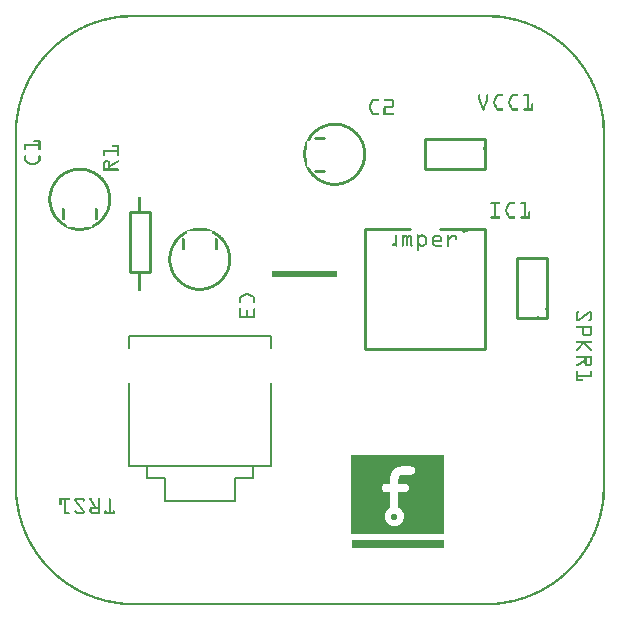
<source format=gto>
G04 MADE WITH FRITZING*
G04 WWW.FRITZING.ORG*
G04 DOUBLE SIDED*
G04 HOLES PLATED*
G04 CONTOUR ON CENTER OF CONTOUR VECTOR*
%ASAXBY*%
%FSLAX23Y23*%
%MOIN*%
%OFA0B0*%
%SFA1.0B1.0*%
%ADD10C,0.023361*%
%ADD11R,0.309167X0.027778*%
%ADD12C,0.010000*%
%ADD13C,0.006944*%
%ADD14C,0.011000*%
%ADD15R,0.001000X0.001000*%
%LNSILK1*%
G90*
G70*
G54D10*
X1265Y296D03*
G54D11*
X1276Y207D03*
G54D12*
X1167Y1254D02*
X1167Y854D01*
D02*
X1167Y854D02*
X1567Y854D01*
D02*
X1567Y854D02*
X1567Y1254D01*
D02*
X1167Y1254D02*
X1317Y1254D01*
D02*
X1417Y1254D02*
X1567Y1254D01*
G54D13*
D02*
X381Y899D02*
X853Y899D01*
D02*
X381Y466D02*
X440Y466D01*
D02*
X794Y466D02*
X853Y466D01*
D02*
X440Y427D02*
X499Y427D01*
D02*
X735Y427D02*
X794Y427D01*
D02*
X794Y427D02*
X794Y466D01*
D02*
X440Y427D02*
X440Y466D01*
D02*
X499Y348D02*
X735Y348D01*
D02*
X735Y348D02*
X735Y427D01*
D02*
X499Y348D02*
X499Y427D01*
D02*
X381Y466D02*
X381Y741D01*
D02*
X381Y899D02*
X381Y860D01*
D02*
X381Y466D02*
X853Y466D01*
D02*
X853Y466D02*
X853Y741D01*
D02*
X853Y899D02*
X853Y860D01*
G54D12*
D02*
X1775Y959D02*
X1775Y1159D01*
D02*
X1775Y1159D02*
X1675Y1159D01*
D02*
X1675Y1159D02*
X1675Y959D01*
D02*
X1675Y959D02*
X1775Y959D01*
D02*
X384Y1113D02*
X384Y1313D01*
D02*
X384Y1313D02*
X450Y1313D01*
D02*
X450Y1313D02*
X450Y1113D01*
D02*
X450Y1113D02*
X384Y1113D01*
D02*
X1567Y1554D02*
X1367Y1554D01*
D02*
X1367Y1554D02*
X1367Y1454D01*
D02*
X1367Y1454D02*
X1567Y1454D01*
D02*
X1567Y1454D02*
X1567Y1554D01*
G54D14*
X1001Y1560D02*
X1031Y1560D01*
D02*
X1001Y1450D02*
X1031Y1450D01*
D02*
G54D15*
X376Y1969D02*
X1591Y1969D01*
X362Y1968D02*
X1605Y1968D01*
X352Y1967D02*
X1615Y1967D01*
X343Y1966D02*
X1624Y1966D01*
X336Y1965D02*
X1631Y1965D01*
X330Y1964D02*
X1637Y1964D01*
X324Y1963D02*
X1643Y1963D01*
X319Y1962D02*
X1648Y1962D01*
X314Y1961D02*
X375Y1961D01*
X1592Y1961D02*
X1653Y1961D01*
X310Y1960D02*
X361Y1960D01*
X1606Y1960D02*
X1657Y1960D01*
X305Y1959D02*
X351Y1959D01*
X1616Y1959D02*
X1662Y1959D01*
X301Y1958D02*
X343Y1958D01*
X1624Y1958D02*
X1666Y1958D01*
X297Y1957D02*
X336Y1957D01*
X1631Y1957D02*
X1670Y1957D01*
X293Y1956D02*
X329Y1956D01*
X1638Y1956D02*
X1674Y1956D01*
X290Y1955D02*
X324Y1955D01*
X1643Y1955D02*
X1677Y1955D01*
X286Y1954D02*
X319Y1954D01*
X1648Y1954D02*
X1681Y1954D01*
X283Y1953D02*
X314Y1953D01*
X1653Y1953D02*
X1684Y1953D01*
X279Y1952D02*
X309Y1952D01*
X1658Y1952D02*
X1688Y1952D01*
X276Y1951D02*
X305Y1951D01*
X1662Y1951D02*
X1691Y1951D01*
X273Y1950D02*
X301Y1950D01*
X1666Y1950D02*
X1694Y1950D01*
X270Y1949D02*
X297Y1949D01*
X1670Y1949D02*
X1697Y1949D01*
X267Y1948D02*
X293Y1948D01*
X1674Y1948D02*
X1700Y1948D01*
X264Y1947D02*
X289Y1947D01*
X1678Y1947D02*
X1703Y1947D01*
X262Y1946D02*
X286Y1946D01*
X1681Y1946D02*
X1705Y1946D01*
X259Y1945D02*
X283Y1945D01*
X1684Y1945D02*
X1708Y1945D01*
X256Y1944D02*
X279Y1944D01*
X1688Y1944D02*
X1711Y1944D01*
X254Y1943D02*
X276Y1943D01*
X1691Y1943D02*
X1713Y1943D01*
X251Y1942D02*
X273Y1942D01*
X1694Y1942D02*
X1716Y1942D01*
X249Y1941D02*
X270Y1941D01*
X1697Y1941D02*
X1718Y1941D01*
X246Y1940D02*
X267Y1940D01*
X1700Y1940D02*
X1721Y1940D01*
X244Y1939D02*
X264Y1939D01*
X1703Y1939D02*
X1723Y1939D01*
X241Y1938D02*
X261Y1938D01*
X1706Y1938D02*
X1726Y1938D01*
X239Y1937D02*
X259Y1937D01*
X1708Y1937D02*
X1728Y1937D01*
X237Y1936D02*
X256Y1936D01*
X1711Y1936D02*
X1730Y1936D01*
X235Y1935D02*
X254Y1935D01*
X1713Y1935D02*
X1732Y1935D01*
X232Y1934D02*
X251Y1934D01*
X1716Y1934D02*
X1735Y1934D01*
X230Y1933D02*
X249Y1933D01*
X1718Y1933D02*
X1737Y1933D01*
X228Y1932D02*
X246Y1932D01*
X1721Y1932D02*
X1739Y1932D01*
X226Y1931D02*
X244Y1931D01*
X1723Y1931D02*
X1741Y1931D01*
X224Y1930D02*
X242Y1930D01*
X1725Y1930D02*
X1743Y1930D01*
X222Y1929D02*
X239Y1929D01*
X1728Y1929D02*
X1745Y1929D01*
X220Y1928D02*
X237Y1928D01*
X1730Y1928D02*
X1747Y1928D01*
X218Y1927D02*
X235Y1927D01*
X1732Y1927D02*
X1749Y1927D01*
X216Y1926D02*
X233Y1926D01*
X1734Y1926D02*
X1751Y1926D01*
X214Y1925D02*
X230Y1925D01*
X1737Y1925D02*
X1753Y1925D01*
X212Y1924D02*
X228Y1924D01*
X1739Y1924D02*
X1755Y1924D01*
X210Y1923D02*
X226Y1923D01*
X1741Y1923D02*
X1757Y1923D01*
X208Y1922D02*
X224Y1922D01*
X1743Y1922D02*
X1759Y1922D01*
X206Y1921D02*
X222Y1921D01*
X1745Y1921D02*
X1761Y1921D01*
X204Y1920D02*
X220Y1920D01*
X1747Y1920D02*
X1763Y1920D01*
X203Y1919D02*
X218Y1919D01*
X1749Y1919D02*
X1764Y1919D01*
X201Y1918D02*
X216Y1918D01*
X1751Y1918D02*
X1766Y1918D01*
X199Y1917D02*
X214Y1917D01*
X1753Y1917D02*
X1768Y1917D01*
X197Y1916D02*
X212Y1916D01*
X1755Y1916D02*
X1770Y1916D01*
X196Y1915D02*
X211Y1915D01*
X1756Y1915D02*
X1771Y1915D01*
X194Y1914D02*
X209Y1914D01*
X1758Y1914D02*
X1773Y1914D01*
X192Y1913D02*
X207Y1913D01*
X1760Y1913D02*
X1775Y1913D01*
X191Y1912D02*
X205Y1912D01*
X1762Y1912D02*
X1776Y1912D01*
X189Y1911D02*
X204Y1911D01*
X1763Y1911D02*
X1778Y1911D01*
X187Y1910D02*
X202Y1910D01*
X1765Y1910D02*
X1780Y1910D01*
X186Y1909D02*
X200Y1909D01*
X1767Y1909D02*
X1781Y1909D01*
X184Y1908D02*
X198Y1908D01*
X1769Y1908D02*
X1783Y1908D01*
X183Y1907D02*
X197Y1907D01*
X1770Y1907D02*
X1784Y1907D01*
X181Y1906D02*
X195Y1906D01*
X1772Y1906D02*
X1786Y1906D01*
X180Y1905D02*
X193Y1905D01*
X1774Y1905D02*
X1787Y1905D01*
X178Y1904D02*
X192Y1904D01*
X1775Y1904D02*
X1789Y1904D01*
X176Y1903D02*
X190Y1903D01*
X1777Y1903D02*
X1791Y1903D01*
X175Y1902D02*
X189Y1902D01*
X1778Y1902D02*
X1792Y1902D01*
X173Y1901D02*
X187Y1901D01*
X1780Y1901D02*
X1794Y1901D01*
X172Y1900D02*
X185Y1900D01*
X1782Y1900D02*
X1795Y1900D01*
X171Y1899D02*
X184Y1899D01*
X1783Y1899D02*
X1796Y1899D01*
X169Y1898D02*
X182Y1898D01*
X1785Y1898D02*
X1798Y1898D01*
X168Y1897D02*
X181Y1897D01*
X1786Y1897D02*
X1799Y1897D01*
X166Y1896D02*
X179Y1896D01*
X1788Y1896D02*
X1801Y1896D01*
X165Y1895D02*
X178Y1895D01*
X1789Y1895D02*
X1802Y1895D01*
X164Y1894D02*
X176Y1894D01*
X1791Y1894D02*
X1803Y1894D01*
X162Y1893D02*
X175Y1893D01*
X1792Y1893D02*
X1805Y1893D01*
X161Y1892D02*
X173Y1892D01*
X1794Y1892D02*
X1806Y1892D01*
X159Y1891D02*
X172Y1891D01*
X1795Y1891D02*
X1808Y1891D01*
X158Y1890D02*
X171Y1890D01*
X1796Y1890D02*
X1809Y1890D01*
X157Y1889D02*
X169Y1889D01*
X1798Y1889D02*
X1810Y1889D01*
X156Y1888D02*
X168Y1888D01*
X1799Y1888D02*
X1811Y1888D01*
X154Y1887D02*
X166Y1887D01*
X1801Y1887D02*
X1813Y1887D01*
X153Y1886D02*
X165Y1886D01*
X1802Y1886D02*
X1814Y1886D01*
X152Y1885D02*
X164Y1885D01*
X1803Y1885D02*
X1815Y1885D01*
X150Y1884D02*
X162Y1884D01*
X1805Y1884D02*
X1817Y1884D01*
X149Y1883D02*
X161Y1883D01*
X1806Y1883D02*
X1818Y1883D01*
X148Y1882D02*
X160Y1882D01*
X1807Y1882D02*
X1819Y1882D01*
X147Y1881D02*
X158Y1881D01*
X1809Y1881D02*
X1820Y1881D01*
X145Y1880D02*
X157Y1880D01*
X1810Y1880D02*
X1822Y1880D01*
X144Y1879D02*
X156Y1879D01*
X1811Y1879D02*
X1823Y1879D01*
X143Y1878D02*
X155Y1878D01*
X1812Y1878D02*
X1824Y1878D01*
X142Y1877D02*
X153Y1877D01*
X1814Y1877D02*
X1825Y1877D01*
X141Y1876D02*
X152Y1876D01*
X1815Y1876D02*
X1826Y1876D01*
X139Y1875D02*
X151Y1875D01*
X1816Y1875D02*
X1828Y1875D01*
X138Y1874D02*
X150Y1874D01*
X1817Y1874D02*
X1829Y1874D01*
X137Y1873D02*
X148Y1873D01*
X1819Y1873D02*
X1830Y1873D01*
X136Y1872D02*
X147Y1872D01*
X1820Y1872D02*
X1831Y1872D01*
X135Y1871D02*
X146Y1871D01*
X1821Y1871D02*
X1832Y1871D01*
X134Y1870D02*
X145Y1870D01*
X1822Y1870D02*
X1833Y1870D01*
X132Y1869D02*
X144Y1869D01*
X1823Y1869D02*
X1835Y1869D01*
X131Y1868D02*
X143Y1868D01*
X1824Y1868D02*
X1836Y1868D01*
X130Y1867D02*
X141Y1867D01*
X1826Y1867D02*
X1837Y1867D01*
X129Y1866D02*
X140Y1866D01*
X1827Y1866D02*
X1838Y1866D01*
X128Y1865D02*
X139Y1865D01*
X1828Y1865D02*
X1839Y1865D01*
X127Y1864D02*
X138Y1864D01*
X1829Y1864D02*
X1840Y1864D01*
X126Y1863D02*
X137Y1863D01*
X1830Y1863D02*
X1841Y1863D01*
X125Y1862D02*
X136Y1862D01*
X1831Y1862D02*
X1842Y1862D01*
X124Y1861D02*
X134Y1861D01*
X1833Y1861D02*
X1843Y1861D01*
X123Y1860D02*
X133Y1860D01*
X1834Y1860D02*
X1844Y1860D01*
X122Y1859D02*
X132Y1859D01*
X1835Y1859D02*
X1845Y1859D01*
X121Y1858D02*
X131Y1858D01*
X1836Y1858D02*
X1846Y1858D01*
X120Y1857D02*
X130Y1857D01*
X1837Y1857D02*
X1847Y1857D01*
X119Y1856D02*
X129Y1856D01*
X1838Y1856D02*
X1848Y1856D01*
X118Y1855D02*
X128Y1855D01*
X1839Y1855D02*
X1849Y1855D01*
X116Y1854D02*
X127Y1854D01*
X1840Y1854D02*
X1851Y1854D01*
X115Y1853D02*
X126Y1853D01*
X1841Y1853D02*
X1852Y1853D01*
X115Y1852D02*
X125Y1852D01*
X1842Y1852D02*
X1852Y1852D01*
X114Y1851D02*
X124Y1851D01*
X1843Y1851D02*
X1853Y1851D01*
X113Y1850D02*
X123Y1850D01*
X1844Y1850D02*
X1854Y1850D01*
X112Y1849D02*
X122Y1849D01*
X1845Y1849D02*
X1855Y1849D01*
X111Y1848D02*
X121Y1848D01*
X1846Y1848D02*
X1856Y1848D01*
X110Y1847D02*
X120Y1847D01*
X1847Y1847D02*
X1857Y1847D01*
X109Y1846D02*
X119Y1846D01*
X1848Y1846D02*
X1858Y1846D01*
X108Y1845D02*
X118Y1845D01*
X1849Y1845D02*
X1859Y1845D01*
X107Y1844D02*
X117Y1844D01*
X1850Y1844D02*
X1860Y1844D01*
X106Y1843D02*
X116Y1843D01*
X1851Y1843D02*
X1861Y1843D01*
X105Y1842D02*
X115Y1842D01*
X1852Y1842D02*
X1862Y1842D01*
X104Y1841D02*
X114Y1841D01*
X1853Y1841D02*
X1863Y1841D01*
X103Y1840D02*
X113Y1840D01*
X1854Y1840D02*
X1864Y1840D01*
X102Y1839D02*
X112Y1839D01*
X1855Y1839D02*
X1865Y1839D01*
X101Y1838D02*
X111Y1838D01*
X1856Y1838D02*
X1866Y1838D01*
X100Y1837D02*
X110Y1837D01*
X1857Y1837D02*
X1867Y1837D01*
X100Y1836D02*
X109Y1836D01*
X1858Y1836D02*
X1867Y1836D01*
X99Y1835D02*
X108Y1835D01*
X1859Y1835D02*
X1868Y1835D01*
X98Y1834D02*
X107Y1834D01*
X1860Y1834D02*
X1869Y1834D01*
X97Y1833D02*
X107Y1833D01*
X1860Y1833D02*
X1870Y1833D01*
X96Y1832D02*
X106Y1832D01*
X1861Y1832D02*
X1871Y1832D01*
X95Y1831D02*
X105Y1831D01*
X1862Y1831D02*
X1872Y1831D01*
X94Y1830D02*
X104Y1830D01*
X1863Y1830D02*
X1873Y1830D01*
X94Y1829D02*
X103Y1829D01*
X1864Y1829D02*
X1873Y1829D01*
X93Y1828D02*
X102Y1828D01*
X1865Y1828D02*
X1874Y1828D01*
X92Y1827D02*
X101Y1827D01*
X1866Y1827D02*
X1875Y1827D01*
X91Y1826D02*
X101Y1826D01*
X1866Y1826D02*
X1876Y1826D01*
X90Y1825D02*
X100Y1825D01*
X1867Y1825D02*
X1877Y1825D01*
X89Y1824D02*
X99Y1824D01*
X1868Y1824D02*
X1878Y1824D01*
X89Y1823D02*
X98Y1823D01*
X1869Y1823D02*
X1878Y1823D01*
X88Y1822D02*
X97Y1822D01*
X1870Y1822D02*
X1879Y1822D01*
X87Y1821D02*
X96Y1821D01*
X1871Y1821D02*
X1880Y1821D01*
X86Y1820D02*
X95Y1820D01*
X1872Y1820D02*
X1881Y1820D01*
X85Y1819D02*
X95Y1819D01*
X1872Y1819D02*
X1882Y1819D01*
X85Y1818D02*
X94Y1818D01*
X1873Y1818D02*
X1882Y1818D01*
X84Y1817D02*
X93Y1817D01*
X1874Y1817D02*
X1883Y1817D01*
X83Y1816D02*
X92Y1816D01*
X1875Y1816D02*
X1884Y1816D01*
X82Y1815D02*
X91Y1815D01*
X1876Y1815D02*
X1885Y1815D01*
X82Y1814D02*
X91Y1814D01*
X1876Y1814D02*
X1885Y1814D01*
X81Y1813D02*
X90Y1813D01*
X1877Y1813D02*
X1886Y1813D01*
X80Y1812D02*
X89Y1812D01*
X1878Y1812D02*
X1887Y1812D01*
X79Y1811D02*
X88Y1811D01*
X1879Y1811D02*
X1888Y1811D01*
X78Y1810D02*
X87Y1810D01*
X1880Y1810D02*
X1889Y1810D01*
X78Y1809D02*
X87Y1809D01*
X1880Y1809D02*
X1889Y1809D01*
X77Y1808D02*
X86Y1808D01*
X1881Y1808D02*
X1890Y1808D01*
X76Y1807D02*
X85Y1807D01*
X1882Y1807D02*
X1891Y1807D01*
X76Y1806D02*
X84Y1806D01*
X1883Y1806D02*
X1891Y1806D01*
X75Y1805D02*
X84Y1805D01*
X1883Y1805D02*
X1892Y1805D01*
X74Y1804D02*
X83Y1804D01*
X1884Y1804D02*
X1893Y1804D01*
X73Y1803D02*
X82Y1803D01*
X1885Y1803D02*
X1894Y1803D01*
X73Y1802D02*
X81Y1802D01*
X1886Y1802D02*
X1894Y1802D01*
X72Y1801D02*
X81Y1801D01*
X1886Y1801D02*
X1895Y1801D01*
X71Y1800D02*
X80Y1800D01*
X1887Y1800D02*
X1896Y1800D01*
X71Y1799D02*
X79Y1799D01*
X1888Y1799D02*
X1896Y1799D01*
X70Y1798D02*
X79Y1798D01*
X1888Y1798D02*
X1897Y1798D01*
X69Y1797D02*
X78Y1797D01*
X1889Y1797D02*
X1898Y1797D01*
X68Y1796D02*
X77Y1796D01*
X1890Y1796D02*
X1899Y1796D01*
X68Y1795D02*
X76Y1795D01*
X1891Y1795D02*
X1899Y1795D01*
X67Y1794D02*
X76Y1794D01*
X1891Y1794D02*
X1900Y1794D01*
X66Y1793D02*
X75Y1793D01*
X1892Y1793D02*
X1901Y1793D01*
X66Y1792D02*
X74Y1792D01*
X1893Y1792D02*
X1901Y1792D01*
X65Y1791D02*
X74Y1791D01*
X1893Y1791D02*
X1902Y1791D01*
X65Y1790D02*
X73Y1790D01*
X1894Y1790D02*
X1902Y1790D01*
X64Y1789D02*
X72Y1789D01*
X1895Y1789D02*
X1903Y1789D01*
X63Y1788D02*
X72Y1788D01*
X1895Y1788D02*
X1904Y1788D01*
X63Y1787D02*
X71Y1787D01*
X1896Y1787D02*
X1904Y1787D01*
X62Y1786D02*
X70Y1786D01*
X1897Y1786D02*
X1905Y1786D01*
X61Y1785D02*
X70Y1785D01*
X1897Y1785D02*
X1906Y1785D01*
X61Y1784D02*
X69Y1784D01*
X1898Y1784D02*
X1906Y1784D01*
X60Y1783D02*
X68Y1783D01*
X1899Y1783D02*
X1907Y1783D01*
X59Y1782D02*
X68Y1782D01*
X1899Y1782D02*
X1908Y1782D01*
X59Y1781D02*
X67Y1781D01*
X1900Y1781D02*
X1908Y1781D01*
X58Y1780D02*
X67Y1780D01*
X1900Y1780D02*
X1909Y1780D01*
X58Y1779D02*
X66Y1779D01*
X1901Y1779D02*
X1909Y1779D01*
X57Y1778D02*
X65Y1778D01*
X1902Y1778D02*
X1910Y1778D01*
X56Y1777D02*
X65Y1777D01*
X1902Y1777D02*
X1911Y1777D01*
X56Y1776D02*
X64Y1776D01*
X1903Y1776D02*
X1911Y1776D01*
X55Y1775D02*
X63Y1775D01*
X1904Y1775D02*
X1912Y1775D01*
X55Y1774D02*
X63Y1774D01*
X1904Y1774D02*
X1912Y1774D01*
X54Y1773D02*
X62Y1773D01*
X1905Y1773D02*
X1913Y1773D01*
X53Y1772D02*
X62Y1772D01*
X1905Y1772D02*
X1914Y1772D01*
X53Y1771D02*
X61Y1771D01*
X1906Y1771D02*
X1914Y1771D01*
X52Y1770D02*
X60Y1770D01*
X1907Y1770D02*
X1915Y1770D01*
X52Y1769D02*
X60Y1769D01*
X1907Y1769D02*
X1915Y1769D01*
X51Y1768D02*
X59Y1768D01*
X1908Y1768D02*
X1916Y1768D01*
X51Y1767D02*
X59Y1767D01*
X1908Y1767D02*
X1916Y1767D01*
X50Y1766D02*
X58Y1766D01*
X1909Y1766D02*
X1917Y1766D01*
X49Y1765D02*
X58Y1765D01*
X1909Y1765D02*
X1918Y1765D01*
X49Y1764D02*
X57Y1764D01*
X1910Y1764D02*
X1918Y1764D01*
X48Y1763D02*
X56Y1763D01*
X1911Y1763D02*
X1919Y1763D01*
X48Y1762D02*
X56Y1762D01*
X1911Y1762D02*
X1919Y1762D01*
X47Y1761D02*
X55Y1761D01*
X1912Y1761D02*
X1920Y1761D01*
X47Y1760D02*
X55Y1760D01*
X1912Y1760D02*
X1920Y1760D01*
X46Y1759D02*
X54Y1759D01*
X1913Y1759D02*
X1921Y1759D01*
X46Y1758D02*
X54Y1758D01*
X1913Y1758D02*
X1921Y1758D01*
X45Y1757D02*
X53Y1757D01*
X1914Y1757D02*
X1922Y1757D01*
X45Y1756D02*
X52Y1756D01*
X1915Y1756D02*
X1922Y1756D01*
X44Y1755D02*
X52Y1755D01*
X1915Y1755D02*
X1923Y1755D01*
X44Y1754D02*
X51Y1754D01*
X1916Y1754D02*
X1923Y1754D01*
X43Y1753D02*
X51Y1753D01*
X1916Y1753D02*
X1924Y1753D01*
X43Y1752D02*
X50Y1752D01*
X1917Y1752D02*
X1924Y1752D01*
X42Y1751D02*
X50Y1751D01*
X1917Y1751D02*
X1925Y1751D01*
X42Y1750D02*
X49Y1750D01*
X1918Y1750D02*
X1925Y1750D01*
X41Y1749D02*
X49Y1749D01*
X1918Y1749D02*
X1926Y1749D01*
X41Y1748D02*
X48Y1748D01*
X1919Y1748D02*
X1926Y1748D01*
X40Y1747D02*
X48Y1747D01*
X1919Y1747D02*
X1927Y1747D01*
X40Y1746D02*
X47Y1746D01*
X1920Y1746D02*
X1927Y1746D01*
X39Y1745D02*
X47Y1745D01*
X1920Y1745D02*
X1928Y1745D01*
X39Y1744D02*
X46Y1744D01*
X1921Y1744D02*
X1928Y1744D01*
X38Y1743D02*
X46Y1743D01*
X1921Y1743D02*
X1929Y1743D01*
X38Y1742D02*
X45Y1742D01*
X1922Y1742D02*
X1929Y1742D01*
X37Y1741D02*
X45Y1741D01*
X1922Y1741D02*
X1930Y1741D01*
X37Y1740D02*
X44Y1740D01*
X1923Y1740D02*
X1930Y1740D01*
X36Y1739D02*
X44Y1739D01*
X1923Y1739D02*
X1931Y1739D01*
X36Y1738D02*
X43Y1738D01*
X1924Y1738D02*
X1931Y1738D01*
X35Y1737D02*
X43Y1737D01*
X1924Y1737D02*
X1932Y1737D01*
X35Y1736D02*
X43Y1736D01*
X1924Y1736D02*
X1932Y1736D01*
X35Y1735D02*
X42Y1735D01*
X1925Y1735D02*
X1932Y1735D01*
X34Y1734D02*
X42Y1734D01*
X1925Y1734D02*
X1933Y1734D01*
X34Y1733D02*
X41Y1733D01*
X1926Y1733D02*
X1933Y1733D01*
X33Y1732D02*
X41Y1732D01*
X1926Y1732D02*
X1934Y1732D01*
X33Y1731D02*
X40Y1731D01*
X1927Y1731D02*
X1934Y1731D01*
X32Y1730D02*
X40Y1730D01*
X1927Y1730D02*
X1935Y1730D01*
X32Y1729D02*
X39Y1729D01*
X1928Y1729D02*
X1935Y1729D01*
X31Y1728D02*
X39Y1728D01*
X1928Y1728D02*
X1936Y1728D01*
X31Y1727D02*
X39Y1727D01*
X1928Y1727D02*
X1936Y1727D01*
X31Y1726D02*
X38Y1726D01*
X1929Y1726D02*
X1936Y1726D01*
X30Y1725D02*
X38Y1725D01*
X1929Y1725D02*
X1937Y1725D01*
X30Y1724D02*
X37Y1724D01*
X1930Y1724D02*
X1937Y1724D01*
X29Y1723D02*
X37Y1723D01*
X1930Y1723D02*
X1938Y1723D01*
X29Y1722D02*
X36Y1722D01*
X1931Y1722D02*
X1938Y1722D01*
X29Y1721D02*
X36Y1721D01*
X1931Y1721D02*
X1938Y1721D01*
X28Y1720D02*
X36Y1720D01*
X1931Y1720D02*
X1939Y1720D01*
X28Y1719D02*
X35Y1719D01*
X1932Y1719D02*
X1939Y1719D01*
X27Y1718D02*
X35Y1718D01*
X1932Y1718D02*
X1940Y1718D01*
X27Y1717D02*
X34Y1717D01*
X1933Y1717D02*
X1940Y1717D01*
X27Y1716D02*
X34Y1716D01*
X1933Y1716D02*
X1940Y1716D01*
X26Y1715D02*
X34Y1715D01*
X1933Y1715D02*
X1941Y1715D01*
X26Y1714D02*
X33Y1714D01*
X1934Y1714D02*
X1941Y1714D01*
X25Y1713D02*
X33Y1713D01*
X1934Y1713D02*
X1942Y1713D01*
X25Y1712D02*
X32Y1712D01*
X1935Y1712D02*
X1942Y1712D01*
X25Y1711D02*
X32Y1711D01*
X1935Y1711D02*
X1942Y1711D01*
X24Y1710D02*
X32Y1710D01*
X1935Y1710D02*
X1943Y1710D01*
X24Y1709D02*
X31Y1709D01*
X1936Y1709D02*
X1943Y1709D01*
X24Y1708D02*
X31Y1708D01*
X1936Y1708D02*
X1943Y1708D01*
X23Y1707D02*
X30Y1707D01*
X1937Y1707D02*
X1944Y1707D01*
X23Y1706D02*
X30Y1706D01*
X1937Y1706D02*
X1944Y1706D01*
X22Y1705D02*
X30Y1705D01*
X1937Y1705D02*
X1945Y1705D01*
X22Y1704D02*
X29Y1704D01*
X1546Y1704D02*
X1549Y1704D01*
X1574Y1704D02*
X1576Y1704D01*
X1609Y1704D02*
X1626Y1704D01*
X1659Y1704D02*
X1676Y1704D01*
X1696Y1704D02*
X1714Y1704D01*
X1938Y1704D02*
X1945Y1704D01*
X22Y1703D02*
X29Y1703D01*
X1545Y1703D02*
X1550Y1703D01*
X1573Y1703D02*
X1577Y1703D01*
X1607Y1703D02*
X1627Y1703D01*
X1657Y1703D02*
X1677Y1703D01*
X1695Y1703D02*
X1714Y1703D01*
X1938Y1703D02*
X1945Y1703D01*
X21Y1702D02*
X29Y1702D01*
X1545Y1702D02*
X1550Y1702D01*
X1572Y1702D02*
X1578Y1702D01*
X1606Y1702D02*
X1628Y1702D01*
X1656Y1702D02*
X1678Y1702D01*
X1695Y1702D02*
X1714Y1702D01*
X1938Y1702D02*
X1946Y1702D01*
X21Y1701D02*
X28Y1701D01*
X1544Y1701D02*
X1550Y1701D01*
X1572Y1701D02*
X1578Y1701D01*
X1605Y1701D02*
X1628Y1701D01*
X1655Y1701D02*
X1678Y1701D01*
X1694Y1701D02*
X1714Y1701D01*
X1939Y1701D02*
X1946Y1701D01*
X21Y1700D02*
X28Y1700D01*
X1544Y1700D02*
X1550Y1700D01*
X1572Y1700D02*
X1578Y1700D01*
X1604Y1700D02*
X1628Y1700D01*
X1654Y1700D02*
X1678Y1700D01*
X1695Y1700D02*
X1714Y1700D01*
X1939Y1700D02*
X1946Y1700D01*
X20Y1699D02*
X28Y1699D01*
X1544Y1699D02*
X1550Y1699D01*
X1572Y1699D02*
X1578Y1699D01*
X1603Y1699D02*
X1627Y1699D01*
X1653Y1699D02*
X1677Y1699D01*
X1695Y1699D02*
X1714Y1699D01*
X1939Y1699D02*
X1947Y1699D01*
X20Y1698D02*
X27Y1698D01*
X1544Y1698D02*
X1550Y1698D01*
X1572Y1698D02*
X1578Y1698D01*
X1603Y1698D02*
X1626Y1698D01*
X1653Y1698D02*
X1676Y1698D01*
X1696Y1698D02*
X1714Y1698D01*
X1940Y1698D02*
X1947Y1698D01*
X20Y1697D02*
X27Y1697D01*
X1544Y1697D02*
X1550Y1697D01*
X1572Y1697D02*
X1578Y1697D01*
X1602Y1697D02*
X1610Y1697D01*
X1652Y1697D02*
X1660Y1697D01*
X1708Y1697D02*
X1714Y1697D01*
X1940Y1697D02*
X1947Y1697D01*
X19Y1696D02*
X27Y1696D01*
X1544Y1696D02*
X1550Y1696D01*
X1572Y1696D02*
X1578Y1696D01*
X1602Y1696D02*
X1609Y1696D01*
X1652Y1696D02*
X1659Y1696D01*
X1708Y1696D02*
X1714Y1696D01*
X1940Y1696D02*
X1948Y1696D01*
X19Y1695D02*
X26Y1695D01*
X1544Y1695D02*
X1550Y1695D01*
X1572Y1695D02*
X1578Y1695D01*
X1601Y1695D02*
X1608Y1695D01*
X1651Y1695D02*
X1658Y1695D01*
X1708Y1695D02*
X1714Y1695D01*
X1941Y1695D02*
X1948Y1695D01*
X19Y1694D02*
X26Y1694D01*
X1544Y1694D02*
X1550Y1694D01*
X1572Y1694D02*
X1578Y1694D01*
X1601Y1694D02*
X1608Y1694D01*
X1651Y1694D02*
X1658Y1694D01*
X1708Y1694D02*
X1714Y1694D01*
X1941Y1694D02*
X1948Y1694D01*
X18Y1693D02*
X26Y1693D01*
X1544Y1693D02*
X1550Y1693D01*
X1572Y1693D02*
X1578Y1693D01*
X1600Y1693D02*
X1607Y1693D01*
X1650Y1693D02*
X1657Y1693D01*
X1708Y1693D02*
X1714Y1693D01*
X1941Y1693D02*
X1949Y1693D01*
X18Y1692D02*
X25Y1692D01*
X1544Y1692D02*
X1550Y1692D01*
X1572Y1692D02*
X1578Y1692D01*
X1600Y1692D02*
X1607Y1692D01*
X1650Y1692D02*
X1657Y1692D01*
X1708Y1692D02*
X1714Y1692D01*
X1942Y1692D02*
X1949Y1692D01*
X18Y1691D02*
X25Y1691D01*
X1544Y1691D02*
X1550Y1691D01*
X1572Y1691D02*
X1578Y1691D01*
X1599Y1691D02*
X1606Y1691D01*
X1649Y1691D02*
X1656Y1691D01*
X1708Y1691D02*
X1714Y1691D01*
X1942Y1691D02*
X1949Y1691D01*
X17Y1690D02*
X25Y1690D01*
X1544Y1690D02*
X1550Y1690D01*
X1572Y1690D02*
X1578Y1690D01*
X1599Y1690D02*
X1606Y1690D01*
X1649Y1690D02*
X1656Y1690D01*
X1708Y1690D02*
X1714Y1690D01*
X1942Y1690D02*
X1950Y1690D01*
X17Y1689D02*
X24Y1689D01*
X1194Y1689D02*
X1211Y1689D01*
X1231Y1689D02*
X1259Y1689D01*
X1544Y1689D02*
X1551Y1689D01*
X1572Y1689D02*
X1578Y1689D01*
X1598Y1689D02*
X1605Y1689D01*
X1648Y1689D02*
X1655Y1689D01*
X1708Y1689D02*
X1714Y1689D01*
X1943Y1689D02*
X1950Y1689D01*
X17Y1688D02*
X24Y1688D01*
X1192Y1688D02*
X1212Y1688D01*
X1230Y1688D02*
X1260Y1688D01*
X1545Y1688D02*
X1551Y1688D01*
X1571Y1688D02*
X1578Y1688D01*
X1598Y1688D02*
X1605Y1688D01*
X1648Y1688D02*
X1655Y1688D01*
X1708Y1688D02*
X1714Y1688D01*
X1943Y1688D02*
X1950Y1688D01*
X17Y1687D02*
X24Y1687D01*
X1191Y1687D02*
X1213Y1687D01*
X1230Y1687D02*
X1261Y1687D01*
X1545Y1687D02*
X1552Y1687D01*
X1571Y1687D02*
X1577Y1687D01*
X1597Y1687D02*
X1604Y1687D01*
X1647Y1687D02*
X1654Y1687D01*
X1708Y1687D02*
X1714Y1687D01*
X1943Y1687D02*
X1950Y1687D01*
X16Y1686D02*
X24Y1686D01*
X1190Y1686D02*
X1213Y1686D01*
X1230Y1686D02*
X1262Y1686D01*
X1545Y1686D02*
X1552Y1686D01*
X1570Y1686D02*
X1577Y1686D01*
X1597Y1686D02*
X1604Y1686D01*
X1647Y1686D02*
X1654Y1686D01*
X1708Y1686D02*
X1714Y1686D01*
X1943Y1686D02*
X1951Y1686D01*
X16Y1685D02*
X23Y1685D01*
X1189Y1685D02*
X1213Y1685D01*
X1230Y1685D02*
X1263Y1685D01*
X1546Y1685D02*
X1552Y1685D01*
X1570Y1685D02*
X1577Y1685D01*
X1596Y1685D02*
X1603Y1685D01*
X1646Y1685D02*
X1653Y1685D01*
X1708Y1685D02*
X1714Y1685D01*
X1944Y1685D02*
X1951Y1685D01*
X16Y1684D02*
X23Y1684D01*
X1188Y1684D02*
X1212Y1684D01*
X1230Y1684D02*
X1263Y1684D01*
X1546Y1684D02*
X1553Y1684D01*
X1570Y1684D02*
X1576Y1684D01*
X1596Y1684D02*
X1603Y1684D01*
X1646Y1684D02*
X1653Y1684D01*
X1708Y1684D02*
X1714Y1684D01*
X1944Y1684D02*
X1951Y1684D01*
X15Y1683D02*
X23Y1683D01*
X1188Y1683D02*
X1211Y1683D01*
X1231Y1683D02*
X1263Y1683D01*
X1547Y1683D02*
X1553Y1683D01*
X1569Y1683D02*
X1576Y1683D01*
X1595Y1683D02*
X1602Y1683D01*
X1645Y1683D02*
X1652Y1683D01*
X1708Y1683D02*
X1714Y1683D01*
X1944Y1683D02*
X1952Y1683D01*
X15Y1682D02*
X22Y1682D01*
X1187Y1682D02*
X1195Y1682D01*
X1257Y1682D02*
X1263Y1682D01*
X1547Y1682D02*
X1554Y1682D01*
X1569Y1682D02*
X1575Y1682D01*
X1595Y1682D02*
X1602Y1682D01*
X1645Y1682D02*
X1652Y1682D01*
X1708Y1682D02*
X1714Y1682D01*
X1945Y1682D02*
X1952Y1682D01*
X15Y1681D02*
X22Y1681D01*
X1187Y1681D02*
X1194Y1681D01*
X1257Y1681D02*
X1263Y1681D01*
X1547Y1681D02*
X1554Y1681D01*
X1568Y1681D02*
X1575Y1681D01*
X1595Y1681D02*
X1601Y1681D01*
X1645Y1681D02*
X1651Y1681D01*
X1708Y1681D02*
X1714Y1681D01*
X1945Y1681D02*
X1952Y1681D01*
X15Y1680D02*
X22Y1680D01*
X1186Y1680D02*
X1193Y1680D01*
X1257Y1680D02*
X1263Y1680D01*
X1548Y1680D02*
X1554Y1680D01*
X1568Y1680D02*
X1575Y1680D01*
X1595Y1680D02*
X1601Y1680D01*
X1645Y1680D02*
X1651Y1680D01*
X1708Y1680D02*
X1714Y1680D01*
X1945Y1680D02*
X1952Y1680D01*
X14Y1679D02*
X21Y1679D01*
X1186Y1679D02*
X1193Y1679D01*
X1257Y1679D02*
X1263Y1679D01*
X1548Y1679D02*
X1555Y1679D01*
X1568Y1679D02*
X1574Y1679D01*
X1594Y1679D02*
X1601Y1679D01*
X1644Y1679D02*
X1651Y1679D01*
X1708Y1679D02*
X1714Y1679D01*
X1946Y1679D02*
X1953Y1679D01*
X14Y1678D02*
X21Y1678D01*
X1185Y1678D02*
X1192Y1678D01*
X1257Y1678D02*
X1263Y1678D01*
X1549Y1678D02*
X1555Y1678D01*
X1567Y1678D02*
X1574Y1678D01*
X1594Y1678D02*
X1600Y1678D01*
X1644Y1678D02*
X1650Y1678D01*
X1708Y1678D02*
X1714Y1678D01*
X1946Y1678D02*
X1953Y1678D01*
X14Y1677D02*
X21Y1677D01*
X1185Y1677D02*
X1192Y1677D01*
X1257Y1677D02*
X1263Y1677D01*
X1549Y1677D02*
X1555Y1677D01*
X1567Y1677D02*
X1573Y1677D01*
X1594Y1677D02*
X1600Y1677D01*
X1644Y1677D02*
X1650Y1677D01*
X1708Y1677D02*
X1714Y1677D01*
X1946Y1677D02*
X1953Y1677D01*
X13Y1676D02*
X21Y1676D01*
X1184Y1676D02*
X1191Y1676D01*
X1257Y1676D02*
X1263Y1676D01*
X1549Y1676D02*
X1556Y1676D01*
X1567Y1676D02*
X1573Y1676D01*
X1594Y1676D02*
X1601Y1676D01*
X1644Y1676D02*
X1651Y1676D01*
X1708Y1676D02*
X1714Y1676D01*
X1946Y1676D02*
X1954Y1676D01*
X13Y1675D02*
X20Y1675D01*
X1184Y1675D02*
X1191Y1675D01*
X1257Y1675D02*
X1263Y1675D01*
X1550Y1675D02*
X1556Y1675D01*
X1566Y1675D02*
X1573Y1675D01*
X1595Y1675D02*
X1601Y1675D01*
X1645Y1675D02*
X1651Y1675D01*
X1708Y1675D02*
X1714Y1675D01*
X1725Y1675D02*
X1725Y1675D01*
X1947Y1675D02*
X1954Y1675D01*
X13Y1674D02*
X20Y1674D01*
X1183Y1674D02*
X1190Y1674D01*
X1257Y1674D02*
X1263Y1674D01*
X1550Y1674D02*
X1557Y1674D01*
X1566Y1674D02*
X1572Y1674D01*
X1595Y1674D02*
X1601Y1674D01*
X1645Y1674D02*
X1651Y1674D01*
X1708Y1674D02*
X1714Y1674D01*
X1723Y1674D02*
X1727Y1674D01*
X1947Y1674D02*
X1954Y1674D01*
X13Y1673D02*
X20Y1673D01*
X1183Y1673D02*
X1190Y1673D01*
X1257Y1673D02*
X1263Y1673D01*
X1550Y1673D02*
X1557Y1673D01*
X1565Y1673D02*
X1572Y1673D01*
X1595Y1673D02*
X1602Y1673D01*
X1645Y1673D02*
X1652Y1673D01*
X1708Y1673D02*
X1714Y1673D01*
X1722Y1673D02*
X1728Y1673D01*
X1947Y1673D02*
X1954Y1673D01*
X12Y1672D02*
X20Y1672D01*
X1182Y1672D02*
X1189Y1672D01*
X1257Y1672D02*
X1263Y1672D01*
X1551Y1672D02*
X1557Y1672D01*
X1565Y1672D02*
X1572Y1672D01*
X1595Y1672D02*
X1602Y1672D01*
X1645Y1672D02*
X1652Y1672D01*
X1708Y1672D02*
X1714Y1672D01*
X1722Y1672D02*
X1728Y1672D01*
X1947Y1672D02*
X1955Y1672D01*
X12Y1671D02*
X19Y1671D01*
X1182Y1671D02*
X1189Y1671D01*
X1257Y1671D02*
X1263Y1671D01*
X1551Y1671D02*
X1558Y1671D01*
X1565Y1671D02*
X1571Y1671D01*
X1596Y1671D02*
X1603Y1671D01*
X1646Y1671D02*
X1653Y1671D01*
X1708Y1671D02*
X1714Y1671D01*
X1722Y1671D02*
X1728Y1671D01*
X1948Y1671D02*
X1955Y1671D01*
X12Y1670D02*
X19Y1670D01*
X1181Y1670D02*
X1188Y1670D01*
X1257Y1670D02*
X1263Y1670D01*
X1552Y1670D02*
X1558Y1670D01*
X1564Y1670D02*
X1571Y1670D01*
X1596Y1670D02*
X1603Y1670D01*
X1646Y1670D02*
X1653Y1670D01*
X1708Y1670D02*
X1714Y1670D01*
X1722Y1670D02*
X1728Y1670D01*
X1948Y1670D02*
X1955Y1670D01*
X12Y1669D02*
X19Y1669D01*
X1181Y1669D02*
X1188Y1669D01*
X1257Y1669D02*
X1263Y1669D01*
X1552Y1669D02*
X1559Y1669D01*
X1564Y1669D02*
X1570Y1669D01*
X1597Y1669D02*
X1604Y1669D01*
X1647Y1669D02*
X1654Y1669D01*
X1708Y1669D02*
X1714Y1669D01*
X1722Y1669D02*
X1728Y1669D01*
X1948Y1669D02*
X1955Y1669D01*
X11Y1668D02*
X19Y1668D01*
X1181Y1668D02*
X1187Y1668D01*
X1257Y1668D02*
X1263Y1668D01*
X1552Y1668D02*
X1559Y1668D01*
X1563Y1668D02*
X1570Y1668D01*
X1597Y1668D02*
X1604Y1668D01*
X1647Y1668D02*
X1654Y1668D01*
X1708Y1668D02*
X1714Y1668D01*
X1722Y1668D02*
X1728Y1668D01*
X1948Y1668D02*
X1956Y1668D01*
X11Y1667D02*
X18Y1667D01*
X1180Y1667D02*
X1187Y1667D01*
X1257Y1667D02*
X1263Y1667D01*
X1553Y1667D02*
X1559Y1667D01*
X1563Y1667D02*
X1570Y1667D01*
X1598Y1667D02*
X1605Y1667D01*
X1648Y1667D02*
X1655Y1667D01*
X1708Y1667D02*
X1714Y1667D01*
X1722Y1667D02*
X1728Y1667D01*
X1949Y1667D02*
X1956Y1667D01*
X11Y1666D02*
X18Y1666D01*
X1180Y1666D02*
X1186Y1666D01*
X1257Y1666D02*
X1263Y1666D01*
X1553Y1666D02*
X1560Y1666D01*
X1563Y1666D02*
X1569Y1666D01*
X1598Y1666D02*
X1605Y1666D01*
X1648Y1666D02*
X1655Y1666D01*
X1708Y1666D02*
X1714Y1666D01*
X1722Y1666D02*
X1728Y1666D01*
X1949Y1666D02*
X1956Y1666D01*
X11Y1665D02*
X18Y1665D01*
X1180Y1665D02*
X1186Y1665D01*
X1233Y1665D02*
X1263Y1665D01*
X1554Y1665D02*
X1560Y1665D01*
X1562Y1665D02*
X1569Y1665D01*
X1599Y1665D02*
X1606Y1665D01*
X1649Y1665D02*
X1656Y1665D01*
X1708Y1665D02*
X1714Y1665D01*
X1722Y1665D02*
X1728Y1665D01*
X1949Y1665D02*
X1956Y1665D01*
X10Y1664D02*
X18Y1664D01*
X1180Y1664D02*
X1186Y1664D01*
X1232Y1664D02*
X1263Y1664D01*
X1554Y1664D02*
X1568Y1664D01*
X1599Y1664D02*
X1606Y1664D01*
X1649Y1664D02*
X1656Y1664D01*
X1708Y1664D02*
X1714Y1664D01*
X1722Y1664D02*
X1728Y1664D01*
X1949Y1664D02*
X1957Y1664D01*
X10Y1663D02*
X17Y1663D01*
X1180Y1663D02*
X1186Y1663D01*
X1231Y1663D02*
X1262Y1663D01*
X1554Y1663D02*
X1568Y1663D01*
X1600Y1663D02*
X1607Y1663D01*
X1650Y1663D02*
X1657Y1663D01*
X1708Y1663D02*
X1714Y1663D01*
X1722Y1663D02*
X1728Y1663D01*
X1950Y1663D02*
X1957Y1663D01*
X10Y1662D02*
X17Y1662D01*
X1180Y1662D02*
X1186Y1662D01*
X1230Y1662D02*
X1262Y1662D01*
X1555Y1662D02*
X1568Y1662D01*
X1600Y1662D02*
X1607Y1662D01*
X1650Y1662D02*
X1657Y1662D01*
X1708Y1662D02*
X1714Y1662D01*
X1722Y1662D02*
X1728Y1662D01*
X1950Y1662D02*
X1957Y1662D01*
X10Y1661D02*
X17Y1661D01*
X1180Y1661D02*
X1186Y1661D01*
X1230Y1661D02*
X1261Y1661D01*
X1555Y1661D02*
X1567Y1661D01*
X1601Y1661D02*
X1608Y1661D01*
X1651Y1661D02*
X1658Y1661D01*
X1708Y1661D02*
X1714Y1661D01*
X1722Y1661D02*
X1728Y1661D01*
X1950Y1661D02*
X1957Y1661D01*
X10Y1660D02*
X17Y1660D01*
X1180Y1660D02*
X1186Y1660D01*
X1230Y1660D02*
X1260Y1660D01*
X1556Y1660D02*
X1567Y1660D01*
X1601Y1660D02*
X1608Y1660D01*
X1651Y1660D02*
X1658Y1660D01*
X1708Y1660D02*
X1714Y1660D01*
X1722Y1660D02*
X1728Y1660D01*
X1950Y1660D02*
X1957Y1660D01*
X9Y1659D02*
X16Y1659D01*
X1180Y1659D02*
X1186Y1659D01*
X1230Y1659D02*
X1236Y1659D01*
X1556Y1659D02*
X1566Y1659D01*
X1602Y1659D02*
X1609Y1659D01*
X1652Y1659D02*
X1659Y1659D01*
X1708Y1659D02*
X1714Y1659D01*
X1722Y1659D02*
X1728Y1659D01*
X1951Y1659D02*
X1958Y1659D01*
X9Y1658D02*
X16Y1658D01*
X1180Y1658D02*
X1187Y1658D01*
X1229Y1658D02*
X1236Y1658D01*
X1556Y1658D02*
X1566Y1658D01*
X1602Y1658D02*
X1610Y1658D01*
X1652Y1658D02*
X1660Y1658D01*
X1708Y1658D02*
X1714Y1658D01*
X1722Y1658D02*
X1728Y1658D01*
X1951Y1658D02*
X1958Y1658D01*
X9Y1657D02*
X16Y1657D01*
X1181Y1657D02*
X1187Y1657D01*
X1229Y1657D02*
X1236Y1657D01*
X1557Y1657D02*
X1566Y1657D01*
X1603Y1657D02*
X1626Y1657D01*
X1653Y1657D02*
X1676Y1657D01*
X1696Y1657D02*
X1728Y1657D01*
X1951Y1657D02*
X1958Y1657D01*
X9Y1656D02*
X16Y1656D01*
X1181Y1656D02*
X1188Y1656D01*
X1229Y1656D02*
X1236Y1656D01*
X1557Y1656D02*
X1565Y1656D01*
X1603Y1656D02*
X1627Y1656D01*
X1653Y1656D02*
X1677Y1656D01*
X1695Y1656D02*
X1728Y1656D01*
X1951Y1656D02*
X1958Y1656D01*
X8Y1655D02*
X16Y1655D01*
X1181Y1655D02*
X1188Y1655D01*
X1229Y1655D02*
X1236Y1655D01*
X1557Y1655D02*
X1565Y1655D01*
X1604Y1655D02*
X1628Y1655D01*
X1654Y1655D02*
X1678Y1655D01*
X1695Y1655D02*
X1728Y1655D01*
X1951Y1655D02*
X1959Y1655D01*
X8Y1654D02*
X15Y1654D01*
X1182Y1654D02*
X1189Y1654D01*
X1229Y1654D02*
X1236Y1654D01*
X1558Y1654D02*
X1565Y1654D01*
X1605Y1654D02*
X1628Y1654D01*
X1655Y1654D02*
X1678Y1654D01*
X1694Y1654D02*
X1728Y1654D01*
X1952Y1654D02*
X1959Y1654D01*
X8Y1653D02*
X15Y1653D01*
X1182Y1653D02*
X1189Y1653D01*
X1229Y1653D02*
X1236Y1653D01*
X1558Y1653D02*
X1564Y1653D01*
X1606Y1653D02*
X1628Y1653D01*
X1656Y1653D02*
X1678Y1653D01*
X1695Y1653D02*
X1728Y1653D01*
X1952Y1653D02*
X1959Y1653D01*
X8Y1652D02*
X15Y1652D01*
X1183Y1652D02*
X1190Y1652D01*
X1229Y1652D02*
X1236Y1652D01*
X1559Y1652D02*
X1564Y1652D01*
X1607Y1652D02*
X1627Y1652D01*
X1657Y1652D02*
X1677Y1652D01*
X1695Y1652D02*
X1727Y1652D01*
X1952Y1652D02*
X1959Y1652D01*
X8Y1651D02*
X15Y1651D01*
X1183Y1651D02*
X1190Y1651D01*
X1229Y1651D02*
X1236Y1651D01*
X1560Y1651D02*
X1563Y1651D01*
X1609Y1651D02*
X1626Y1651D01*
X1659Y1651D02*
X1676Y1651D01*
X1696Y1651D02*
X1726Y1651D01*
X1952Y1651D02*
X1959Y1651D01*
X7Y1650D02*
X15Y1650D01*
X1184Y1650D02*
X1191Y1650D01*
X1229Y1650D02*
X1236Y1650D01*
X1952Y1650D02*
X1960Y1650D01*
X7Y1649D02*
X14Y1649D01*
X1184Y1649D02*
X1191Y1649D01*
X1229Y1649D02*
X1236Y1649D01*
X1953Y1649D02*
X1960Y1649D01*
X7Y1648D02*
X14Y1648D01*
X1185Y1648D02*
X1192Y1648D01*
X1229Y1648D02*
X1236Y1648D01*
X1953Y1648D02*
X1960Y1648D01*
X7Y1647D02*
X14Y1647D01*
X1185Y1647D02*
X1192Y1647D01*
X1229Y1647D02*
X1236Y1647D01*
X1953Y1647D02*
X1960Y1647D01*
X7Y1646D02*
X14Y1646D01*
X1186Y1646D02*
X1193Y1646D01*
X1229Y1646D02*
X1236Y1646D01*
X1953Y1646D02*
X1960Y1646D01*
X6Y1645D02*
X14Y1645D01*
X1186Y1645D02*
X1193Y1645D01*
X1229Y1645D02*
X1236Y1645D01*
X1953Y1645D02*
X1961Y1645D01*
X6Y1644D02*
X13Y1644D01*
X1187Y1644D02*
X1194Y1644D01*
X1229Y1644D02*
X1236Y1644D01*
X1954Y1644D02*
X1961Y1644D01*
X6Y1643D02*
X13Y1643D01*
X1187Y1643D02*
X1195Y1643D01*
X1229Y1643D02*
X1236Y1643D01*
X1954Y1643D02*
X1961Y1643D01*
X6Y1642D02*
X13Y1642D01*
X1188Y1642D02*
X1211Y1642D01*
X1229Y1642D02*
X1261Y1642D01*
X1954Y1642D02*
X1961Y1642D01*
X6Y1641D02*
X13Y1641D01*
X1188Y1641D02*
X1212Y1641D01*
X1229Y1641D02*
X1262Y1641D01*
X1954Y1641D02*
X1961Y1641D01*
X6Y1640D02*
X13Y1640D01*
X1189Y1640D02*
X1213Y1640D01*
X1229Y1640D02*
X1263Y1640D01*
X1954Y1640D02*
X1961Y1640D01*
X5Y1639D02*
X12Y1639D01*
X1190Y1639D02*
X1213Y1639D01*
X1229Y1639D02*
X1263Y1639D01*
X1955Y1639D02*
X1962Y1639D01*
X5Y1638D02*
X12Y1638D01*
X1191Y1638D02*
X1213Y1638D01*
X1229Y1638D02*
X1263Y1638D01*
X1955Y1638D02*
X1962Y1638D01*
X5Y1637D02*
X12Y1637D01*
X1192Y1637D02*
X1212Y1637D01*
X1229Y1637D02*
X1262Y1637D01*
X1955Y1637D02*
X1962Y1637D01*
X5Y1636D02*
X12Y1636D01*
X1194Y1636D02*
X1211Y1636D01*
X1229Y1636D02*
X1261Y1636D01*
X1955Y1636D02*
X1962Y1636D01*
X5Y1635D02*
X12Y1635D01*
X1955Y1635D02*
X1962Y1635D01*
X5Y1634D02*
X12Y1634D01*
X1955Y1634D02*
X1962Y1634D01*
X4Y1633D02*
X12Y1633D01*
X1955Y1633D02*
X1963Y1633D01*
X4Y1632D02*
X11Y1632D01*
X1956Y1632D02*
X1963Y1632D01*
X4Y1631D02*
X11Y1631D01*
X1956Y1631D02*
X1963Y1631D01*
X4Y1630D02*
X11Y1630D01*
X1956Y1630D02*
X1963Y1630D01*
X4Y1629D02*
X11Y1629D01*
X1956Y1629D02*
X1963Y1629D01*
X4Y1628D02*
X11Y1628D01*
X1956Y1628D02*
X1963Y1628D01*
X4Y1627D02*
X11Y1627D01*
X1956Y1627D02*
X1963Y1627D01*
X3Y1626D02*
X11Y1626D01*
X1956Y1626D02*
X1964Y1626D01*
X3Y1625D02*
X10Y1625D01*
X1957Y1625D02*
X1964Y1625D01*
X3Y1624D02*
X10Y1624D01*
X1957Y1624D02*
X1964Y1624D01*
X3Y1623D02*
X10Y1623D01*
X1957Y1623D02*
X1964Y1623D01*
X3Y1622D02*
X10Y1622D01*
X1957Y1622D02*
X1964Y1622D01*
X3Y1621D02*
X10Y1621D01*
X1957Y1621D02*
X1964Y1621D01*
X3Y1620D02*
X10Y1620D01*
X1957Y1620D02*
X1964Y1620D01*
X3Y1619D02*
X10Y1619D01*
X1957Y1619D02*
X1964Y1619D01*
X3Y1618D02*
X10Y1618D01*
X1957Y1618D02*
X1964Y1618D01*
X2Y1617D02*
X9Y1617D01*
X1958Y1617D02*
X1965Y1617D01*
X2Y1616D02*
X9Y1616D01*
X1958Y1616D02*
X1965Y1616D01*
X2Y1615D02*
X9Y1615D01*
X1958Y1615D02*
X1965Y1615D01*
X2Y1614D02*
X9Y1614D01*
X1958Y1614D02*
X1965Y1614D01*
X2Y1613D02*
X9Y1613D01*
X1958Y1613D02*
X1965Y1613D01*
X2Y1612D02*
X9Y1612D01*
X1958Y1612D02*
X1965Y1612D01*
X2Y1611D02*
X9Y1611D01*
X1958Y1611D02*
X1965Y1611D01*
X2Y1610D02*
X9Y1610D01*
X1958Y1610D02*
X1965Y1610D01*
X2Y1609D02*
X9Y1609D01*
X1055Y1609D02*
X1078Y1609D01*
X1958Y1609D02*
X1965Y1609D01*
X2Y1608D02*
X9Y1608D01*
X1048Y1608D02*
X1084Y1608D01*
X1958Y1608D02*
X1965Y1608D01*
X1Y1607D02*
X8Y1607D01*
X1043Y1607D02*
X1089Y1607D01*
X1959Y1607D02*
X1966Y1607D01*
X1Y1606D02*
X8Y1606D01*
X1039Y1606D02*
X1093Y1606D01*
X1959Y1606D02*
X1966Y1606D01*
X1Y1605D02*
X8Y1605D01*
X1036Y1605D02*
X1097Y1605D01*
X1959Y1605D02*
X1966Y1605D01*
X1Y1604D02*
X8Y1604D01*
X1033Y1604D02*
X1100Y1604D01*
X1959Y1604D02*
X1966Y1604D01*
X1Y1603D02*
X8Y1603D01*
X1030Y1603D02*
X1102Y1603D01*
X1959Y1603D02*
X1966Y1603D01*
X1Y1602D02*
X8Y1602D01*
X1027Y1602D02*
X1105Y1602D01*
X1959Y1602D02*
X1966Y1602D01*
X1Y1601D02*
X8Y1601D01*
X1025Y1601D02*
X1107Y1601D01*
X1959Y1601D02*
X1966Y1601D01*
X1Y1600D02*
X8Y1600D01*
X1023Y1600D02*
X1109Y1600D01*
X1959Y1600D02*
X1966Y1600D01*
X1Y1599D02*
X8Y1599D01*
X1021Y1599D02*
X1054Y1599D01*
X1078Y1599D02*
X1111Y1599D01*
X1959Y1599D02*
X1966Y1599D01*
X1Y1598D02*
X8Y1598D01*
X1019Y1598D02*
X1047Y1598D01*
X1085Y1598D02*
X1114Y1598D01*
X1959Y1598D02*
X1966Y1598D01*
X1Y1597D02*
X8Y1597D01*
X1017Y1597D02*
X1043Y1597D01*
X1090Y1597D02*
X1116Y1597D01*
X1959Y1597D02*
X1966Y1597D01*
X1Y1596D02*
X8Y1596D01*
X1015Y1596D02*
X1039Y1596D01*
X1093Y1596D02*
X1117Y1596D01*
X1959Y1596D02*
X1966Y1596D01*
X1Y1595D02*
X8Y1595D01*
X1013Y1595D02*
X1036Y1595D01*
X1096Y1595D02*
X1119Y1595D01*
X1959Y1595D02*
X1966Y1595D01*
X1Y1594D02*
X8Y1594D01*
X1012Y1594D02*
X1033Y1594D01*
X1099Y1594D02*
X1121Y1594D01*
X1959Y1594D02*
X1966Y1594D01*
X0Y1593D02*
X7Y1593D01*
X1010Y1593D02*
X1030Y1593D01*
X1102Y1593D02*
X1122Y1593D01*
X1960Y1593D02*
X1967Y1593D01*
X0Y1592D02*
X7Y1592D01*
X1008Y1592D02*
X1028Y1592D01*
X1104Y1592D02*
X1124Y1592D01*
X1960Y1592D02*
X1967Y1592D01*
X0Y1591D02*
X7Y1591D01*
X1007Y1591D02*
X1026Y1591D01*
X1106Y1591D02*
X1125Y1591D01*
X1960Y1591D02*
X1967Y1591D01*
X0Y1590D02*
X7Y1590D01*
X1006Y1590D02*
X1024Y1590D01*
X1109Y1590D02*
X1127Y1590D01*
X1960Y1590D02*
X1967Y1590D01*
X0Y1589D02*
X7Y1589D01*
X1004Y1589D02*
X1022Y1589D01*
X1111Y1589D02*
X1128Y1589D01*
X1960Y1589D02*
X1967Y1589D01*
X0Y1588D02*
X7Y1588D01*
X1003Y1588D02*
X1020Y1588D01*
X1113Y1588D02*
X1129Y1588D01*
X1960Y1588D02*
X1967Y1588D01*
X0Y1587D02*
X7Y1587D01*
X1002Y1587D02*
X1018Y1587D01*
X1114Y1587D02*
X1131Y1587D01*
X1960Y1587D02*
X1967Y1587D01*
X0Y1586D02*
X7Y1586D01*
X1000Y1586D02*
X1017Y1586D01*
X1116Y1586D02*
X1132Y1586D01*
X1960Y1586D02*
X1967Y1586D01*
X0Y1585D02*
X7Y1585D01*
X999Y1585D02*
X1015Y1585D01*
X1117Y1585D02*
X1133Y1585D01*
X1960Y1585D02*
X1967Y1585D01*
X0Y1584D02*
X7Y1584D01*
X998Y1584D02*
X1013Y1584D01*
X1119Y1584D02*
X1134Y1584D01*
X1960Y1584D02*
X1967Y1584D01*
X0Y1583D02*
X7Y1583D01*
X997Y1583D02*
X1012Y1583D01*
X1121Y1583D02*
X1135Y1583D01*
X1960Y1583D02*
X1967Y1583D01*
X0Y1582D02*
X7Y1582D01*
X996Y1582D02*
X1011Y1582D01*
X1122Y1582D02*
X1137Y1582D01*
X1960Y1582D02*
X1967Y1582D01*
X0Y1581D02*
X7Y1581D01*
X995Y1581D02*
X1009Y1581D01*
X1123Y1581D02*
X1138Y1581D01*
X1960Y1581D02*
X1967Y1581D01*
X0Y1580D02*
X7Y1580D01*
X994Y1580D02*
X1008Y1580D01*
X1125Y1580D02*
X1139Y1580D01*
X1960Y1580D02*
X1967Y1580D01*
X0Y1579D02*
X7Y1579D01*
X992Y1579D02*
X1007Y1579D01*
X1126Y1579D02*
X1140Y1579D01*
X1960Y1579D02*
X1967Y1579D01*
X0Y1578D02*
X7Y1578D01*
X992Y1578D02*
X1005Y1578D01*
X1127Y1578D02*
X1141Y1578D01*
X1960Y1578D02*
X1967Y1578D01*
X0Y1577D02*
X7Y1577D01*
X991Y1577D02*
X1004Y1577D01*
X1128Y1577D02*
X1142Y1577D01*
X1960Y1577D02*
X1967Y1577D01*
X0Y1576D02*
X7Y1576D01*
X990Y1576D02*
X1003Y1576D01*
X1129Y1576D02*
X1143Y1576D01*
X1960Y1576D02*
X1967Y1576D01*
X0Y1575D02*
X7Y1575D01*
X989Y1575D02*
X1002Y1575D01*
X1130Y1575D02*
X1144Y1575D01*
X1960Y1575D02*
X1967Y1575D01*
X0Y1574D02*
X7Y1574D01*
X988Y1574D02*
X1001Y1574D01*
X1132Y1574D02*
X1144Y1574D01*
X1960Y1574D02*
X1967Y1574D01*
X0Y1573D02*
X7Y1573D01*
X987Y1573D02*
X1000Y1573D01*
X1133Y1573D02*
X1145Y1573D01*
X1960Y1573D02*
X1967Y1573D01*
X0Y1572D02*
X7Y1572D01*
X986Y1572D02*
X999Y1572D01*
X1134Y1572D02*
X1146Y1572D01*
X1960Y1572D02*
X1967Y1572D01*
X0Y1571D02*
X7Y1571D01*
X985Y1571D02*
X998Y1571D01*
X1135Y1571D02*
X1147Y1571D01*
X1960Y1571D02*
X1967Y1571D01*
X0Y1570D02*
X7Y1570D01*
X985Y1570D02*
X997Y1570D01*
X1136Y1570D02*
X1148Y1570D01*
X1960Y1570D02*
X1967Y1570D01*
X0Y1569D02*
X7Y1569D01*
X984Y1569D02*
X996Y1569D01*
X1136Y1569D02*
X1149Y1569D01*
X1960Y1569D02*
X1967Y1569D01*
X0Y1568D02*
X7Y1568D01*
X983Y1568D02*
X995Y1568D01*
X1137Y1568D02*
X1149Y1568D01*
X1960Y1568D02*
X1967Y1568D01*
X0Y1567D02*
X7Y1567D01*
X982Y1567D02*
X994Y1567D01*
X1138Y1567D02*
X1150Y1567D01*
X1960Y1567D02*
X1967Y1567D01*
X0Y1566D02*
X7Y1566D01*
X982Y1566D02*
X993Y1566D01*
X1139Y1566D02*
X1151Y1566D01*
X1960Y1566D02*
X1967Y1566D01*
X0Y1565D02*
X7Y1565D01*
X981Y1565D02*
X992Y1565D01*
X1140Y1565D02*
X1152Y1565D01*
X1960Y1565D02*
X1967Y1565D01*
X0Y1564D02*
X7Y1564D01*
X980Y1564D02*
X991Y1564D01*
X1141Y1564D02*
X1152Y1564D01*
X1960Y1564D02*
X1967Y1564D01*
X0Y1563D02*
X7Y1563D01*
X979Y1563D02*
X991Y1563D01*
X1142Y1563D02*
X1153Y1563D01*
X1960Y1563D02*
X1967Y1563D01*
X0Y1562D02*
X7Y1562D01*
X979Y1562D02*
X990Y1562D01*
X1142Y1562D02*
X1154Y1562D01*
X1960Y1562D02*
X1967Y1562D01*
X0Y1561D02*
X7Y1561D01*
X978Y1561D02*
X989Y1561D01*
X1143Y1561D02*
X1154Y1561D01*
X1960Y1561D02*
X1967Y1561D01*
X0Y1560D02*
X7Y1560D01*
X978Y1560D02*
X988Y1560D01*
X1144Y1560D02*
X1155Y1560D01*
X1960Y1560D02*
X1967Y1560D01*
X0Y1559D02*
X7Y1559D01*
X977Y1559D02*
X988Y1559D01*
X1145Y1559D02*
X1155Y1559D01*
X1960Y1559D02*
X1967Y1559D01*
X0Y1558D02*
X7Y1558D01*
X976Y1558D02*
X987Y1558D01*
X1145Y1558D02*
X1156Y1558D01*
X1960Y1558D02*
X1967Y1558D01*
X0Y1557D02*
X7Y1557D01*
X976Y1557D02*
X986Y1557D01*
X1146Y1557D02*
X1157Y1557D01*
X1960Y1557D02*
X1967Y1557D01*
X0Y1556D02*
X7Y1556D01*
X975Y1556D02*
X986Y1556D01*
X1147Y1556D02*
X1157Y1556D01*
X1533Y1556D02*
X1533Y1556D01*
X1960Y1556D02*
X1967Y1556D01*
X0Y1555D02*
X7Y1555D01*
X975Y1555D02*
X985Y1555D01*
X1147Y1555D02*
X1158Y1555D01*
X1532Y1555D02*
X1534Y1555D01*
X1960Y1555D02*
X1967Y1555D01*
X0Y1554D02*
X7Y1554D01*
X974Y1554D02*
X985Y1554D01*
X1148Y1554D02*
X1158Y1554D01*
X1531Y1554D02*
X1535Y1554D01*
X1960Y1554D02*
X1967Y1554D01*
X0Y1553D02*
X7Y1553D01*
X974Y1553D02*
X984Y1553D01*
X1148Y1553D02*
X1159Y1553D01*
X1530Y1553D02*
X1536Y1553D01*
X1960Y1553D02*
X1967Y1553D01*
X0Y1552D02*
X7Y1552D01*
X64Y1552D02*
X83Y1552D01*
X973Y1552D02*
X983Y1552D01*
X1149Y1552D02*
X1159Y1552D01*
X1531Y1552D02*
X1537Y1552D01*
X1960Y1552D02*
X1967Y1552D01*
X0Y1551D02*
X7Y1551D01*
X63Y1551D02*
X84Y1551D01*
X973Y1551D02*
X983Y1551D01*
X1150Y1551D02*
X1160Y1551D01*
X1532Y1551D02*
X1538Y1551D01*
X1960Y1551D02*
X1967Y1551D01*
X0Y1550D02*
X7Y1550D01*
X62Y1550D02*
X85Y1550D01*
X972Y1550D02*
X982Y1550D01*
X1150Y1550D02*
X1160Y1550D01*
X1533Y1550D02*
X1539Y1550D01*
X1960Y1550D02*
X1967Y1550D01*
X0Y1549D02*
X7Y1549D01*
X62Y1549D02*
X85Y1549D01*
X972Y1549D02*
X982Y1549D01*
X1151Y1549D02*
X1161Y1549D01*
X1534Y1549D02*
X1540Y1549D01*
X1960Y1549D02*
X1967Y1549D01*
X0Y1548D02*
X7Y1548D01*
X62Y1548D02*
X85Y1548D01*
X971Y1548D02*
X981Y1548D01*
X1151Y1548D02*
X1161Y1548D01*
X1960Y1548D02*
X1967Y1548D01*
X0Y1547D02*
X7Y1547D01*
X62Y1547D02*
X85Y1547D01*
X971Y1547D02*
X973Y1547D01*
X1152Y1547D02*
X1162Y1547D01*
X1960Y1547D02*
X1967Y1547D01*
X0Y1546D02*
X7Y1546D01*
X63Y1546D02*
X85Y1546D01*
X970Y1546D02*
X973Y1546D01*
X1152Y1546D02*
X1162Y1546D01*
X1960Y1546D02*
X1967Y1546D01*
X0Y1545D02*
X7Y1545D01*
X79Y1545D02*
X85Y1545D01*
X970Y1545D02*
X973Y1545D01*
X1153Y1545D02*
X1163Y1545D01*
X1960Y1545D02*
X1967Y1545D01*
X0Y1544D02*
X7Y1544D01*
X79Y1544D02*
X85Y1544D01*
X969Y1544D02*
X973Y1544D01*
X1153Y1544D02*
X1163Y1544D01*
X1960Y1544D02*
X1967Y1544D01*
X0Y1543D02*
X7Y1543D01*
X79Y1543D02*
X85Y1543D01*
X969Y1543D02*
X973Y1543D01*
X1154Y1543D02*
X1163Y1543D01*
X1960Y1543D02*
X1967Y1543D01*
X0Y1542D02*
X7Y1542D01*
X79Y1542D02*
X85Y1542D01*
X969Y1542D02*
X973Y1542D01*
X1154Y1542D02*
X1164Y1542D01*
X1960Y1542D02*
X1967Y1542D01*
X0Y1541D02*
X7Y1541D01*
X79Y1541D02*
X85Y1541D01*
X968Y1541D02*
X973Y1541D01*
X1155Y1541D02*
X1164Y1541D01*
X1960Y1541D02*
X1967Y1541D01*
X0Y1540D02*
X7Y1540D01*
X79Y1540D02*
X85Y1540D01*
X968Y1540D02*
X973Y1540D01*
X1155Y1540D02*
X1164Y1540D01*
X1960Y1540D02*
X1967Y1540D01*
X0Y1539D02*
X7Y1539D01*
X79Y1539D02*
X85Y1539D01*
X968Y1539D02*
X973Y1539D01*
X1155Y1539D02*
X1165Y1539D01*
X1960Y1539D02*
X1967Y1539D01*
X0Y1538D02*
X7Y1538D01*
X32Y1538D02*
X85Y1538D01*
X967Y1538D02*
X973Y1538D01*
X1156Y1538D02*
X1165Y1538D01*
X1960Y1538D02*
X1967Y1538D01*
X0Y1537D02*
X7Y1537D01*
X32Y1537D02*
X85Y1537D01*
X967Y1537D02*
X973Y1537D01*
X1156Y1537D02*
X1165Y1537D01*
X1960Y1537D02*
X1967Y1537D01*
X0Y1536D02*
X7Y1536D01*
X32Y1536D02*
X85Y1536D01*
X967Y1536D02*
X973Y1536D01*
X1156Y1536D02*
X1166Y1536D01*
X1960Y1536D02*
X1967Y1536D01*
X0Y1535D02*
X7Y1535D01*
X32Y1535D02*
X85Y1535D01*
X966Y1535D02*
X973Y1535D01*
X1157Y1535D02*
X1166Y1535D01*
X1960Y1535D02*
X1967Y1535D01*
X0Y1534D02*
X7Y1534D01*
X32Y1534D02*
X85Y1534D01*
X325Y1534D02*
X346Y1534D01*
X966Y1534D02*
X973Y1534D01*
X1157Y1534D02*
X1166Y1534D01*
X1960Y1534D02*
X1967Y1534D01*
X0Y1533D02*
X7Y1533D01*
X32Y1533D02*
X85Y1533D01*
X324Y1533D02*
X347Y1533D01*
X966Y1533D02*
X973Y1533D01*
X1157Y1533D02*
X1167Y1533D01*
X1960Y1533D02*
X1967Y1533D01*
X0Y1532D02*
X7Y1532D01*
X32Y1532D02*
X85Y1532D01*
X324Y1532D02*
X347Y1532D01*
X965Y1532D02*
X973Y1532D01*
X1158Y1532D02*
X1167Y1532D01*
X1960Y1532D02*
X1967Y1532D01*
X0Y1531D02*
X7Y1531D01*
X32Y1531D02*
X38Y1531D01*
X79Y1531D02*
X85Y1531D01*
X324Y1531D02*
X347Y1531D01*
X965Y1531D02*
X973Y1531D01*
X1158Y1531D02*
X1167Y1531D01*
X1960Y1531D02*
X1967Y1531D01*
X0Y1530D02*
X7Y1530D01*
X32Y1530D02*
X38Y1530D01*
X79Y1530D02*
X85Y1530D01*
X324Y1530D02*
X347Y1530D01*
X965Y1530D02*
X973Y1530D01*
X1158Y1530D02*
X1168Y1530D01*
X1960Y1530D02*
X1967Y1530D01*
X0Y1529D02*
X7Y1529D01*
X32Y1529D02*
X38Y1529D01*
X79Y1529D02*
X85Y1529D01*
X324Y1529D02*
X347Y1529D01*
X965Y1529D02*
X973Y1529D01*
X1159Y1529D02*
X1168Y1529D01*
X1960Y1529D02*
X1967Y1529D01*
X0Y1528D02*
X7Y1528D01*
X32Y1528D02*
X38Y1528D01*
X79Y1528D02*
X85Y1528D01*
X326Y1528D02*
X347Y1528D01*
X964Y1528D02*
X973Y1528D01*
X1159Y1528D02*
X1168Y1528D01*
X1561Y1528D02*
X1561Y1528D01*
X1960Y1528D02*
X1967Y1528D01*
X0Y1527D02*
X7Y1527D01*
X32Y1527D02*
X38Y1527D01*
X79Y1527D02*
X85Y1527D01*
X341Y1527D02*
X347Y1527D01*
X964Y1527D02*
X973Y1527D01*
X1159Y1527D02*
X1168Y1527D01*
X1561Y1527D02*
X1562Y1527D01*
X1960Y1527D02*
X1967Y1527D01*
X0Y1526D02*
X7Y1526D01*
X32Y1526D02*
X38Y1526D01*
X79Y1526D02*
X85Y1526D01*
X341Y1526D02*
X347Y1526D01*
X964Y1526D02*
X973Y1526D01*
X1159Y1526D02*
X1168Y1526D01*
X1561Y1526D02*
X1563Y1526D01*
X1960Y1526D02*
X1967Y1526D01*
X0Y1525D02*
X7Y1525D01*
X32Y1525D02*
X38Y1525D01*
X79Y1525D02*
X85Y1525D01*
X341Y1525D02*
X347Y1525D01*
X964Y1525D02*
X973Y1525D01*
X1160Y1525D02*
X1169Y1525D01*
X1561Y1525D02*
X1564Y1525D01*
X1960Y1525D02*
X1967Y1525D01*
X0Y1524D02*
X7Y1524D01*
X32Y1524D02*
X38Y1524D01*
X79Y1524D02*
X85Y1524D01*
X341Y1524D02*
X347Y1524D01*
X964Y1524D02*
X973Y1524D01*
X1160Y1524D02*
X1169Y1524D01*
X1561Y1524D02*
X1565Y1524D01*
X1960Y1524D02*
X1967Y1524D01*
X0Y1523D02*
X7Y1523D01*
X32Y1523D02*
X38Y1523D01*
X79Y1523D02*
X85Y1523D01*
X341Y1523D02*
X347Y1523D01*
X963Y1523D02*
X972Y1523D01*
X1160Y1523D02*
X1169Y1523D01*
X1561Y1523D02*
X1566Y1523D01*
X1960Y1523D02*
X1967Y1523D01*
X0Y1522D02*
X7Y1522D01*
X32Y1522D02*
X38Y1522D01*
X79Y1522D02*
X85Y1522D01*
X341Y1522D02*
X347Y1522D01*
X963Y1522D02*
X972Y1522D01*
X1160Y1522D02*
X1169Y1522D01*
X1561Y1522D02*
X1567Y1522D01*
X1960Y1522D02*
X1967Y1522D01*
X0Y1521D02*
X7Y1521D01*
X32Y1521D02*
X38Y1521D01*
X79Y1521D02*
X85Y1521D01*
X341Y1521D02*
X347Y1521D01*
X963Y1521D02*
X972Y1521D01*
X1160Y1521D02*
X1169Y1521D01*
X1562Y1521D02*
X1567Y1521D01*
X1960Y1521D02*
X1967Y1521D01*
X0Y1520D02*
X7Y1520D01*
X32Y1520D02*
X38Y1520D01*
X79Y1520D02*
X85Y1520D01*
X294Y1520D02*
X347Y1520D01*
X963Y1520D02*
X972Y1520D01*
X1160Y1520D02*
X1170Y1520D01*
X1563Y1520D02*
X1566Y1520D01*
X1960Y1520D02*
X1967Y1520D01*
X0Y1519D02*
X7Y1519D01*
X33Y1519D02*
X37Y1519D01*
X80Y1519D02*
X84Y1519D01*
X294Y1519D02*
X347Y1519D01*
X963Y1519D02*
X972Y1519D01*
X1161Y1519D02*
X1170Y1519D01*
X1564Y1519D02*
X1565Y1519D01*
X1960Y1519D02*
X1967Y1519D01*
X0Y1518D02*
X7Y1518D01*
X34Y1518D02*
X36Y1518D01*
X81Y1518D02*
X83Y1518D01*
X294Y1518D02*
X347Y1518D01*
X963Y1518D02*
X972Y1518D01*
X1161Y1518D02*
X1170Y1518D01*
X1960Y1518D02*
X1967Y1518D01*
X0Y1517D02*
X7Y1517D01*
X294Y1517D02*
X347Y1517D01*
X962Y1517D02*
X971Y1517D01*
X1161Y1517D02*
X1170Y1517D01*
X1960Y1517D02*
X1967Y1517D01*
X0Y1516D02*
X7Y1516D01*
X294Y1516D02*
X347Y1516D01*
X962Y1516D02*
X971Y1516D01*
X1161Y1516D02*
X1170Y1516D01*
X1960Y1516D02*
X1967Y1516D01*
X0Y1515D02*
X7Y1515D01*
X294Y1515D02*
X347Y1515D01*
X962Y1515D02*
X971Y1515D01*
X1161Y1515D02*
X1170Y1515D01*
X1960Y1515D02*
X1967Y1515D01*
X0Y1514D02*
X7Y1514D01*
X294Y1514D02*
X347Y1514D01*
X962Y1514D02*
X971Y1514D01*
X1161Y1514D02*
X1170Y1514D01*
X1960Y1514D02*
X1967Y1514D01*
X0Y1513D02*
X7Y1513D01*
X294Y1513D02*
X300Y1513D01*
X341Y1513D02*
X347Y1513D01*
X962Y1513D02*
X971Y1513D01*
X1161Y1513D02*
X1170Y1513D01*
X1960Y1513D02*
X1967Y1513D01*
X0Y1512D02*
X7Y1512D01*
X294Y1512D02*
X300Y1512D01*
X341Y1512D02*
X347Y1512D01*
X962Y1512D02*
X971Y1512D01*
X1161Y1512D02*
X1170Y1512D01*
X1960Y1512D02*
X1967Y1512D01*
X0Y1511D02*
X7Y1511D01*
X294Y1511D02*
X300Y1511D01*
X341Y1511D02*
X347Y1511D01*
X962Y1511D02*
X971Y1511D01*
X1161Y1511D02*
X1170Y1511D01*
X1960Y1511D02*
X1967Y1511D01*
X0Y1510D02*
X7Y1510D01*
X294Y1510D02*
X300Y1510D01*
X341Y1510D02*
X347Y1510D01*
X962Y1510D02*
X971Y1510D01*
X1162Y1510D02*
X1171Y1510D01*
X1960Y1510D02*
X1967Y1510D01*
X0Y1509D02*
X7Y1509D01*
X294Y1509D02*
X300Y1509D01*
X341Y1509D02*
X347Y1509D01*
X962Y1509D02*
X971Y1509D01*
X1162Y1509D02*
X1171Y1509D01*
X1960Y1509D02*
X1967Y1509D01*
X0Y1508D02*
X7Y1508D01*
X294Y1508D02*
X300Y1508D01*
X341Y1508D02*
X347Y1508D01*
X962Y1508D02*
X971Y1508D01*
X1162Y1508D02*
X1171Y1508D01*
X1960Y1508D02*
X1967Y1508D01*
X0Y1507D02*
X7Y1507D01*
X294Y1507D02*
X300Y1507D01*
X341Y1507D02*
X347Y1507D01*
X962Y1507D02*
X971Y1507D01*
X1162Y1507D02*
X1171Y1507D01*
X1960Y1507D02*
X1967Y1507D01*
X0Y1506D02*
X7Y1506D01*
X294Y1506D02*
X300Y1506D01*
X341Y1506D02*
X347Y1506D01*
X962Y1506D02*
X971Y1506D01*
X1162Y1506D02*
X1171Y1506D01*
X1960Y1506D02*
X1967Y1506D01*
X0Y1505D02*
X7Y1505D01*
X294Y1505D02*
X300Y1505D01*
X341Y1505D02*
X347Y1505D01*
X962Y1505D02*
X971Y1505D01*
X1162Y1505D02*
X1171Y1505D01*
X1960Y1505D02*
X1967Y1505D01*
X0Y1504D02*
X7Y1504D01*
X294Y1504D02*
X300Y1504D01*
X341Y1504D02*
X347Y1504D01*
X962Y1504D02*
X971Y1504D01*
X1162Y1504D02*
X1171Y1504D01*
X1960Y1504D02*
X1967Y1504D01*
X0Y1503D02*
X7Y1503D01*
X294Y1503D02*
X300Y1503D01*
X341Y1503D02*
X347Y1503D01*
X962Y1503D02*
X971Y1503D01*
X1162Y1503D02*
X1171Y1503D01*
X1960Y1503D02*
X1967Y1503D01*
X0Y1502D02*
X7Y1502D01*
X35Y1502D02*
X36Y1502D01*
X82Y1502D02*
X83Y1502D01*
X294Y1502D02*
X300Y1502D01*
X342Y1502D02*
X347Y1502D01*
X962Y1502D02*
X971Y1502D01*
X1162Y1502D02*
X1171Y1502D01*
X1960Y1502D02*
X1967Y1502D01*
X0Y1501D02*
X7Y1501D01*
X33Y1501D02*
X37Y1501D01*
X80Y1501D02*
X84Y1501D01*
X295Y1501D02*
X299Y1501D01*
X342Y1501D02*
X346Y1501D01*
X962Y1501D02*
X971Y1501D01*
X1162Y1501D02*
X1171Y1501D01*
X1960Y1501D02*
X1967Y1501D01*
X0Y1500D02*
X7Y1500D01*
X32Y1500D02*
X38Y1500D01*
X80Y1500D02*
X85Y1500D01*
X962Y1500D02*
X971Y1500D01*
X1162Y1500D02*
X1171Y1500D01*
X1960Y1500D02*
X1967Y1500D01*
X0Y1499D02*
X7Y1499D01*
X32Y1499D02*
X38Y1499D01*
X79Y1499D02*
X85Y1499D01*
X962Y1499D02*
X971Y1499D01*
X1161Y1499D02*
X1170Y1499D01*
X1960Y1499D02*
X1967Y1499D01*
X0Y1498D02*
X7Y1498D01*
X32Y1498D02*
X38Y1498D01*
X79Y1498D02*
X85Y1498D01*
X962Y1498D02*
X971Y1498D01*
X1161Y1498D02*
X1170Y1498D01*
X1960Y1498D02*
X1967Y1498D01*
X0Y1497D02*
X7Y1497D01*
X32Y1497D02*
X38Y1497D01*
X79Y1497D02*
X85Y1497D01*
X962Y1497D02*
X971Y1497D01*
X1161Y1497D02*
X1170Y1497D01*
X1960Y1497D02*
X1967Y1497D01*
X0Y1496D02*
X7Y1496D01*
X32Y1496D02*
X38Y1496D01*
X79Y1496D02*
X85Y1496D01*
X962Y1496D02*
X971Y1496D01*
X1161Y1496D02*
X1170Y1496D01*
X1960Y1496D02*
X1967Y1496D01*
X0Y1495D02*
X7Y1495D01*
X32Y1495D02*
X38Y1495D01*
X79Y1495D02*
X85Y1495D01*
X962Y1495D02*
X971Y1495D01*
X1161Y1495D02*
X1170Y1495D01*
X1960Y1495D02*
X1967Y1495D01*
X0Y1494D02*
X7Y1494D01*
X32Y1494D02*
X38Y1494D01*
X79Y1494D02*
X85Y1494D01*
X962Y1494D02*
X971Y1494D01*
X1161Y1494D02*
X1170Y1494D01*
X1960Y1494D02*
X1967Y1494D01*
X0Y1493D02*
X7Y1493D01*
X32Y1493D02*
X38Y1493D01*
X79Y1493D02*
X85Y1493D01*
X962Y1493D02*
X971Y1493D01*
X1161Y1493D02*
X1170Y1493D01*
X1960Y1493D02*
X1967Y1493D01*
X0Y1492D02*
X7Y1492D01*
X32Y1492D02*
X38Y1492D01*
X79Y1492D02*
X85Y1492D01*
X963Y1492D02*
X972Y1492D01*
X1161Y1492D02*
X1170Y1492D01*
X1960Y1492D02*
X1967Y1492D01*
X0Y1491D02*
X7Y1491D01*
X32Y1491D02*
X38Y1491D01*
X79Y1491D02*
X85Y1491D01*
X963Y1491D02*
X972Y1491D01*
X1161Y1491D02*
X1170Y1491D01*
X1960Y1491D02*
X1967Y1491D01*
X0Y1490D02*
X7Y1490D01*
X32Y1490D02*
X38Y1490D01*
X79Y1490D02*
X85Y1490D01*
X963Y1490D02*
X972Y1490D01*
X1161Y1490D02*
X1170Y1490D01*
X1960Y1490D02*
X1967Y1490D01*
X0Y1489D02*
X7Y1489D01*
X32Y1489D02*
X38Y1489D01*
X79Y1489D02*
X85Y1489D01*
X963Y1489D02*
X972Y1489D01*
X1160Y1489D02*
X1169Y1489D01*
X1960Y1489D02*
X1967Y1489D01*
X0Y1488D02*
X7Y1488D01*
X32Y1488D02*
X38Y1488D01*
X79Y1488D02*
X85Y1488D01*
X963Y1488D02*
X972Y1488D01*
X1160Y1488D02*
X1169Y1488D01*
X1960Y1488D02*
X1967Y1488D01*
X0Y1487D02*
X7Y1487D01*
X32Y1487D02*
X38Y1487D01*
X79Y1487D02*
X85Y1487D01*
X963Y1487D02*
X972Y1487D01*
X1160Y1487D02*
X1169Y1487D01*
X1960Y1487D02*
X1967Y1487D01*
X0Y1486D02*
X7Y1486D01*
X32Y1486D02*
X38Y1486D01*
X79Y1486D02*
X85Y1486D01*
X963Y1486D02*
X973Y1486D01*
X1160Y1486D02*
X1169Y1486D01*
X1960Y1486D02*
X1967Y1486D01*
X0Y1485D02*
X7Y1485D01*
X32Y1485D02*
X38Y1485D01*
X79Y1485D02*
X85Y1485D01*
X964Y1485D02*
X973Y1485D01*
X1160Y1485D02*
X1169Y1485D01*
X1960Y1485D02*
X1967Y1485D01*
X0Y1484D02*
X7Y1484D01*
X32Y1484D02*
X39Y1484D01*
X79Y1484D02*
X85Y1484D01*
X301Y1484D02*
X311Y1484D01*
X343Y1484D02*
X346Y1484D01*
X964Y1484D02*
X973Y1484D01*
X1159Y1484D02*
X1169Y1484D01*
X1960Y1484D02*
X1967Y1484D01*
X0Y1483D02*
X7Y1483D01*
X32Y1483D02*
X40Y1483D01*
X78Y1483D02*
X85Y1483D01*
X299Y1483D02*
X313Y1483D01*
X341Y1483D02*
X347Y1483D01*
X964Y1483D02*
X973Y1483D01*
X1159Y1483D02*
X1168Y1483D01*
X1960Y1483D02*
X1967Y1483D01*
X0Y1482D02*
X7Y1482D01*
X33Y1482D02*
X41Y1482D01*
X76Y1482D02*
X84Y1482D01*
X298Y1482D02*
X314Y1482D01*
X339Y1482D02*
X347Y1482D01*
X964Y1482D02*
X973Y1482D01*
X1159Y1482D02*
X1168Y1482D01*
X1960Y1482D02*
X1967Y1482D01*
X0Y1481D02*
X7Y1481D01*
X33Y1481D02*
X43Y1481D01*
X74Y1481D02*
X84Y1481D01*
X297Y1481D02*
X315Y1481D01*
X337Y1481D02*
X347Y1481D01*
X964Y1481D02*
X973Y1481D01*
X1159Y1481D02*
X1168Y1481D01*
X1960Y1481D02*
X1967Y1481D01*
X0Y1480D02*
X7Y1480D01*
X34Y1480D02*
X45Y1480D01*
X72Y1480D02*
X83Y1480D01*
X296Y1480D02*
X316Y1480D01*
X336Y1480D02*
X347Y1480D01*
X965Y1480D02*
X973Y1480D01*
X1158Y1480D02*
X1168Y1480D01*
X1960Y1480D02*
X1967Y1480D01*
X0Y1479D02*
X7Y1479D01*
X35Y1479D02*
X47Y1479D01*
X70Y1479D02*
X83Y1479D01*
X295Y1479D02*
X316Y1479D01*
X334Y1479D02*
X346Y1479D01*
X965Y1479D02*
X973Y1479D01*
X1158Y1479D02*
X1167Y1479D01*
X1960Y1479D02*
X1967Y1479D01*
X0Y1478D02*
X7Y1478D01*
X35Y1478D02*
X49Y1478D01*
X68Y1478D02*
X82Y1478D01*
X295Y1478D02*
X317Y1478D01*
X332Y1478D02*
X345Y1478D01*
X965Y1478D02*
X973Y1478D01*
X1158Y1478D02*
X1167Y1478D01*
X1960Y1478D02*
X1967Y1478D01*
X0Y1477D02*
X7Y1477D01*
X37Y1477D02*
X51Y1477D01*
X66Y1477D02*
X80Y1477D01*
X294Y1477D02*
X302Y1477D01*
X310Y1477D02*
X317Y1477D01*
X331Y1477D02*
X344Y1477D01*
X966Y1477D02*
X973Y1477D01*
X1158Y1477D02*
X1167Y1477D01*
X1960Y1477D02*
X1967Y1477D01*
X0Y1476D02*
X7Y1476D01*
X38Y1476D02*
X53Y1476D01*
X64Y1476D02*
X79Y1476D01*
X294Y1476D02*
X301Y1476D01*
X311Y1476D02*
X318Y1476D01*
X329Y1476D02*
X342Y1476D01*
X966Y1476D02*
X973Y1476D01*
X1157Y1476D02*
X1167Y1476D01*
X1960Y1476D02*
X1967Y1476D01*
X0Y1475D02*
X7Y1475D01*
X40Y1475D02*
X56Y1475D01*
X62Y1475D02*
X77Y1475D01*
X294Y1475D02*
X300Y1475D01*
X312Y1475D02*
X318Y1475D01*
X327Y1475D02*
X340Y1475D01*
X966Y1475D02*
X973Y1475D01*
X1157Y1475D02*
X1166Y1475D01*
X1960Y1475D02*
X1967Y1475D01*
X0Y1474D02*
X7Y1474D01*
X42Y1474D02*
X75Y1474D01*
X294Y1474D02*
X300Y1474D01*
X312Y1474D02*
X318Y1474D01*
X325Y1474D02*
X338Y1474D01*
X966Y1474D02*
X973Y1474D01*
X1157Y1474D02*
X1166Y1474D01*
X1960Y1474D02*
X1967Y1474D01*
X0Y1473D02*
X7Y1473D01*
X44Y1473D02*
X73Y1473D01*
X294Y1473D02*
X300Y1473D01*
X312Y1473D02*
X318Y1473D01*
X324Y1473D02*
X337Y1473D01*
X967Y1473D02*
X973Y1473D01*
X1156Y1473D02*
X1166Y1473D01*
X1960Y1473D02*
X1967Y1473D01*
X0Y1472D02*
X7Y1472D01*
X47Y1472D02*
X71Y1472D01*
X294Y1472D02*
X300Y1472D01*
X312Y1472D02*
X318Y1472D01*
X322Y1472D02*
X335Y1472D01*
X967Y1472D02*
X973Y1472D01*
X1156Y1472D02*
X1165Y1472D01*
X1960Y1472D02*
X1967Y1472D01*
X0Y1471D02*
X7Y1471D01*
X49Y1471D02*
X69Y1471D01*
X294Y1471D02*
X300Y1471D01*
X312Y1471D02*
X318Y1471D01*
X320Y1471D02*
X333Y1471D01*
X967Y1471D02*
X973Y1471D01*
X1155Y1471D02*
X1165Y1471D01*
X1960Y1471D02*
X1967Y1471D01*
X0Y1470D02*
X7Y1470D01*
X51Y1470D02*
X67Y1470D01*
X294Y1470D02*
X300Y1470D01*
X312Y1470D02*
X332Y1470D01*
X968Y1470D02*
X973Y1470D01*
X1155Y1470D02*
X1165Y1470D01*
X1960Y1470D02*
X1967Y1470D01*
X0Y1469D02*
X7Y1469D01*
X53Y1469D02*
X65Y1469D01*
X294Y1469D02*
X300Y1469D01*
X312Y1469D02*
X330Y1469D01*
X968Y1469D02*
X973Y1469D01*
X1155Y1469D02*
X1164Y1469D01*
X1960Y1469D02*
X1967Y1469D01*
X0Y1468D02*
X7Y1468D01*
X56Y1468D02*
X62Y1468D01*
X294Y1468D02*
X300Y1468D01*
X312Y1468D02*
X328Y1468D01*
X968Y1468D02*
X973Y1468D01*
X1154Y1468D02*
X1164Y1468D01*
X1960Y1468D02*
X1967Y1468D01*
X0Y1467D02*
X7Y1467D01*
X294Y1467D02*
X300Y1467D01*
X312Y1467D02*
X326Y1467D01*
X969Y1467D02*
X973Y1467D01*
X1154Y1467D02*
X1164Y1467D01*
X1960Y1467D02*
X1967Y1467D01*
X0Y1466D02*
X7Y1466D01*
X294Y1466D02*
X300Y1466D01*
X312Y1466D02*
X325Y1466D01*
X969Y1466D02*
X973Y1466D01*
X1153Y1466D02*
X1163Y1466D01*
X1960Y1466D02*
X1967Y1466D01*
X0Y1465D02*
X7Y1465D01*
X294Y1465D02*
X300Y1465D01*
X312Y1465D02*
X323Y1465D01*
X970Y1465D02*
X973Y1465D01*
X1153Y1465D02*
X1163Y1465D01*
X1960Y1465D02*
X1967Y1465D01*
X0Y1464D02*
X7Y1464D01*
X294Y1464D02*
X300Y1464D01*
X312Y1464D02*
X321Y1464D01*
X970Y1464D02*
X973Y1464D01*
X1152Y1464D02*
X1162Y1464D01*
X1960Y1464D02*
X1967Y1464D01*
X0Y1463D02*
X7Y1463D01*
X294Y1463D02*
X300Y1463D01*
X312Y1463D02*
X320Y1463D01*
X970Y1463D02*
X973Y1463D01*
X1152Y1463D02*
X1162Y1463D01*
X1960Y1463D02*
X1967Y1463D01*
X0Y1462D02*
X7Y1462D01*
X294Y1462D02*
X300Y1462D01*
X312Y1462D02*
X318Y1462D01*
X971Y1462D02*
X981Y1462D01*
X1152Y1462D02*
X1161Y1462D01*
X1960Y1462D02*
X1967Y1462D01*
X0Y1461D02*
X7Y1461D01*
X294Y1461D02*
X300Y1461D01*
X312Y1461D02*
X318Y1461D01*
X971Y1461D02*
X981Y1461D01*
X1151Y1461D02*
X1161Y1461D01*
X1960Y1461D02*
X1967Y1461D01*
X0Y1460D02*
X7Y1460D01*
X294Y1460D02*
X300Y1460D01*
X312Y1460D02*
X318Y1460D01*
X972Y1460D02*
X982Y1460D01*
X1151Y1460D02*
X1160Y1460D01*
X1960Y1460D02*
X1967Y1460D01*
X0Y1459D02*
X7Y1459D01*
X205Y1459D02*
X228Y1459D01*
X294Y1459D02*
X300Y1459D01*
X312Y1459D02*
X318Y1459D01*
X972Y1459D02*
X982Y1459D01*
X1150Y1459D02*
X1160Y1459D01*
X1960Y1459D02*
X1967Y1459D01*
X0Y1458D02*
X7Y1458D01*
X198Y1458D02*
X235Y1458D01*
X294Y1458D02*
X300Y1458D01*
X312Y1458D02*
X318Y1458D01*
X973Y1458D02*
X983Y1458D01*
X1149Y1458D02*
X1159Y1458D01*
X1960Y1458D02*
X1967Y1458D01*
X0Y1457D02*
X7Y1457D01*
X193Y1457D02*
X240Y1457D01*
X294Y1457D02*
X344Y1457D01*
X973Y1457D02*
X984Y1457D01*
X1149Y1457D02*
X1159Y1457D01*
X1960Y1457D02*
X1967Y1457D01*
X0Y1456D02*
X7Y1456D01*
X189Y1456D02*
X243Y1456D01*
X294Y1456D02*
X346Y1456D01*
X974Y1456D02*
X984Y1456D01*
X1148Y1456D02*
X1159Y1456D01*
X1960Y1456D02*
X1967Y1456D01*
X0Y1455D02*
X7Y1455D01*
X186Y1455D02*
X247Y1455D01*
X294Y1455D02*
X347Y1455D01*
X974Y1455D02*
X985Y1455D01*
X1148Y1455D02*
X1158Y1455D01*
X1960Y1455D02*
X1967Y1455D01*
X0Y1454D02*
X7Y1454D01*
X183Y1454D02*
X250Y1454D01*
X294Y1454D02*
X347Y1454D01*
X975Y1454D02*
X985Y1454D01*
X1147Y1454D02*
X1157Y1454D01*
X1960Y1454D02*
X1967Y1454D01*
X0Y1453D02*
X7Y1453D01*
X180Y1453D02*
X253Y1453D01*
X294Y1453D02*
X347Y1453D01*
X976Y1453D02*
X986Y1453D01*
X1146Y1453D02*
X1157Y1453D01*
X1960Y1453D02*
X1967Y1453D01*
X0Y1452D02*
X7Y1452D01*
X178Y1452D02*
X255Y1452D01*
X294Y1452D02*
X347Y1452D01*
X976Y1452D02*
X987Y1452D01*
X1146Y1452D02*
X1156Y1452D01*
X1960Y1452D02*
X1967Y1452D01*
X0Y1451D02*
X7Y1451D01*
X175Y1451D02*
X258Y1451D01*
X294Y1451D02*
X346Y1451D01*
X977Y1451D02*
X987Y1451D01*
X1145Y1451D02*
X1156Y1451D01*
X1960Y1451D02*
X1967Y1451D01*
X0Y1450D02*
X7Y1450D01*
X173Y1450D02*
X260Y1450D01*
X977Y1450D02*
X988Y1450D01*
X1144Y1450D02*
X1155Y1450D01*
X1960Y1450D02*
X1967Y1450D01*
X0Y1449D02*
X7Y1449D01*
X171Y1449D02*
X204Y1449D01*
X229Y1449D02*
X262Y1449D01*
X978Y1449D02*
X989Y1449D01*
X1143Y1449D02*
X1154Y1449D01*
X1960Y1449D02*
X1967Y1449D01*
X0Y1448D02*
X7Y1448D01*
X169Y1448D02*
X197Y1448D01*
X235Y1448D02*
X264Y1448D01*
X979Y1448D02*
X990Y1448D01*
X1143Y1448D02*
X1154Y1448D01*
X1960Y1448D02*
X1967Y1448D01*
X0Y1447D02*
X7Y1447D01*
X167Y1447D02*
X193Y1447D01*
X240Y1447D02*
X266Y1447D01*
X979Y1447D02*
X990Y1447D01*
X1142Y1447D02*
X1153Y1447D01*
X1960Y1447D02*
X1967Y1447D01*
X0Y1446D02*
X7Y1446D01*
X165Y1446D02*
X189Y1446D01*
X244Y1446D02*
X268Y1446D01*
X980Y1446D02*
X991Y1446D01*
X1141Y1446D02*
X1153Y1446D01*
X1960Y1446D02*
X1967Y1446D01*
X0Y1445D02*
X7Y1445D01*
X164Y1445D02*
X186Y1445D01*
X247Y1445D02*
X269Y1445D01*
X980Y1445D02*
X992Y1445D01*
X1140Y1445D02*
X1152Y1445D01*
X1960Y1445D02*
X1967Y1445D01*
X0Y1444D02*
X7Y1444D01*
X162Y1444D02*
X183Y1444D01*
X249Y1444D02*
X271Y1444D01*
X981Y1444D02*
X993Y1444D01*
X1140Y1444D02*
X1151Y1444D01*
X1960Y1444D02*
X1967Y1444D01*
X0Y1443D02*
X7Y1443D01*
X160Y1443D02*
X181Y1443D01*
X252Y1443D02*
X273Y1443D01*
X982Y1443D02*
X994Y1443D01*
X1139Y1443D02*
X1150Y1443D01*
X1960Y1443D02*
X1967Y1443D01*
X0Y1442D02*
X7Y1442D01*
X159Y1442D02*
X178Y1442D01*
X255Y1442D02*
X274Y1442D01*
X983Y1442D02*
X995Y1442D01*
X1138Y1442D02*
X1150Y1442D01*
X1960Y1442D02*
X1967Y1442D01*
X0Y1441D02*
X7Y1441D01*
X157Y1441D02*
X176Y1441D01*
X257Y1441D02*
X276Y1441D01*
X983Y1441D02*
X995Y1441D01*
X1137Y1441D02*
X1149Y1441D01*
X1960Y1441D02*
X1967Y1441D01*
X0Y1440D02*
X7Y1440D01*
X156Y1440D02*
X174Y1440D01*
X259Y1440D02*
X277Y1440D01*
X984Y1440D02*
X996Y1440D01*
X1136Y1440D02*
X1148Y1440D01*
X1960Y1440D02*
X1967Y1440D01*
X0Y1439D02*
X7Y1439D01*
X154Y1439D02*
X172Y1439D01*
X261Y1439D02*
X278Y1439D01*
X985Y1439D02*
X997Y1439D01*
X1135Y1439D02*
X1147Y1439D01*
X1960Y1439D02*
X1967Y1439D01*
X0Y1438D02*
X7Y1438D01*
X153Y1438D02*
X170Y1438D01*
X263Y1438D02*
X280Y1438D01*
X986Y1438D02*
X998Y1438D01*
X1134Y1438D02*
X1147Y1438D01*
X1960Y1438D02*
X1967Y1438D01*
X0Y1437D02*
X7Y1437D01*
X152Y1437D02*
X168Y1437D01*
X264Y1437D02*
X281Y1437D01*
X987Y1437D02*
X999Y1437D01*
X1133Y1437D02*
X1146Y1437D01*
X1960Y1437D02*
X1967Y1437D01*
X0Y1436D02*
X7Y1436D01*
X150Y1436D02*
X167Y1436D01*
X266Y1436D02*
X282Y1436D01*
X987Y1436D02*
X1000Y1436D01*
X1132Y1436D02*
X1145Y1436D01*
X1960Y1436D02*
X1967Y1436D01*
X0Y1435D02*
X7Y1435D01*
X149Y1435D02*
X165Y1435D01*
X268Y1435D02*
X284Y1435D01*
X988Y1435D02*
X1001Y1435D01*
X1131Y1435D02*
X1144Y1435D01*
X1960Y1435D02*
X1967Y1435D01*
X0Y1434D02*
X7Y1434D01*
X148Y1434D02*
X163Y1434D01*
X269Y1434D02*
X285Y1434D01*
X989Y1434D02*
X1002Y1434D01*
X1130Y1434D02*
X1143Y1434D01*
X1960Y1434D02*
X1967Y1434D01*
X0Y1433D02*
X7Y1433D01*
X147Y1433D02*
X162Y1433D01*
X271Y1433D02*
X286Y1433D01*
X990Y1433D02*
X1004Y1433D01*
X1129Y1433D02*
X1142Y1433D01*
X1960Y1433D02*
X1967Y1433D01*
X0Y1432D02*
X7Y1432D01*
X146Y1432D02*
X161Y1432D01*
X272Y1432D02*
X287Y1432D01*
X991Y1432D02*
X1005Y1432D01*
X1128Y1432D02*
X1141Y1432D01*
X1960Y1432D02*
X1967Y1432D01*
X0Y1431D02*
X7Y1431D01*
X145Y1431D02*
X159Y1431D01*
X273Y1431D02*
X288Y1431D01*
X992Y1431D02*
X1006Y1431D01*
X1127Y1431D02*
X1140Y1431D01*
X1960Y1431D02*
X1967Y1431D01*
X0Y1430D02*
X7Y1430D01*
X144Y1430D02*
X158Y1430D01*
X275Y1430D02*
X289Y1430D01*
X993Y1430D02*
X1007Y1430D01*
X1125Y1430D02*
X1139Y1430D01*
X1960Y1430D02*
X1967Y1430D01*
X0Y1429D02*
X7Y1429D01*
X143Y1429D02*
X157Y1429D01*
X276Y1429D02*
X290Y1429D01*
X994Y1429D02*
X1009Y1429D01*
X1124Y1429D02*
X1138Y1429D01*
X1960Y1429D02*
X1967Y1429D01*
X0Y1428D02*
X7Y1428D01*
X142Y1428D02*
X155Y1428D01*
X277Y1428D02*
X291Y1428D01*
X995Y1428D02*
X1010Y1428D01*
X1123Y1428D02*
X1137Y1428D01*
X1960Y1428D02*
X1967Y1428D01*
X0Y1427D02*
X7Y1427D01*
X141Y1427D02*
X154Y1427D01*
X279Y1427D02*
X292Y1427D01*
X996Y1427D02*
X1011Y1427D01*
X1121Y1427D02*
X1136Y1427D01*
X1960Y1427D02*
X1967Y1427D01*
X0Y1426D02*
X7Y1426D01*
X140Y1426D02*
X153Y1426D01*
X280Y1426D02*
X293Y1426D01*
X997Y1426D02*
X1013Y1426D01*
X1120Y1426D02*
X1135Y1426D01*
X1960Y1426D02*
X1967Y1426D01*
X0Y1425D02*
X7Y1425D01*
X139Y1425D02*
X152Y1425D01*
X281Y1425D02*
X294Y1425D01*
X999Y1425D02*
X1014Y1425D01*
X1118Y1425D02*
X1134Y1425D01*
X1960Y1425D02*
X1967Y1425D01*
X0Y1424D02*
X7Y1424D01*
X138Y1424D02*
X151Y1424D01*
X282Y1424D02*
X295Y1424D01*
X1000Y1424D02*
X1016Y1424D01*
X1117Y1424D02*
X1133Y1424D01*
X1960Y1424D02*
X1967Y1424D01*
X0Y1423D02*
X7Y1423D01*
X137Y1423D02*
X150Y1423D01*
X283Y1423D02*
X296Y1423D01*
X1001Y1423D02*
X1017Y1423D01*
X1115Y1423D02*
X1131Y1423D01*
X1960Y1423D02*
X1967Y1423D01*
X0Y1422D02*
X7Y1422D01*
X136Y1422D02*
X149Y1422D01*
X284Y1422D02*
X296Y1422D01*
X1002Y1422D02*
X1019Y1422D01*
X1113Y1422D02*
X1130Y1422D01*
X1960Y1422D02*
X1967Y1422D01*
X0Y1421D02*
X7Y1421D01*
X136Y1421D02*
X148Y1421D01*
X285Y1421D02*
X297Y1421D01*
X1004Y1421D02*
X1021Y1421D01*
X1112Y1421D02*
X1129Y1421D01*
X1960Y1421D02*
X1967Y1421D01*
X0Y1420D02*
X7Y1420D01*
X135Y1420D02*
X147Y1420D01*
X286Y1420D02*
X298Y1420D01*
X1005Y1420D02*
X1023Y1420D01*
X1110Y1420D02*
X1127Y1420D01*
X1960Y1420D02*
X1967Y1420D01*
X0Y1419D02*
X7Y1419D01*
X134Y1419D02*
X146Y1419D01*
X287Y1419D02*
X299Y1419D01*
X1006Y1419D02*
X1025Y1419D01*
X1108Y1419D02*
X1126Y1419D01*
X1960Y1419D02*
X1967Y1419D01*
X0Y1418D02*
X7Y1418D01*
X133Y1418D02*
X145Y1418D01*
X288Y1418D02*
X300Y1418D01*
X1008Y1418D02*
X1027Y1418D01*
X1105Y1418D02*
X1125Y1418D01*
X1960Y1418D02*
X1967Y1418D01*
X0Y1417D02*
X7Y1417D01*
X133Y1417D02*
X144Y1417D01*
X289Y1417D02*
X300Y1417D01*
X1009Y1417D02*
X1029Y1417D01*
X1103Y1417D02*
X1123Y1417D01*
X1960Y1417D02*
X1967Y1417D01*
X0Y1416D02*
X7Y1416D01*
X132Y1416D02*
X143Y1416D01*
X289Y1416D02*
X301Y1416D01*
X1011Y1416D02*
X1032Y1416D01*
X1101Y1416D02*
X1121Y1416D01*
X1960Y1416D02*
X1967Y1416D01*
X0Y1415D02*
X7Y1415D01*
X131Y1415D02*
X142Y1415D01*
X290Y1415D02*
X302Y1415D01*
X1013Y1415D02*
X1035Y1415D01*
X1098Y1415D02*
X1120Y1415D01*
X1960Y1415D02*
X1967Y1415D01*
X0Y1414D02*
X7Y1414D01*
X130Y1414D02*
X142Y1414D01*
X291Y1414D02*
X303Y1414D01*
X1014Y1414D02*
X1037Y1414D01*
X1095Y1414D02*
X1118Y1414D01*
X1960Y1414D02*
X1967Y1414D01*
X0Y1413D02*
X7Y1413D01*
X130Y1413D02*
X141Y1413D01*
X292Y1413D02*
X303Y1413D01*
X1016Y1413D02*
X1041Y1413D01*
X1091Y1413D02*
X1116Y1413D01*
X1960Y1413D02*
X1967Y1413D01*
X0Y1412D02*
X7Y1412D01*
X129Y1412D02*
X140Y1412D01*
X293Y1412D02*
X304Y1412D01*
X1018Y1412D02*
X1045Y1412D01*
X1087Y1412D02*
X1115Y1412D01*
X1960Y1412D02*
X1967Y1412D01*
X0Y1411D02*
X7Y1411D01*
X128Y1411D02*
X139Y1411D01*
X293Y1411D02*
X304Y1411D01*
X1020Y1411D02*
X1050Y1411D01*
X1082Y1411D02*
X1112Y1411D01*
X1960Y1411D02*
X1967Y1411D01*
X0Y1410D02*
X7Y1410D01*
X128Y1410D02*
X139Y1410D01*
X294Y1410D02*
X305Y1410D01*
X1022Y1410D02*
X1059Y1410D01*
X1073Y1410D02*
X1110Y1410D01*
X1960Y1410D02*
X1967Y1410D01*
X0Y1409D02*
X7Y1409D01*
X127Y1409D02*
X138Y1409D01*
X295Y1409D02*
X306Y1409D01*
X1024Y1409D02*
X1108Y1409D01*
X1960Y1409D02*
X1967Y1409D01*
X0Y1408D02*
X7Y1408D01*
X127Y1408D02*
X137Y1408D01*
X296Y1408D02*
X306Y1408D01*
X1026Y1408D02*
X1106Y1408D01*
X1960Y1408D02*
X1967Y1408D01*
X0Y1407D02*
X7Y1407D01*
X126Y1407D02*
X137Y1407D01*
X296Y1407D02*
X307Y1407D01*
X1029Y1407D02*
X1104Y1407D01*
X1960Y1407D02*
X1967Y1407D01*
X0Y1406D02*
X7Y1406D01*
X125Y1406D02*
X136Y1406D01*
X297Y1406D02*
X307Y1406D01*
X1031Y1406D02*
X1101Y1406D01*
X1960Y1406D02*
X1967Y1406D01*
X0Y1405D02*
X7Y1405D01*
X125Y1405D02*
X135Y1405D01*
X297Y1405D02*
X308Y1405D01*
X1034Y1405D02*
X1098Y1405D01*
X1960Y1405D02*
X1967Y1405D01*
X0Y1404D02*
X7Y1404D01*
X124Y1404D02*
X135Y1404D01*
X298Y1404D02*
X309Y1404D01*
X1038Y1404D02*
X1095Y1404D01*
X1960Y1404D02*
X1967Y1404D01*
X0Y1403D02*
X7Y1403D01*
X124Y1403D02*
X134Y1403D01*
X299Y1403D02*
X309Y1403D01*
X1041Y1403D02*
X1091Y1403D01*
X1960Y1403D02*
X1967Y1403D01*
X0Y1402D02*
X7Y1402D01*
X123Y1402D02*
X133Y1402D01*
X299Y1402D02*
X309Y1402D01*
X1045Y1402D02*
X1087Y1402D01*
X1960Y1402D02*
X1967Y1402D01*
X0Y1401D02*
X7Y1401D01*
X123Y1401D02*
X133Y1401D01*
X300Y1401D02*
X310Y1401D01*
X1051Y1401D02*
X1081Y1401D01*
X1960Y1401D02*
X1967Y1401D01*
X0Y1400D02*
X7Y1400D01*
X122Y1400D02*
X132Y1400D01*
X301Y1400D02*
X310Y1400D01*
X1060Y1400D02*
X1072Y1400D01*
X1960Y1400D02*
X1967Y1400D01*
X0Y1399D02*
X7Y1399D01*
X122Y1399D02*
X132Y1399D01*
X301Y1399D02*
X311Y1399D01*
X1960Y1399D02*
X1967Y1399D01*
X0Y1398D02*
X7Y1398D01*
X121Y1398D02*
X131Y1398D01*
X302Y1398D02*
X311Y1398D01*
X1960Y1398D02*
X1967Y1398D01*
X0Y1397D02*
X7Y1397D01*
X121Y1397D02*
X131Y1397D01*
X302Y1397D02*
X312Y1397D01*
X1960Y1397D02*
X1967Y1397D01*
X0Y1396D02*
X7Y1396D01*
X120Y1396D02*
X130Y1396D01*
X302Y1396D02*
X312Y1396D01*
X1960Y1396D02*
X1967Y1396D01*
X0Y1395D02*
X7Y1395D01*
X120Y1395D02*
X130Y1395D01*
X303Y1395D02*
X313Y1395D01*
X1960Y1395D02*
X1967Y1395D01*
X0Y1394D02*
X7Y1394D01*
X120Y1394D02*
X129Y1394D01*
X303Y1394D02*
X313Y1394D01*
X1960Y1394D02*
X1967Y1394D01*
X0Y1393D02*
X7Y1393D01*
X119Y1393D02*
X129Y1393D01*
X304Y1393D02*
X314Y1393D01*
X1960Y1393D02*
X1967Y1393D01*
X0Y1392D02*
X7Y1392D01*
X119Y1392D02*
X128Y1392D01*
X304Y1392D02*
X314Y1392D01*
X1960Y1392D02*
X1967Y1392D01*
X0Y1391D02*
X7Y1391D01*
X118Y1391D02*
X128Y1391D01*
X305Y1391D02*
X314Y1391D01*
X1960Y1391D02*
X1967Y1391D01*
X0Y1390D02*
X7Y1390D01*
X118Y1390D02*
X128Y1390D01*
X305Y1390D02*
X315Y1390D01*
X1960Y1390D02*
X1967Y1390D01*
X0Y1389D02*
X7Y1389D01*
X118Y1389D02*
X127Y1389D01*
X306Y1389D02*
X315Y1389D01*
X1960Y1389D02*
X1967Y1389D01*
X0Y1388D02*
X7Y1388D01*
X117Y1388D02*
X127Y1388D01*
X306Y1388D02*
X315Y1388D01*
X1960Y1388D02*
X1967Y1388D01*
X0Y1387D02*
X7Y1387D01*
X117Y1387D02*
X127Y1387D01*
X306Y1387D02*
X316Y1387D01*
X1960Y1387D02*
X1967Y1387D01*
X0Y1386D02*
X7Y1386D01*
X117Y1386D02*
X126Y1386D01*
X307Y1386D02*
X316Y1386D01*
X1960Y1386D02*
X1967Y1386D01*
X0Y1385D02*
X7Y1385D01*
X116Y1385D02*
X126Y1385D01*
X307Y1385D02*
X316Y1385D01*
X1960Y1385D02*
X1967Y1385D01*
X0Y1384D02*
X7Y1384D01*
X116Y1384D02*
X125Y1384D01*
X307Y1384D02*
X317Y1384D01*
X1960Y1384D02*
X1967Y1384D01*
X0Y1383D02*
X7Y1383D01*
X116Y1383D02*
X125Y1383D01*
X308Y1383D02*
X317Y1383D01*
X1960Y1383D02*
X1967Y1383D01*
X0Y1382D02*
X7Y1382D01*
X116Y1382D02*
X125Y1382D01*
X308Y1382D02*
X317Y1382D01*
X1960Y1382D02*
X1967Y1382D01*
X0Y1381D02*
X7Y1381D01*
X115Y1381D02*
X125Y1381D01*
X308Y1381D02*
X317Y1381D01*
X1960Y1381D02*
X1967Y1381D01*
X0Y1380D02*
X7Y1380D01*
X115Y1380D02*
X124Y1380D01*
X309Y1380D02*
X318Y1380D01*
X1960Y1380D02*
X1967Y1380D01*
X0Y1379D02*
X7Y1379D01*
X115Y1379D02*
X124Y1379D01*
X309Y1379D02*
X318Y1379D01*
X1960Y1379D02*
X1967Y1379D01*
X0Y1378D02*
X7Y1378D01*
X115Y1378D02*
X124Y1378D01*
X309Y1378D02*
X318Y1378D01*
X1960Y1378D02*
X1967Y1378D01*
X0Y1377D02*
X7Y1377D01*
X114Y1377D02*
X123Y1377D01*
X309Y1377D02*
X318Y1377D01*
X1960Y1377D02*
X1967Y1377D01*
X0Y1376D02*
X7Y1376D01*
X114Y1376D02*
X123Y1376D01*
X310Y1376D02*
X319Y1376D01*
X1960Y1376D02*
X1967Y1376D01*
X0Y1375D02*
X7Y1375D01*
X114Y1375D02*
X123Y1375D01*
X310Y1375D02*
X319Y1375D01*
X1960Y1375D02*
X1967Y1375D01*
X0Y1374D02*
X7Y1374D01*
X114Y1374D02*
X123Y1374D01*
X310Y1374D02*
X319Y1374D01*
X1960Y1374D02*
X1967Y1374D01*
X0Y1373D02*
X7Y1373D01*
X114Y1373D02*
X123Y1373D01*
X310Y1373D02*
X319Y1373D01*
X1960Y1373D02*
X1967Y1373D01*
X0Y1372D02*
X7Y1372D01*
X113Y1372D02*
X122Y1372D01*
X310Y1372D02*
X319Y1372D01*
X1960Y1372D02*
X1967Y1372D01*
X0Y1371D02*
X7Y1371D01*
X113Y1371D02*
X122Y1371D01*
X311Y1371D02*
X320Y1371D01*
X1960Y1371D02*
X1967Y1371D01*
X0Y1370D02*
X7Y1370D01*
X113Y1370D02*
X122Y1370D01*
X311Y1370D02*
X320Y1370D01*
X1960Y1370D02*
X1967Y1370D01*
X0Y1369D02*
X7Y1369D01*
X113Y1369D02*
X122Y1369D01*
X311Y1369D02*
X320Y1369D01*
X1960Y1369D02*
X1967Y1369D01*
X0Y1368D02*
X7Y1368D01*
X113Y1368D02*
X122Y1368D01*
X311Y1368D02*
X320Y1368D01*
X1960Y1368D02*
X1967Y1368D01*
X0Y1367D02*
X7Y1367D01*
X113Y1367D02*
X122Y1367D01*
X311Y1367D02*
X320Y1367D01*
X1960Y1367D02*
X1967Y1367D01*
X0Y1366D02*
X7Y1366D01*
X113Y1366D02*
X122Y1366D01*
X311Y1366D02*
X320Y1366D01*
X1960Y1366D02*
X1967Y1366D01*
X0Y1365D02*
X7Y1365D01*
X112Y1365D02*
X121Y1365D01*
X311Y1365D02*
X320Y1365D01*
X1960Y1365D02*
X1967Y1365D01*
X0Y1364D02*
X7Y1364D01*
X112Y1364D02*
X121Y1364D01*
X311Y1364D02*
X320Y1364D01*
X1960Y1364D02*
X1967Y1364D01*
X0Y1363D02*
X7Y1363D01*
X112Y1363D02*
X121Y1363D01*
X312Y1363D02*
X321Y1363D01*
X1960Y1363D02*
X1967Y1363D01*
X0Y1362D02*
X7Y1362D01*
X112Y1362D02*
X121Y1362D01*
X312Y1362D02*
X321Y1362D01*
X412Y1362D02*
X421Y1362D01*
X1960Y1362D02*
X1967Y1362D01*
X0Y1361D02*
X7Y1361D01*
X112Y1361D02*
X121Y1361D01*
X312Y1361D02*
X321Y1361D01*
X412Y1361D02*
X421Y1361D01*
X1960Y1361D02*
X1967Y1361D01*
X0Y1360D02*
X7Y1360D01*
X112Y1360D02*
X121Y1360D01*
X312Y1360D02*
X321Y1360D01*
X412Y1360D02*
X421Y1360D01*
X1960Y1360D02*
X1967Y1360D01*
X0Y1359D02*
X7Y1359D01*
X112Y1359D02*
X121Y1359D01*
X312Y1359D02*
X321Y1359D01*
X412Y1359D02*
X421Y1359D01*
X1960Y1359D02*
X1967Y1359D01*
X0Y1358D02*
X7Y1358D01*
X112Y1358D02*
X121Y1358D01*
X312Y1358D02*
X321Y1358D01*
X412Y1358D02*
X421Y1358D01*
X1960Y1358D02*
X1967Y1358D01*
X0Y1357D02*
X7Y1357D01*
X112Y1357D02*
X121Y1357D01*
X312Y1357D02*
X321Y1357D01*
X412Y1357D02*
X421Y1357D01*
X1960Y1357D02*
X1967Y1357D01*
X0Y1356D02*
X7Y1356D01*
X112Y1356D02*
X121Y1356D01*
X312Y1356D02*
X321Y1356D01*
X412Y1356D02*
X421Y1356D01*
X1960Y1356D02*
X1967Y1356D01*
X0Y1355D02*
X7Y1355D01*
X112Y1355D02*
X121Y1355D01*
X312Y1355D02*
X321Y1355D01*
X412Y1355D02*
X421Y1355D01*
X1960Y1355D02*
X1967Y1355D01*
X0Y1354D02*
X7Y1354D01*
X112Y1354D02*
X121Y1354D01*
X312Y1354D02*
X321Y1354D01*
X412Y1354D02*
X421Y1354D01*
X1960Y1354D02*
X1967Y1354D01*
X0Y1353D02*
X7Y1353D01*
X112Y1353D02*
X121Y1353D01*
X312Y1353D02*
X321Y1353D01*
X412Y1353D02*
X421Y1353D01*
X1960Y1353D02*
X1967Y1353D01*
X0Y1352D02*
X7Y1352D01*
X112Y1352D02*
X121Y1352D01*
X312Y1352D02*
X321Y1352D01*
X412Y1352D02*
X421Y1352D01*
X1960Y1352D02*
X1967Y1352D01*
X0Y1351D02*
X7Y1351D01*
X112Y1351D02*
X121Y1351D01*
X312Y1351D02*
X321Y1351D01*
X412Y1351D02*
X421Y1351D01*
X1960Y1351D02*
X1967Y1351D01*
X0Y1350D02*
X7Y1350D01*
X112Y1350D02*
X121Y1350D01*
X312Y1350D02*
X321Y1350D01*
X412Y1350D02*
X421Y1350D01*
X1960Y1350D02*
X1967Y1350D01*
X0Y1349D02*
X7Y1349D01*
X112Y1349D02*
X121Y1349D01*
X312Y1349D02*
X321Y1349D01*
X412Y1349D02*
X421Y1349D01*
X1960Y1349D02*
X1967Y1349D01*
X0Y1348D02*
X7Y1348D01*
X112Y1348D02*
X121Y1348D01*
X312Y1348D02*
X321Y1348D01*
X412Y1348D02*
X421Y1348D01*
X1960Y1348D02*
X1967Y1348D01*
X0Y1347D02*
X7Y1347D01*
X112Y1347D02*
X121Y1347D01*
X312Y1347D02*
X321Y1347D01*
X412Y1347D02*
X421Y1347D01*
X1960Y1347D02*
X1967Y1347D01*
X0Y1346D02*
X7Y1346D01*
X112Y1346D02*
X121Y1346D01*
X311Y1346D02*
X320Y1346D01*
X412Y1346D02*
X421Y1346D01*
X1960Y1346D02*
X1967Y1346D01*
X0Y1345D02*
X7Y1345D01*
X112Y1345D02*
X121Y1345D01*
X311Y1345D02*
X320Y1345D01*
X412Y1345D02*
X421Y1345D01*
X1960Y1345D02*
X1967Y1345D01*
X0Y1344D02*
X7Y1344D01*
X112Y1344D02*
X122Y1344D01*
X311Y1344D02*
X320Y1344D01*
X412Y1344D02*
X421Y1344D01*
X1586Y1344D02*
X1616Y1344D01*
X1649Y1344D02*
X1666Y1344D01*
X1686Y1344D02*
X1704Y1344D01*
X1960Y1344D02*
X1967Y1344D01*
X0Y1343D02*
X7Y1343D01*
X113Y1343D02*
X122Y1343D01*
X311Y1343D02*
X320Y1343D01*
X412Y1343D02*
X421Y1343D01*
X1585Y1343D02*
X1617Y1343D01*
X1647Y1343D02*
X1667Y1343D01*
X1685Y1343D02*
X1704Y1343D01*
X1960Y1343D02*
X1967Y1343D01*
X0Y1342D02*
X7Y1342D01*
X113Y1342D02*
X122Y1342D01*
X311Y1342D02*
X320Y1342D01*
X412Y1342D02*
X421Y1342D01*
X1585Y1342D02*
X1618Y1342D01*
X1646Y1342D02*
X1668Y1342D01*
X1685Y1342D02*
X1704Y1342D01*
X1960Y1342D02*
X1967Y1342D01*
X0Y1341D02*
X7Y1341D01*
X113Y1341D02*
X122Y1341D01*
X311Y1341D02*
X320Y1341D01*
X412Y1341D02*
X421Y1341D01*
X1584Y1341D02*
X1618Y1341D01*
X1644Y1341D02*
X1668Y1341D01*
X1684Y1341D02*
X1704Y1341D01*
X1960Y1341D02*
X1967Y1341D01*
X0Y1340D02*
X7Y1340D01*
X113Y1340D02*
X122Y1340D01*
X311Y1340D02*
X320Y1340D01*
X412Y1340D02*
X421Y1340D01*
X1585Y1340D02*
X1618Y1340D01*
X1644Y1340D02*
X1668Y1340D01*
X1685Y1340D02*
X1704Y1340D01*
X1960Y1340D02*
X1967Y1340D01*
X0Y1339D02*
X7Y1339D01*
X113Y1339D02*
X122Y1339D01*
X311Y1339D02*
X320Y1339D01*
X412Y1339D02*
X421Y1339D01*
X1585Y1339D02*
X1617Y1339D01*
X1643Y1339D02*
X1667Y1339D01*
X1685Y1339D02*
X1704Y1339D01*
X1960Y1339D02*
X1967Y1339D01*
X0Y1338D02*
X7Y1338D01*
X113Y1338D02*
X122Y1338D01*
X310Y1338D02*
X319Y1338D01*
X412Y1338D02*
X421Y1338D01*
X1586Y1338D02*
X1616Y1338D01*
X1643Y1338D02*
X1666Y1338D01*
X1686Y1338D02*
X1704Y1338D01*
X1960Y1338D02*
X1967Y1338D01*
X0Y1337D02*
X7Y1337D01*
X113Y1337D02*
X123Y1337D01*
X310Y1337D02*
X319Y1337D01*
X412Y1337D02*
X421Y1337D01*
X1598Y1337D02*
X1604Y1337D01*
X1642Y1337D02*
X1650Y1337D01*
X1698Y1337D02*
X1704Y1337D01*
X1960Y1337D02*
X1967Y1337D01*
X0Y1336D02*
X7Y1336D01*
X114Y1336D02*
X123Y1336D01*
X310Y1336D02*
X319Y1336D01*
X412Y1336D02*
X421Y1336D01*
X1598Y1336D02*
X1604Y1336D01*
X1642Y1336D02*
X1649Y1336D01*
X1698Y1336D02*
X1704Y1336D01*
X1960Y1336D02*
X1967Y1336D01*
X0Y1335D02*
X7Y1335D01*
X114Y1335D02*
X123Y1335D01*
X310Y1335D02*
X319Y1335D01*
X412Y1335D02*
X421Y1335D01*
X1598Y1335D02*
X1604Y1335D01*
X1641Y1335D02*
X1648Y1335D01*
X1698Y1335D02*
X1704Y1335D01*
X1960Y1335D02*
X1967Y1335D01*
X0Y1334D02*
X7Y1334D01*
X114Y1334D02*
X123Y1334D01*
X310Y1334D02*
X319Y1334D01*
X412Y1334D02*
X421Y1334D01*
X1598Y1334D02*
X1604Y1334D01*
X1641Y1334D02*
X1648Y1334D01*
X1698Y1334D02*
X1704Y1334D01*
X1960Y1334D02*
X1967Y1334D01*
X0Y1333D02*
X7Y1333D01*
X114Y1333D02*
X123Y1333D01*
X309Y1333D02*
X319Y1333D01*
X412Y1333D02*
X421Y1333D01*
X1598Y1333D02*
X1604Y1333D01*
X1640Y1333D02*
X1647Y1333D01*
X1698Y1333D02*
X1704Y1333D01*
X1960Y1333D02*
X1967Y1333D01*
X0Y1332D02*
X7Y1332D01*
X114Y1332D02*
X124Y1332D01*
X309Y1332D02*
X318Y1332D01*
X412Y1332D02*
X421Y1332D01*
X1598Y1332D02*
X1604Y1332D01*
X1640Y1332D02*
X1647Y1332D01*
X1698Y1332D02*
X1704Y1332D01*
X1960Y1332D02*
X1967Y1332D01*
X0Y1331D02*
X7Y1331D01*
X115Y1331D02*
X124Y1331D01*
X309Y1331D02*
X318Y1331D01*
X412Y1331D02*
X421Y1331D01*
X1598Y1331D02*
X1604Y1331D01*
X1639Y1331D02*
X1646Y1331D01*
X1698Y1331D02*
X1704Y1331D01*
X1960Y1331D02*
X1967Y1331D01*
X0Y1330D02*
X7Y1330D01*
X115Y1330D02*
X124Y1330D01*
X309Y1330D02*
X318Y1330D01*
X412Y1330D02*
X421Y1330D01*
X1598Y1330D02*
X1604Y1330D01*
X1639Y1330D02*
X1646Y1330D01*
X1698Y1330D02*
X1704Y1330D01*
X1960Y1330D02*
X1967Y1330D01*
X0Y1329D02*
X7Y1329D01*
X115Y1329D02*
X124Y1329D01*
X308Y1329D02*
X318Y1329D01*
X412Y1329D02*
X421Y1329D01*
X1598Y1329D02*
X1604Y1329D01*
X1638Y1329D02*
X1645Y1329D01*
X1698Y1329D02*
X1704Y1329D01*
X1960Y1329D02*
X1967Y1329D01*
X0Y1328D02*
X7Y1328D01*
X115Y1328D02*
X125Y1328D01*
X308Y1328D02*
X317Y1328D01*
X412Y1328D02*
X421Y1328D01*
X1598Y1328D02*
X1604Y1328D01*
X1638Y1328D02*
X1645Y1328D01*
X1698Y1328D02*
X1704Y1328D01*
X1960Y1328D02*
X1967Y1328D01*
X0Y1327D02*
X7Y1327D01*
X116Y1327D02*
X125Y1327D01*
X308Y1327D02*
X317Y1327D01*
X412Y1327D02*
X421Y1327D01*
X1598Y1327D02*
X1604Y1327D01*
X1637Y1327D02*
X1644Y1327D01*
X1698Y1327D02*
X1704Y1327D01*
X1960Y1327D02*
X1967Y1327D01*
X0Y1326D02*
X7Y1326D01*
X116Y1326D02*
X125Y1326D01*
X307Y1326D02*
X317Y1326D01*
X412Y1326D02*
X421Y1326D01*
X1598Y1326D02*
X1604Y1326D01*
X1637Y1326D02*
X1644Y1326D01*
X1698Y1326D02*
X1704Y1326D01*
X1960Y1326D02*
X1967Y1326D01*
X0Y1325D02*
X7Y1325D01*
X116Y1325D02*
X126Y1325D01*
X160Y1325D02*
X162Y1325D01*
X270Y1325D02*
X272Y1325D01*
X307Y1325D02*
X316Y1325D01*
X412Y1325D02*
X421Y1325D01*
X1598Y1325D02*
X1604Y1325D01*
X1636Y1325D02*
X1643Y1325D01*
X1698Y1325D02*
X1704Y1325D01*
X1960Y1325D02*
X1967Y1325D01*
X0Y1324D02*
X7Y1324D01*
X117Y1324D02*
X126Y1324D01*
X158Y1324D02*
X164Y1324D01*
X268Y1324D02*
X274Y1324D01*
X307Y1324D02*
X316Y1324D01*
X412Y1324D02*
X421Y1324D01*
X1598Y1324D02*
X1604Y1324D01*
X1636Y1324D02*
X1643Y1324D01*
X1698Y1324D02*
X1704Y1324D01*
X1960Y1324D02*
X1967Y1324D01*
X0Y1323D02*
X7Y1323D01*
X117Y1323D02*
X126Y1323D01*
X158Y1323D02*
X165Y1323D01*
X268Y1323D02*
X275Y1323D01*
X306Y1323D02*
X316Y1323D01*
X412Y1323D02*
X421Y1323D01*
X1598Y1323D02*
X1604Y1323D01*
X1635Y1323D02*
X1642Y1323D01*
X1698Y1323D02*
X1704Y1323D01*
X1960Y1323D02*
X1967Y1323D01*
X0Y1322D02*
X7Y1322D01*
X117Y1322D02*
X127Y1322D01*
X157Y1322D02*
X166Y1322D01*
X267Y1322D02*
X276Y1322D01*
X306Y1322D02*
X316Y1322D01*
X412Y1322D02*
X421Y1322D01*
X1598Y1322D02*
X1604Y1322D01*
X1635Y1322D02*
X1642Y1322D01*
X1698Y1322D02*
X1704Y1322D01*
X1960Y1322D02*
X1967Y1322D01*
X0Y1321D02*
X7Y1321D01*
X118Y1321D02*
X127Y1321D01*
X157Y1321D02*
X166Y1321D01*
X267Y1321D02*
X276Y1321D01*
X306Y1321D02*
X315Y1321D01*
X412Y1321D02*
X421Y1321D01*
X1598Y1321D02*
X1604Y1321D01*
X1635Y1321D02*
X1641Y1321D01*
X1698Y1321D02*
X1704Y1321D01*
X1960Y1321D02*
X1967Y1321D01*
X0Y1320D02*
X7Y1320D01*
X118Y1320D02*
X127Y1320D01*
X156Y1320D02*
X166Y1320D01*
X266Y1320D02*
X276Y1320D01*
X305Y1320D02*
X315Y1320D01*
X412Y1320D02*
X421Y1320D01*
X1598Y1320D02*
X1604Y1320D01*
X1635Y1320D02*
X1641Y1320D01*
X1698Y1320D02*
X1704Y1320D01*
X1960Y1320D02*
X1967Y1320D01*
X0Y1319D02*
X7Y1319D01*
X118Y1319D02*
X128Y1319D01*
X156Y1319D02*
X166Y1319D01*
X266Y1319D02*
X276Y1319D01*
X305Y1319D02*
X315Y1319D01*
X412Y1319D02*
X421Y1319D01*
X1598Y1319D02*
X1604Y1319D01*
X1634Y1319D02*
X1641Y1319D01*
X1698Y1319D02*
X1704Y1319D01*
X1960Y1319D02*
X1967Y1319D01*
X0Y1318D02*
X7Y1318D01*
X119Y1318D02*
X128Y1318D01*
X156Y1318D02*
X166Y1318D01*
X266Y1318D02*
X276Y1318D01*
X305Y1318D02*
X314Y1318D01*
X412Y1318D02*
X421Y1318D01*
X1598Y1318D02*
X1604Y1318D01*
X1634Y1318D02*
X1640Y1318D01*
X1698Y1318D02*
X1704Y1318D01*
X1960Y1318D02*
X1967Y1318D01*
X0Y1317D02*
X7Y1317D01*
X119Y1317D02*
X129Y1317D01*
X156Y1317D02*
X166Y1317D01*
X266Y1317D02*
X276Y1317D01*
X304Y1317D02*
X314Y1317D01*
X412Y1317D02*
X421Y1317D01*
X1598Y1317D02*
X1604Y1317D01*
X1634Y1317D02*
X1640Y1317D01*
X1698Y1317D02*
X1704Y1317D01*
X1960Y1317D02*
X1967Y1317D01*
X0Y1316D02*
X7Y1316D01*
X119Y1316D02*
X129Y1316D01*
X156Y1316D02*
X166Y1316D01*
X266Y1316D02*
X276Y1316D01*
X304Y1316D02*
X313Y1316D01*
X412Y1316D02*
X421Y1316D01*
X1598Y1316D02*
X1604Y1316D01*
X1634Y1316D02*
X1641Y1316D01*
X1698Y1316D02*
X1704Y1316D01*
X1960Y1316D02*
X1967Y1316D01*
X0Y1315D02*
X7Y1315D01*
X120Y1315D02*
X130Y1315D01*
X156Y1315D02*
X166Y1315D01*
X266Y1315D02*
X276Y1315D01*
X303Y1315D02*
X313Y1315D01*
X412Y1315D02*
X421Y1315D01*
X1598Y1315D02*
X1604Y1315D01*
X1635Y1315D02*
X1641Y1315D01*
X1698Y1315D02*
X1704Y1315D01*
X1714Y1315D02*
X1715Y1315D01*
X1960Y1315D02*
X1967Y1315D01*
X0Y1314D02*
X7Y1314D01*
X120Y1314D02*
X130Y1314D01*
X156Y1314D02*
X166Y1314D01*
X266Y1314D02*
X276Y1314D01*
X303Y1314D02*
X313Y1314D01*
X1598Y1314D02*
X1604Y1314D01*
X1635Y1314D02*
X1641Y1314D01*
X1698Y1314D02*
X1704Y1314D01*
X1713Y1314D02*
X1717Y1314D01*
X1960Y1314D02*
X1967Y1314D01*
X0Y1313D02*
X7Y1313D01*
X121Y1313D02*
X131Y1313D01*
X156Y1313D02*
X166Y1313D01*
X266Y1313D02*
X276Y1313D01*
X302Y1313D02*
X312Y1313D01*
X1598Y1313D02*
X1604Y1313D01*
X1635Y1313D02*
X1642Y1313D01*
X1698Y1313D02*
X1704Y1313D01*
X1712Y1313D02*
X1718Y1313D01*
X1960Y1313D02*
X1967Y1313D01*
X0Y1312D02*
X7Y1312D01*
X121Y1312D02*
X131Y1312D01*
X156Y1312D02*
X166Y1312D01*
X266Y1312D02*
X276Y1312D01*
X302Y1312D02*
X312Y1312D01*
X1598Y1312D02*
X1604Y1312D01*
X1636Y1312D02*
X1642Y1312D01*
X1698Y1312D02*
X1704Y1312D01*
X1712Y1312D02*
X1718Y1312D01*
X1960Y1312D02*
X1967Y1312D01*
X0Y1311D02*
X7Y1311D01*
X122Y1311D02*
X132Y1311D01*
X156Y1311D02*
X166Y1311D01*
X266Y1311D02*
X276Y1311D01*
X301Y1311D02*
X311Y1311D01*
X1598Y1311D02*
X1604Y1311D01*
X1636Y1311D02*
X1643Y1311D01*
X1698Y1311D02*
X1704Y1311D01*
X1712Y1311D02*
X1718Y1311D01*
X1960Y1311D02*
X1967Y1311D01*
X0Y1310D02*
X7Y1310D01*
X122Y1310D02*
X132Y1310D01*
X156Y1310D02*
X166Y1310D01*
X266Y1310D02*
X276Y1310D01*
X301Y1310D02*
X311Y1310D01*
X1598Y1310D02*
X1604Y1310D01*
X1636Y1310D02*
X1643Y1310D01*
X1698Y1310D02*
X1704Y1310D01*
X1712Y1310D02*
X1718Y1310D01*
X1960Y1310D02*
X1967Y1310D01*
X0Y1309D02*
X7Y1309D01*
X123Y1309D02*
X133Y1309D01*
X156Y1309D02*
X166Y1309D01*
X266Y1309D02*
X276Y1309D01*
X300Y1309D02*
X310Y1309D01*
X1598Y1309D02*
X1604Y1309D01*
X1637Y1309D02*
X1644Y1309D01*
X1698Y1309D02*
X1704Y1309D01*
X1712Y1309D02*
X1718Y1309D01*
X1960Y1309D02*
X1967Y1309D01*
X0Y1308D02*
X7Y1308D01*
X123Y1308D02*
X133Y1308D01*
X156Y1308D02*
X166Y1308D01*
X266Y1308D02*
X276Y1308D01*
X300Y1308D02*
X310Y1308D01*
X1598Y1308D02*
X1604Y1308D01*
X1637Y1308D02*
X1644Y1308D01*
X1698Y1308D02*
X1704Y1308D01*
X1712Y1308D02*
X1718Y1308D01*
X1960Y1308D02*
X1967Y1308D01*
X0Y1307D02*
X7Y1307D01*
X124Y1307D02*
X134Y1307D01*
X156Y1307D02*
X166Y1307D01*
X266Y1307D02*
X276Y1307D01*
X299Y1307D02*
X309Y1307D01*
X1598Y1307D02*
X1604Y1307D01*
X1638Y1307D02*
X1645Y1307D01*
X1698Y1307D02*
X1704Y1307D01*
X1712Y1307D02*
X1718Y1307D01*
X1960Y1307D02*
X1967Y1307D01*
X0Y1306D02*
X7Y1306D01*
X124Y1306D02*
X134Y1306D01*
X156Y1306D02*
X166Y1306D01*
X266Y1306D02*
X276Y1306D01*
X298Y1306D02*
X309Y1306D01*
X1598Y1306D02*
X1604Y1306D01*
X1638Y1306D02*
X1645Y1306D01*
X1698Y1306D02*
X1704Y1306D01*
X1712Y1306D02*
X1718Y1306D01*
X1960Y1306D02*
X1967Y1306D01*
X0Y1305D02*
X7Y1305D01*
X125Y1305D02*
X135Y1305D01*
X156Y1305D02*
X166Y1305D01*
X266Y1305D02*
X276Y1305D01*
X298Y1305D02*
X308Y1305D01*
X1598Y1305D02*
X1604Y1305D01*
X1639Y1305D02*
X1646Y1305D01*
X1698Y1305D02*
X1704Y1305D01*
X1712Y1305D02*
X1718Y1305D01*
X1960Y1305D02*
X1967Y1305D01*
X0Y1304D02*
X7Y1304D01*
X125Y1304D02*
X136Y1304D01*
X156Y1304D02*
X166Y1304D01*
X266Y1304D02*
X276Y1304D01*
X297Y1304D02*
X308Y1304D01*
X1598Y1304D02*
X1604Y1304D01*
X1639Y1304D02*
X1646Y1304D01*
X1698Y1304D02*
X1704Y1304D01*
X1712Y1304D02*
X1718Y1304D01*
X1960Y1304D02*
X1967Y1304D01*
X0Y1303D02*
X7Y1303D01*
X126Y1303D02*
X136Y1303D01*
X156Y1303D02*
X166Y1303D01*
X266Y1303D02*
X276Y1303D01*
X297Y1303D02*
X307Y1303D01*
X1598Y1303D02*
X1604Y1303D01*
X1640Y1303D02*
X1647Y1303D01*
X1698Y1303D02*
X1704Y1303D01*
X1712Y1303D02*
X1718Y1303D01*
X1960Y1303D02*
X1967Y1303D01*
X0Y1302D02*
X7Y1302D01*
X126Y1302D02*
X137Y1302D01*
X156Y1302D02*
X166Y1302D01*
X266Y1302D02*
X276Y1302D01*
X296Y1302D02*
X306Y1302D01*
X1598Y1302D02*
X1604Y1302D01*
X1640Y1302D02*
X1647Y1302D01*
X1698Y1302D02*
X1704Y1302D01*
X1712Y1302D02*
X1718Y1302D01*
X1960Y1302D02*
X1967Y1302D01*
X0Y1301D02*
X7Y1301D01*
X127Y1301D02*
X138Y1301D01*
X156Y1301D02*
X166Y1301D01*
X266Y1301D02*
X276Y1301D01*
X295Y1301D02*
X306Y1301D01*
X1598Y1301D02*
X1604Y1301D01*
X1641Y1301D02*
X1648Y1301D01*
X1698Y1301D02*
X1704Y1301D01*
X1712Y1301D02*
X1718Y1301D01*
X1960Y1301D02*
X1967Y1301D01*
X0Y1300D02*
X7Y1300D01*
X128Y1300D02*
X138Y1300D01*
X156Y1300D02*
X166Y1300D01*
X266Y1300D02*
X276Y1300D01*
X294Y1300D02*
X305Y1300D01*
X1598Y1300D02*
X1604Y1300D01*
X1641Y1300D02*
X1648Y1300D01*
X1698Y1300D02*
X1704Y1300D01*
X1712Y1300D02*
X1718Y1300D01*
X1960Y1300D02*
X1967Y1300D01*
X0Y1299D02*
X7Y1299D01*
X128Y1299D02*
X139Y1299D01*
X156Y1299D02*
X166Y1299D01*
X266Y1299D02*
X276Y1299D01*
X294Y1299D02*
X305Y1299D01*
X1598Y1299D02*
X1604Y1299D01*
X1642Y1299D02*
X1649Y1299D01*
X1698Y1299D02*
X1704Y1299D01*
X1712Y1299D02*
X1718Y1299D01*
X1960Y1299D02*
X1967Y1299D01*
X0Y1298D02*
X7Y1298D01*
X129Y1298D02*
X140Y1298D01*
X156Y1298D02*
X166Y1298D01*
X266Y1298D02*
X276Y1298D01*
X293Y1298D02*
X304Y1298D01*
X1598Y1298D02*
X1604Y1298D01*
X1642Y1298D02*
X1650Y1298D01*
X1698Y1298D02*
X1704Y1298D01*
X1712Y1298D02*
X1718Y1298D01*
X1960Y1298D02*
X1967Y1298D01*
X0Y1297D02*
X7Y1297D01*
X129Y1297D02*
X141Y1297D01*
X156Y1297D02*
X166Y1297D01*
X266Y1297D02*
X276Y1297D01*
X292Y1297D02*
X303Y1297D01*
X1586Y1297D02*
X1616Y1297D01*
X1643Y1297D02*
X1666Y1297D01*
X1686Y1297D02*
X1718Y1297D01*
X1960Y1297D02*
X1967Y1297D01*
X0Y1296D02*
X7Y1296D01*
X130Y1296D02*
X141Y1296D01*
X156Y1296D02*
X166Y1296D01*
X266Y1296D02*
X276Y1296D01*
X291Y1296D02*
X303Y1296D01*
X1585Y1296D02*
X1617Y1296D01*
X1643Y1296D02*
X1667Y1296D01*
X1685Y1296D02*
X1718Y1296D01*
X1960Y1296D02*
X1967Y1296D01*
X0Y1295D02*
X7Y1295D01*
X131Y1295D02*
X142Y1295D01*
X156Y1295D02*
X166Y1295D01*
X266Y1295D02*
X276Y1295D01*
X291Y1295D02*
X302Y1295D01*
X1585Y1295D02*
X1618Y1295D01*
X1644Y1295D02*
X1668Y1295D01*
X1685Y1295D02*
X1718Y1295D01*
X1960Y1295D02*
X1967Y1295D01*
X0Y1294D02*
X7Y1294D01*
X131Y1294D02*
X143Y1294D01*
X156Y1294D02*
X166Y1294D01*
X266Y1294D02*
X276Y1294D01*
X290Y1294D02*
X301Y1294D01*
X1584Y1294D02*
X1618Y1294D01*
X1645Y1294D02*
X1668Y1294D01*
X1684Y1294D02*
X1718Y1294D01*
X1960Y1294D02*
X1967Y1294D01*
X0Y1293D02*
X7Y1293D01*
X132Y1293D02*
X144Y1293D01*
X156Y1293D02*
X166Y1293D01*
X266Y1293D02*
X276Y1293D01*
X289Y1293D02*
X301Y1293D01*
X1585Y1293D02*
X1618Y1293D01*
X1646Y1293D02*
X1668Y1293D01*
X1685Y1293D02*
X1718Y1293D01*
X1960Y1293D02*
X1967Y1293D01*
X0Y1292D02*
X7Y1292D01*
X133Y1292D02*
X145Y1292D01*
X156Y1292D02*
X166Y1292D01*
X266Y1292D02*
X276Y1292D01*
X288Y1292D02*
X300Y1292D01*
X1585Y1292D02*
X1617Y1292D01*
X1647Y1292D02*
X1667Y1292D01*
X1685Y1292D02*
X1717Y1292D01*
X1960Y1292D02*
X1967Y1292D01*
X0Y1291D02*
X7Y1291D01*
X134Y1291D02*
X146Y1291D01*
X156Y1291D02*
X166Y1291D01*
X266Y1291D02*
X276Y1291D01*
X287Y1291D02*
X299Y1291D01*
X1586Y1291D02*
X1616Y1291D01*
X1649Y1291D02*
X1666Y1291D01*
X1686Y1291D02*
X1716Y1291D01*
X1960Y1291D02*
X1967Y1291D01*
X0Y1290D02*
X7Y1290D01*
X134Y1290D02*
X147Y1290D01*
X156Y1290D02*
X166Y1290D01*
X266Y1290D02*
X276Y1290D01*
X286Y1290D02*
X298Y1290D01*
X1960Y1290D02*
X1967Y1290D01*
X0Y1289D02*
X7Y1289D01*
X135Y1289D02*
X147Y1289D01*
X157Y1289D02*
X166Y1289D01*
X267Y1289D02*
X276Y1289D01*
X285Y1289D02*
X298Y1289D01*
X1960Y1289D02*
X1967Y1289D01*
X0Y1288D02*
X7Y1288D01*
X136Y1288D02*
X148Y1288D01*
X157Y1288D02*
X166Y1288D01*
X267Y1288D02*
X276Y1288D01*
X284Y1288D02*
X297Y1288D01*
X1960Y1288D02*
X1967Y1288D01*
X0Y1287D02*
X7Y1287D01*
X137Y1287D02*
X149Y1287D01*
X157Y1287D02*
X166Y1287D01*
X267Y1287D02*
X276Y1287D01*
X283Y1287D02*
X296Y1287D01*
X1960Y1287D02*
X1967Y1287D01*
X0Y1286D02*
X7Y1286D01*
X138Y1286D02*
X151Y1286D01*
X158Y1286D02*
X165Y1286D01*
X268Y1286D02*
X275Y1286D01*
X282Y1286D02*
X295Y1286D01*
X1960Y1286D02*
X1967Y1286D01*
X0Y1285D02*
X7Y1285D01*
X139Y1285D02*
X152Y1285D01*
X159Y1285D02*
X163Y1285D01*
X269Y1285D02*
X273Y1285D01*
X281Y1285D02*
X294Y1285D01*
X1960Y1285D02*
X1967Y1285D01*
X0Y1284D02*
X7Y1284D01*
X140Y1284D02*
X153Y1284D01*
X280Y1284D02*
X293Y1284D01*
X1960Y1284D02*
X1967Y1284D01*
X0Y1283D02*
X7Y1283D01*
X140Y1283D02*
X154Y1283D01*
X279Y1283D02*
X292Y1283D01*
X1960Y1283D02*
X1967Y1283D01*
X0Y1282D02*
X7Y1282D01*
X141Y1282D02*
X155Y1282D01*
X278Y1282D02*
X291Y1282D01*
X1960Y1282D02*
X1967Y1282D01*
X0Y1281D02*
X7Y1281D01*
X142Y1281D02*
X156Y1281D01*
X277Y1281D02*
X291Y1281D01*
X1960Y1281D02*
X1967Y1281D01*
X0Y1280D02*
X7Y1280D01*
X143Y1280D02*
X157Y1280D01*
X275Y1280D02*
X290Y1280D01*
X1960Y1280D02*
X1967Y1280D01*
X0Y1279D02*
X7Y1279D01*
X144Y1279D02*
X159Y1279D01*
X274Y1279D02*
X288Y1279D01*
X1960Y1279D02*
X1967Y1279D01*
X0Y1278D02*
X7Y1278D01*
X145Y1278D02*
X160Y1278D01*
X273Y1278D02*
X287Y1278D01*
X1960Y1278D02*
X1967Y1278D01*
X0Y1277D02*
X7Y1277D01*
X147Y1277D02*
X161Y1277D01*
X271Y1277D02*
X286Y1277D01*
X1960Y1277D02*
X1967Y1277D01*
X0Y1276D02*
X7Y1276D01*
X148Y1276D02*
X163Y1276D01*
X270Y1276D02*
X285Y1276D01*
X1960Y1276D02*
X1967Y1276D01*
X0Y1275D02*
X7Y1275D01*
X149Y1275D02*
X164Y1275D01*
X268Y1275D02*
X284Y1275D01*
X1960Y1275D02*
X1967Y1275D01*
X0Y1274D02*
X7Y1274D01*
X150Y1274D02*
X166Y1274D01*
X267Y1274D02*
X283Y1274D01*
X1960Y1274D02*
X1967Y1274D01*
X0Y1273D02*
X7Y1273D01*
X151Y1273D02*
X168Y1273D01*
X265Y1273D02*
X282Y1273D01*
X1960Y1273D02*
X1967Y1273D01*
X0Y1272D02*
X7Y1272D01*
X153Y1272D02*
X169Y1272D01*
X263Y1272D02*
X280Y1272D01*
X1960Y1272D02*
X1967Y1272D01*
X0Y1271D02*
X7Y1271D01*
X154Y1271D02*
X171Y1271D01*
X262Y1271D02*
X279Y1271D01*
X1960Y1271D02*
X1967Y1271D01*
X0Y1270D02*
X7Y1270D01*
X155Y1270D02*
X173Y1270D01*
X260Y1270D02*
X278Y1270D01*
X1960Y1270D02*
X1967Y1270D01*
X0Y1269D02*
X7Y1269D01*
X157Y1269D02*
X173Y1269D01*
X259Y1269D02*
X276Y1269D01*
X1960Y1269D02*
X1967Y1269D01*
X0Y1268D02*
X7Y1268D01*
X158Y1268D02*
X173Y1268D01*
X259Y1268D02*
X275Y1268D01*
X1960Y1268D02*
X1967Y1268D01*
X0Y1267D02*
X7Y1267D01*
X160Y1267D02*
X173Y1267D01*
X259Y1267D02*
X273Y1267D01*
X1960Y1267D02*
X1967Y1267D01*
X0Y1266D02*
X7Y1266D01*
X161Y1266D02*
X173Y1266D01*
X259Y1266D02*
X272Y1266D01*
X1960Y1266D02*
X1967Y1266D01*
X0Y1265D02*
X7Y1265D01*
X163Y1265D02*
X173Y1265D01*
X259Y1265D02*
X270Y1265D01*
X1960Y1265D02*
X1967Y1265D01*
X0Y1264D02*
X7Y1264D01*
X164Y1264D02*
X173Y1264D01*
X259Y1264D02*
X268Y1264D01*
X1960Y1264D02*
X1967Y1264D01*
X0Y1263D02*
X7Y1263D01*
X166Y1263D02*
X173Y1263D01*
X259Y1263D02*
X267Y1263D01*
X1960Y1263D02*
X1967Y1263D01*
X0Y1262D02*
X7Y1262D01*
X168Y1262D02*
X195Y1262D01*
X237Y1262D02*
X265Y1262D01*
X1960Y1262D02*
X1967Y1262D01*
X0Y1261D02*
X7Y1261D01*
X170Y1261D02*
X201Y1261D01*
X232Y1261D02*
X263Y1261D01*
X1960Y1261D02*
X1967Y1261D01*
X0Y1260D02*
X7Y1260D01*
X172Y1260D02*
X210Y1260D01*
X223Y1260D02*
X261Y1260D01*
X1960Y1260D02*
X1967Y1260D01*
X0Y1259D02*
X7Y1259D01*
X174Y1259D02*
X258Y1259D01*
X604Y1259D02*
X629Y1259D01*
X1960Y1259D02*
X1967Y1259D01*
X0Y1258D02*
X7Y1258D01*
X176Y1258D02*
X256Y1258D01*
X598Y1258D02*
X635Y1258D01*
X1960Y1258D02*
X1967Y1258D01*
X0Y1257D02*
X7Y1257D01*
X179Y1257D02*
X254Y1257D01*
X593Y1257D02*
X640Y1257D01*
X1960Y1257D02*
X1967Y1257D01*
X0Y1256D02*
X7Y1256D01*
X182Y1256D02*
X251Y1256D01*
X589Y1256D02*
X644Y1256D01*
X1960Y1256D02*
X1967Y1256D01*
X0Y1255D02*
X7Y1255D01*
X185Y1255D02*
X248Y1255D01*
X586Y1255D02*
X647Y1255D01*
X1960Y1255D02*
X1967Y1255D01*
X0Y1254D02*
X7Y1254D01*
X188Y1254D02*
X245Y1254D01*
X583Y1254D02*
X650Y1254D01*
X1960Y1254D02*
X1967Y1254D01*
X0Y1253D02*
X7Y1253D01*
X191Y1253D02*
X241Y1253D01*
X580Y1253D02*
X653Y1253D01*
X1960Y1253D02*
X1967Y1253D01*
X0Y1252D02*
X7Y1252D01*
X196Y1252D02*
X237Y1252D01*
X577Y1252D02*
X655Y1252D01*
X1960Y1252D02*
X1967Y1252D01*
X0Y1251D02*
X7Y1251D01*
X201Y1251D02*
X231Y1251D01*
X575Y1251D02*
X658Y1251D01*
X1960Y1251D02*
X1967Y1251D01*
X0Y1250D02*
X7Y1250D01*
X211Y1250D02*
X222Y1250D01*
X573Y1250D02*
X660Y1250D01*
X1216Y1250D02*
X1219Y1250D01*
X1492Y1250D02*
X1510Y1250D01*
X1960Y1250D02*
X1967Y1250D01*
X0Y1249D02*
X7Y1249D01*
X571Y1249D02*
X603Y1249D01*
X629Y1249D02*
X662Y1249D01*
X1215Y1249D02*
X1220Y1249D01*
X1491Y1249D02*
X1510Y1249D01*
X1960Y1249D02*
X1967Y1249D01*
X0Y1248D02*
X7Y1248D01*
X569Y1248D02*
X597Y1248D01*
X636Y1248D02*
X664Y1248D01*
X1215Y1248D02*
X1220Y1248D01*
X1491Y1248D02*
X1510Y1248D01*
X1960Y1248D02*
X1967Y1248D01*
X0Y1247D02*
X7Y1247D01*
X567Y1247D02*
X573Y1247D01*
X659Y1247D02*
X666Y1247D01*
X1490Y1247D02*
X1510Y1247D01*
X1960Y1247D02*
X1967Y1247D01*
X0Y1246D02*
X7Y1246D01*
X565Y1246D02*
X573Y1246D01*
X659Y1246D02*
X668Y1246D01*
X1491Y1246D02*
X1506Y1246D01*
X1960Y1246D02*
X1967Y1246D01*
X0Y1245D02*
X7Y1245D01*
X563Y1245D02*
X573Y1245D01*
X659Y1245D02*
X669Y1245D01*
X1491Y1245D02*
X1502Y1245D01*
X1960Y1245D02*
X1967Y1245D01*
X0Y1244D02*
X7Y1244D01*
X562Y1244D02*
X573Y1244D01*
X659Y1244D02*
X671Y1244D01*
X1493Y1244D02*
X1499Y1244D01*
X1960Y1244D02*
X1967Y1244D01*
X0Y1243D02*
X7Y1243D01*
X560Y1243D02*
X573Y1243D01*
X659Y1243D02*
X673Y1243D01*
X1960Y1243D02*
X1967Y1243D01*
X0Y1242D02*
X7Y1242D01*
X558Y1242D02*
X573Y1242D01*
X659Y1242D02*
X674Y1242D01*
X1960Y1242D02*
X1967Y1242D01*
X0Y1241D02*
X7Y1241D01*
X557Y1241D02*
X573Y1241D01*
X659Y1241D02*
X676Y1241D01*
X1960Y1241D02*
X1967Y1241D01*
X0Y1240D02*
X7Y1240D01*
X556Y1240D02*
X573Y1240D01*
X659Y1240D02*
X677Y1240D01*
X1960Y1240D02*
X1967Y1240D01*
X0Y1239D02*
X7Y1239D01*
X554Y1239D02*
X572Y1239D01*
X661Y1239D02*
X678Y1239D01*
X1960Y1239D02*
X1967Y1239D01*
X0Y1238D02*
X7Y1238D01*
X553Y1238D02*
X570Y1238D01*
X663Y1238D02*
X680Y1238D01*
X1960Y1238D02*
X1967Y1238D01*
X0Y1237D02*
X7Y1237D01*
X552Y1237D02*
X568Y1237D01*
X664Y1237D02*
X681Y1237D01*
X1342Y1237D02*
X1344Y1237D01*
X1354Y1237D02*
X1360Y1237D01*
X1960Y1237D02*
X1967Y1237D01*
X0Y1236D02*
X7Y1236D01*
X550Y1236D02*
X567Y1236D01*
X666Y1236D02*
X682Y1236D01*
X1341Y1236D02*
X1346Y1236D01*
X1352Y1236D02*
X1363Y1236D01*
X1960Y1236D02*
X1967Y1236D01*
X0Y1235D02*
X7Y1235D01*
X549Y1235D02*
X565Y1235D01*
X668Y1235D02*
X683Y1235D01*
X1269Y1235D02*
X1273Y1235D01*
X1291Y1235D02*
X1295Y1235D01*
X1299Y1235D02*
X1306Y1235D01*
X1313Y1235D02*
X1319Y1235D01*
X1341Y1235D02*
X1346Y1235D01*
X1351Y1235D02*
X1364Y1235D01*
X1399Y1235D02*
X1415Y1235D01*
X1442Y1235D02*
X1445Y1235D01*
X1455Y1235D02*
X1468Y1235D01*
X1960Y1235D02*
X1967Y1235D01*
X0Y1234D02*
X7Y1234D01*
X548Y1234D02*
X563Y1234D01*
X669Y1234D02*
X685Y1234D01*
X1268Y1234D02*
X1274Y1234D01*
X1290Y1234D02*
X1307Y1234D01*
X1311Y1234D02*
X1320Y1234D01*
X1340Y1234D02*
X1346Y1234D01*
X1349Y1234D02*
X1366Y1234D01*
X1397Y1234D02*
X1417Y1234D01*
X1441Y1234D02*
X1446Y1234D01*
X1454Y1234D02*
X1470Y1234D01*
X1960Y1234D02*
X1967Y1234D01*
X0Y1233D02*
X7Y1233D01*
X547Y1233D02*
X562Y1233D01*
X671Y1233D02*
X686Y1233D01*
X1268Y1233D02*
X1274Y1233D01*
X1290Y1233D02*
X1308Y1233D01*
X1310Y1233D02*
X1321Y1233D01*
X1340Y1233D02*
X1346Y1233D01*
X1348Y1233D02*
X1367Y1233D01*
X1396Y1233D02*
X1418Y1233D01*
X1441Y1233D02*
X1446Y1233D01*
X1453Y1233D02*
X1471Y1233D01*
X1960Y1233D02*
X1967Y1233D01*
X0Y1232D02*
X7Y1232D01*
X546Y1232D02*
X561Y1232D01*
X672Y1232D02*
X687Y1232D01*
X1268Y1232D02*
X1274Y1232D01*
X1290Y1232D02*
X1322Y1232D01*
X1340Y1232D02*
X1368Y1232D01*
X1395Y1232D02*
X1420Y1232D01*
X1440Y1232D02*
X1446Y1232D01*
X1452Y1232D02*
X1472Y1232D01*
X1960Y1232D02*
X1967Y1232D01*
X0Y1231D02*
X7Y1231D01*
X545Y1231D02*
X559Y1231D01*
X673Y1231D02*
X688Y1231D01*
X1268Y1231D02*
X1274Y1231D01*
X1290Y1231D02*
X1323Y1231D01*
X1340Y1231D02*
X1369Y1231D01*
X1394Y1231D02*
X1421Y1231D01*
X1440Y1231D02*
X1446Y1231D01*
X1451Y1231D02*
X1472Y1231D01*
X1960Y1231D02*
X1967Y1231D01*
X0Y1230D02*
X7Y1230D01*
X544Y1230D02*
X558Y1230D01*
X675Y1230D02*
X689Y1230D01*
X1268Y1230D02*
X1274Y1230D01*
X1290Y1230D02*
X1323Y1230D01*
X1340Y1230D02*
X1355Y1230D01*
X1360Y1230D02*
X1370Y1230D01*
X1393Y1230D02*
X1422Y1230D01*
X1440Y1230D02*
X1446Y1230D01*
X1449Y1230D02*
X1473Y1230D01*
X1960Y1230D02*
X1967Y1230D01*
X0Y1229D02*
X7Y1229D01*
X543Y1229D02*
X557Y1229D01*
X676Y1229D02*
X690Y1229D01*
X1268Y1229D02*
X1274Y1229D01*
X1290Y1229D02*
X1323Y1229D01*
X1340Y1229D02*
X1353Y1229D01*
X1361Y1229D02*
X1371Y1229D01*
X1392Y1229D02*
X1422Y1229D01*
X1440Y1229D02*
X1473Y1229D01*
X1960Y1229D02*
X1967Y1229D01*
X0Y1228D02*
X7Y1228D01*
X542Y1228D02*
X555Y1228D01*
X677Y1228D02*
X691Y1228D01*
X1268Y1228D02*
X1274Y1228D01*
X1290Y1228D02*
X1300Y1228D01*
X1304Y1228D02*
X1314Y1228D01*
X1317Y1228D02*
X1323Y1228D01*
X1340Y1228D02*
X1352Y1228D01*
X1363Y1228D02*
X1372Y1228D01*
X1392Y1228D02*
X1400Y1228D01*
X1415Y1228D02*
X1423Y1228D01*
X1440Y1228D02*
X1457Y1228D01*
X1467Y1228D02*
X1474Y1228D01*
X1960Y1228D02*
X1967Y1228D01*
X0Y1227D02*
X7Y1227D01*
X541Y1227D02*
X554Y1227D01*
X678Y1227D02*
X692Y1227D01*
X1268Y1227D02*
X1274Y1227D01*
X1290Y1227D02*
X1299Y1227D01*
X1304Y1227D02*
X1313Y1227D01*
X1318Y1227D02*
X1324Y1227D01*
X1340Y1227D02*
X1351Y1227D01*
X1364Y1227D02*
X1373Y1227D01*
X1391Y1227D02*
X1399Y1227D01*
X1416Y1227D02*
X1423Y1227D01*
X1440Y1227D02*
X1456Y1227D01*
X1468Y1227D02*
X1474Y1227D01*
X1960Y1227D02*
X1967Y1227D01*
X0Y1226D02*
X7Y1226D01*
X540Y1226D02*
X553Y1226D01*
X680Y1226D02*
X693Y1226D01*
X1268Y1226D02*
X1274Y1226D01*
X1290Y1226D02*
X1298Y1226D01*
X1304Y1226D02*
X1311Y1226D01*
X1318Y1226D02*
X1324Y1226D01*
X1340Y1226D02*
X1350Y1226D01*
X1365Y1226D02*
X1373Y1226D01*
X1391Y1226D02*
X1398Y1226D01*
X1417Y1226D02*
X1424Y1226D01*
X1440Y1226D02*
X1455Y1226D01*
X1468Y1226D02*
X1474Y1226D01*
X1960Y1226D02*
X1967Y1226D01*
X0Y1225D02*
X7Y1225D01*
X539Y1225D02*
X552Y1225D01*
X560Y1225D02*
X562Y1225D01*
X670Y1225D02*
X672Y1225D01*
X681Y1225D02*
X694Y1225D01*
X1268Y1225D02*
X1274Y1225D01*
X1290Y1225D02*
X1297Y1225D01*
X1304Y1225D02*
X1310Y1225D01*
X1318Y1225D02*
X1324Y1225D01*
X1340Y1225D02*
X1349Y1225D01*
X1366Y1225D02*
X1374Y1225D01*
X1391Y1225D02*
X1397Y1225D01*
X1418Y1225D02*
X1424Y1225D01*
X1440Y1225D02*
X1453Y1225D01*
X1468Y1225D02*
X1474Y1225D01*
X1960Y1225D02*
X1967Y1225D01*
X0Y1224D02*
X7Y1224D01*
X538Y1224D02*
X551Y1224D01*
X558Y1224D02*
X564Y1224D01*
X668Y1224D02*
X674Y1224D01*
X682Y1224D02*
X695Y1224D01*
X1268Y1224D02*
X1274Y1224D01*
X1290Y1224D02*
X1296Y1224D01*
X1304Y1224D02*
X1310Y1224D01*
X1318Y1224D02*
X1324Y1224D01*
X1340Y1224D02*
X1348Y1224D01*
X1367Y1224D02*
X1374Y1224D01*
X1391Y1224D02*
X1397Y1224D01*
X1418Y1224D02*
X1424Y1224D01*
X1440Y1224D02*
X1452Y1224D01*
X1468Y1224D02*
X1474Y1224D01*
X1960Y1224D02*
X1967Y1224D01*
X0Y1223D02*
X7Y1223D01*
X537Y1223D02*
X550Y1223D01*
X557Y1223D02*
X565Y1223D01*
X667Y1223D02*
X675Y1223D01*
X683Y1223D02*
X696Y1223D01*
X1268Y1223D02*
X1274Y1223D01*
X1290Y1223D02*
X1296Y1223D01*
X1304Y1223D02*
X1310Y1223D01*
X1318Y1223D02*
X1324Y1223D01*
X1340Y1223D02*
X1347Y1223D01*
X1368Y1223D02*
X1374Y1223D01*
X1390Y1223D02*
X1396Y1223D01*
X1418Y1223D02*
X1424Y1223D01*
X1440Y1223D02*
X1451Y1223D01*
X1468Y1223D02*
X1474Y1223D01*
X1960Y1223D02*
X1967Y1223D01*
X0Y1222D02*
X7Y1222D01*
X536Y1222D02*
X549Y1222D01*
X557Y1222D02*
X566Y1222D01*
X667Y1222D02*
X676Y1222D01*
X684Y1222D02*
X696Y1222D01*
X1268Y1222D02*
X1274Y1222D01*
X1290Y1222D02*
X1296Y1222D01*
X1304Y1222D02*
X1310Y1222D01*
X1318Y1222D02*
X1324Y1222D01*
X1340Y1222D02*
X1347Y1222D01*
X1368Y1222D02*
X1374Y1222D01*
X1390Y1222D02*
X1396Y1222D01*
X1418Y1222D02*
X1424Y1222D01*
X1440Y1222D02*
X1450Y1222D01*
X1468Y1222D02*
X1474Y1222D01*
X1960Y1222D02*
X1967Y1222D01*
X0Y1221D02*
X7Y1221D01*
X535Y1221D02*
X548Y1221D01*
X557Y1221D02*
X566Y1221D01*
X667Y1221D02*
X676Y1221D01*
X685Y1221D02*
X697Y1221D01*
X1268Y1221D02*
X1274Y1221D01*
X1290Y1221D02*
X1296Y1221D01*
X1304Y1221D02*
X1310Y1221D01*
X1318Y1221D02*
X1324Y1221D01*
X1340Y1221D02*
X1347Y1221D01*
X1368Y1221D02*
X1374Y1221D01*
X1390Y1221D02*
X1396Y1221D01*
X1418Y1221D02*
X1424Y1221D01*
X1440Y1221D02*
X1449Y1221D01*
X1469Y1221D02*
X1473Y1221D01*
X1960Y1221D02*
X1967Y1221D01*
X0Y1220D02*
X7Y1220D01*
X535Y1220D02*
X547Y1220D01*
X556Y1220D02*
X566Y1220D01*
X666Y1220D02*
X676Y1220D01*
X686Y1220D02*
X698Y1220D01*
X1268Y1220D02*
X1274Y1220D01*
X1290Y1220D02*
X1296Y1220D01*
X1304Y1220D02*
X1310Y1220D01*
X1318Y1220D02*
X1324Y1220D01*
X1340Y1220D02*
X1346Y1220D01*
X1368Y1220D02*
X1374Y1220D01*
X1390Y1220D02*
X1396Y1220D01*
X1418Y1220D02*
X1424Y1220D01*
X1440Y1220D02*
X1448Y1220D01*
X1960Y1220D02*
X1967Y1220D01*
X0Y1219D02*
X7Y1219D01*
X534Y1219D02*
X546Y1219D01*
X556Y1219D02*
X566Y1219D01*
X666Y1219D02*
X676Y1219D01*
X687Y1219D02*
X699Y1219D01*
X1268Y1219D02*
X1274Y1219D01*
X1290Y1219D02*
X1296Y1219D01*
X1304Y1219D02*
X1310Y1219D01*
X1318Y1219D02*
X1324Y1219D01*
X1340Y1219D02*
X1346Y1219D01*
X1368Y1219D02*
X1374Y1219D01*
X1390Y1219D02*
X1396Y1219D01*
X1418Y1219D02*
X1424Y1219D01*
X1440Y1219D02*
X1447Y1219D01*
X1960Y1219D02*
X1967Y1219D01*
X0Y1218D02*
X7Y1218D01*
X533Y1218D02*
X545Y1218D01*
X556Y1218D02*
X566Y1218D01*
X666Y1218D02*
X676Y1218D01*
X688Y1218D02*
X699Y1218D01*
X1268Y1218D02*
X1274Y1218D01*
X1290Y1218D02*
X1296Y1218D01*
X1304Y1218D02*
X1310Y1218D01*
X1318Y1218D02*
X1324Y1218D01*
X1340Y1218D02*
X1346Y1218D01*
X1368Y1218D02*
X1374Y1218D01*
X1390Y1218D02*
X1424Y1218D01*
X1440Y1218D02*
X1446Y1218D01*
X1960Y1218D02*
X1967Y1218D01*
X0Y1217D02*
X7Y1217D01*
X532Y1217D02*
X544Y1217D01*
X556Y1217D02*
X566Y1217D01*
X666Y1217D02*
X676Y1217D01*
X689Y1217D02*
X700Y1217D01*
X1268Y1217D02*
X1274Y1217D01*
X1290Y1217D02*
X1296Y1217D01*
X1304Y1217D02*
X1310Y1217D01*
X1318Y1217D02*
X1324Y1217D01*
X1340Y1217D02*
X1346Y1217D01*
X1368Y1217D02*
X1374Y1217D01*
X1390Y1217D02*
X1424Y1217D01*
X1440Y1217D02*
X1446Y1217D01*
X1960Y1217D02*
X1967Y1217D01*
X0Y1216D02*
X7Y1216D01*
X532Y1216D02*
X543Y1216D01*
X556Y1216D02*
X566Y1216D01*
X666Y1216D02*
X676Y1216D01*
X689Y1216D02*
X701Y1216D01*
X1268Y1216D02*
X1274Y1216D01*
X1290Y1216D02*
X1296Y1216D01*
X1304Y1216D02*
X1310Y1216D01*
X1318Y1216D02*
X1324Y1216D01*
X1340Y1216D02*
X1346Y1216D01*
X1368Y1216D02*
X1374Y1216D01*
X1390Y1216D02*
X1424Y1216D01*
X1440Y1216D02*
X1446Y1216D01*
X1960Y1216D02*
X1967Y1216D01*
X0Y1215D02*
X7Y1215D01*
X531Y1215D02*
X542Y1215D01*
X556Y1215D02*
X566Y1215D01*
X666Y1215D02*
X676Y1215D01*
X690Y1215D02*
X702Y1215D01*
X1268Y1215D02*
X1274Y1215D01*
X1290Y1215D02*
X1296Y1215D01*
X1304Y1215D02*
X1310Y1215D01*
X1318Y1215D02*
X1324Y1215D01*
X1340Y1215D02*
X1346Y1215D01*
X1368Y1215D02*
X1374Y1215D01*
X1390Y1215D02*
X1424Y1215D01*
X1440Y1215D02*
X1446Y1215D01*
X1960Y1215D02*
X1967Y1215D01*
X0Y1214D02*
X7Y1214D01*
X530Y1214D02*
X542Y1214D01*
X556Y1214D02*
X566Y1214D01*
X666Y1214D02*
X676Y1214D01*
X691Y1214D02*
X702Y1214D01*
X1268Y1214D02*
X1274Y1214D01*
X1290Y1214D02*
X1296Y1214D01*
X1304Y1214D02*
X1310Y1214D01*
X1318Y1214D02*
X1324Y1214D01*
X1340Y1214D02*
X1346Y1214D01*
X1368Y1214D02*
X1374Y1214D01*
X1390Y1214D02*
X1424Y1214D01*
X1440Y1214D02*
X1446Y1214D01*
X1960Y1214D02*
X1967Y1214D01*
X0Y1213D02*
X7Y1213D01*
X529Y1213D02*
X541Y1213D01*
X556Y1213D02*
X566Y1213D01*
X666Y1213D02*
X676Y1213D01*
X692Y1213D02*
X703Y1213D01*
X1268Y1213D02*
X1274Y1213D01*
X1290Y1213D02*
X1296Y1213D01*
X1304Y1213D02*
X1310Y1213D01*
X1318Y1213D02*
X1324Y1213D01*
X1340Y1213D02*
X1346Y1213D01*
X1368Y1213D02*
X1374Y1213D01*
X1390Y1213D02*
X1423Y1213D01*
X1440Y1213D02*
X1446Y1213D01*
X1960Y1213D02*
X1967Y1213D01*
X0Y1212D02*
X7Y1212D01*
X529Y1212D02*
X540Y1212D01*
X556Y1212D02*
X566Y1212D01*
X666Y1212D02*
X676Y1212D01*
X693Y1212D02*
X704Y1212D01*
X1268Y1212D02*
X1274Y1212D01*
X1290Y1212D02*
X1296Y1212D01*
X1304Y1212D02*
X1310Y1212D01*
X1318Y1212D02*
X1324Y1212D01*
X1340Y1212D02*
X1346Y1212D01*
X1368Y1212D02*
X1374Y1212D01*
X1390Y1212D02*
X1423Y1212D01*
X1440Y1212D02*
X1446Y1212D01*
X1960Y1212D02*
X1967Y1212D01*
X0Y1211D02*
X7Y1211D01*
X528Y1211D02*
X539Y1211D01*
X556Y1211D02*
X566Y1211D01*
X666Y1211D02*
X676Y1211D01*
X693Y1211D02*
X704Y1211D01*
X1268Y1211D02*
X1274Y1211D01*
X1290Y1211D02*
X1296Y1211D01*
X1304Y1211D02*
X1310Y1211D01*
X1318Y1211D02*
X1324Y1211D01*
X1340Y1211D02*
X1347Y1211D01*
X1368Y1211D02*
X1374Y1211D01*
X1390Y1211D02*
X1397Y1211D01*
X1440Y1211D02*
X1446Y1211D01*
X1960Y1211D02*
X1967Y1211D01*
X0Y1210D02*
X7Y1210D01*
X528Y1210D02*
X539Y1210D01*
X556Y1210D02*
X566Y1210D01*
X666Y1210D02*
X676Y1210D01*
X694Y1210D02*
X705Y1210D01*
X1267Y1210D02*
X1274Y1210D01*
X1290Y1210D02*
X1296Y1210D01*
X1304Y1210D02*
X1310Y1210D01*
X1318Y1210D02*
X1324Y1210D01*
X1340Y1210D02*
X1347Y1210D01*
X1368Y1210D02*
X1374Y1210D01*
X1390Y1210D02*
X1396Y1210D01*
X1440Y1210D02*
X1446Y1210D01*
X1960Y1210D02*
X1967Y1210D01*
X0Y1209D02*
X7Y1209D01*
X527Y1209D02*
X538Y1209D01*
X556Y1209D02*
X566Y1209D01*
X666Y1209D02*
X676Y1209D01*
X695Y1209D02*
X706Y1209D01*
X1265Y1209D02*
X1274Y1209D01*
X1290Y1209D02*
X1296Y1209D01*
X1304Y1209D02*
X1310Y1209D01*
X1318Y1209D02*
X1324Y1209D01*
X1340Y1209D02*
X1348Y1209D01*
X1368Y1209D02*
X1374Y1209D01*
X1390Y1209D02*
X1397Y1209D01*
X1440Y1209D02*
X1446Y1209D01*
X1960Y1209D02*
X1967Y1209D01*
X0Y1208D02*
X7Y1208D01*
X526Y1208D02*
X537Y1208D01*
X556Y1208D02*
X566Y1208D01*
X666Y1208D02*
X676Y1208D01*
X696Y1208D02*
X706Y1208D01*
X1264Y1208D02*
X1274Y1208D01*
X1290Y1208D02*
X1296Y1208D01*
X1304Y1208D02*
X1310Y1208D01*
X1318Y1208D02*
X1324Y1208D01*
X1340Y1208D02*
X1349Y1208D01*
X1367Y1208D02*
X1374Y1208D01*
X1391Y1208D02*
X1397Y1208D01*
X1440Y1208D02*
X1446Y1208D01*
X1960Y1208D02*
X1967Y1208D01*
X0Y1207D02*
X7Y1207D01*
X526Y1207D02*
X536Y1207D01*
X556Y1207D02*
X566Y1207D01*
X666Y1207D02*
X676Y1207D01*
X696Y1207D02*
X707Y1207D01*
X1262Y1207D02*
X1274Y1207D01*
X1290Y1207D02*
X1296Y1207D01*
X1304Y1207D02*
X1310Y1207D01*
X1318Y1207D02*
X1324Y1207D01*
X1340Y1207D02*
X1350Y1207D01*
X1366Y1207D02*
X1373Y1207D01*
X1391Y1207D02*
X1397Y1207D01*
X1440Y1207D02*
X1446Y1207D01*
X1960Y1207D02*
X1967Y1207D01*
X0Y1206D02*
X7Y1206D01*
X525Y1206D02*
X536Y1206D01*
X556Y1206D02*
X566Y1206D01*
X666Y1206D02*
X676Y1206D01*
X697Y1206D02*
X707Y1206D01*
X1261Y1206D02*
X1274Y1206D01*
X1290Y1206D02*
X1296Y1206D01*
X1304Y1206D02*
X1310Y1206D01*
X1318Y1206D02*
X1324Y1206D01*
X1340Y1206D02*
X1351Y1206D01*
X1364Y1206D02*
X1373Y1206D01*
X1391Y1206D02*
X1398Y1206D01*
X1440Y1206D02*
X1446Y1206D01*
X1960Y1206D02*
X1967Y1206D01*
X0Y1205D02*
X7Y1205D01*
X525Y1205D02*
X535Y1205D01*
X556Y1205D02*
X566Y1205D01*
X666Y1205D02*
X676Y1205D01*
X697Y1205D02*
X708Y1205D01*
X1259Y1205D02*
X1274Y1205D01*
X1290Y1205D02*
X1296Y1205D01*
X1304Y1205D02*
X1310Y1205D01*
X1318Y1205D02*
X1324Y1205D01*
X1340Y1205D02*
X1352Y1205D01*
X1363Y1205D02*
X1372Y1205D01*
X1391Y1205D02*
X1399Y1205D01*
X1440Y1205D02*
X1446Y1205D01*
X1960Y1205D02*
X1967Y1205D01*
X0Y1204D02*
X7Y1204D01*
X524Y1204D02*
X535Y1204D01*
X556Y1204D02*
X566Y1204D01*
X666Y1204D02*
X676Y1204D01*
X698Y1204D02*
X708Y1204D01*
X1259Y1204D02*
X1274Y1204D01*
X1290Y1204D02*
X1296Y1204D01*
X1304Y1204D02*
X1310Y1204D01*
X1318Y1204D02*
X1324Y1204D01*
X1340Y1204D02*
X1353Y1204D01*
X1362Y1204D02*
X1372Y1204D01*
X1392Y1204D02*
X1401Y1204D01*
X1440Y1204D02*
X1446Y1204D01*
X1960Y1204D02*
X1967Y1204D01*
X0Y1203D02*
X7Y1203D01*
X524Y1203D02*
X534Y1203D01*
X556Y1203D02*
X566Y1203D01*
X666Y1203D02*
X676Y1203D01*
X699Y1203D02*
X709Y1203D01*
X1259Y1203D02*
X1274Y1203D01*
X1290Y1203D02*
X1296Y1203D01*
X1304Y1203D02*
X1310Y1203D01*
X1318Y1203D02*
X1324Y1203D01*
X1340Y1203D02*
X1354Y1203D01*
X1361Y1203D02*
X1371Y1203D01*
X1392Y1203D02*
X1422Y1203D01*
X1440Y1203D02*
X1446Y1203D01*
X1960Y1203D02*
X1967Y1203D01*
X0Y1202D02*
X7Y1202D01*
X523Y1202D02*
X533Y1202D01*
X556Y1202D02*
X566Y1202D01*
X666Y1202D02*
X676Y1202D01*
X699Y1202D02*
X709Y1202D01*
X1259Y1202D02*
X1266Y1202D01*
X1268Y1202D02*
X1274Y1202D01*
X1290Y1202D02*
X1296Y1202D01*
X1304Y1202D02*
X1310Y1202D01*
X1318Y1202D02*
X1324Y1202D01*
X1340Y1202D02*
X1370Y1202D01*
X1393Y1202D02*
X1423Y1202D01*
X1440Y1202D02*
X1446Y1202D01*
X1960Y1202D02*
X1967Y1202D01*
X0Y1201D02*
X7Y1201D01*
X523Y1201D02*
X533Y1201D01*
X556Y1201D02*
X566Y1201D01*
X666Y1201D02*
X676Y1201D01*
X700Y1201D02*
X710Y1201D01*
X1259Y1201D02*
X1265Y1201D01*
X1268Y1201D02*
X1274Y1201D01*
X1290Y1201D02*
X1296Y1201D01*
X1304Y1201D02*
X1310Y1201D01*
X1318Y1201D02*
X1325Y1201D01*
X1340Y1201D02*
X1368Y1201D01*
X1394Y1201D02*
X1424Y1201D01*
X1440Y1201D02*
X1446Y1201D01*
X1960Y1201D02*
X1967Y1201D01*
X0Y1200D02*
X7Y1200D01*
X522Y1200D02*
X532Y1200D01*
X556Y1200D02*
X566Y1200D01*
X666Y1200D02*
X676Y1200D01*
X700Y1200D02*
X710Y1200D01*
X1259Y1200D02*
X1263Y1200D01*
X1268Y1200D02*
X1274Y1200D01*
X1290Y1200D02*
X1296Y1200D01*
X1304Y1200D02*
X1310Y1200D01*
X1319Y1200D02*
X1325Y1200D01*
X1340Y1200D02*
X1367Y1200D01*
X1395Y1200D02*
X1424Y1200D01*
X1440Y1200D02*
X1446Y1200D01*
X1960Y1200D02*
X1967Y1200D01*
X0Y1199D02*
X7Y1199D01*
X522Y1199D02*
X532Y1199D01*
X556Y1199D02*
X566Y1199D01*
X666Y1199D02*
X676Y1199D01*
X701Y1199D02*
X711Y1199D01*
X1259Y1199D02*
X1262Y1199D01*
X1268Y1199D02*
X1274Y1199D01*
X1290Y1199D02*
X1296Y1199D01*
X1304Y1199D02*
X1310Y1199D01*
X1319Y1199D02*
X1324Y1199D01*
X1340Y1199D02*
X1346Y1199D01*
X1349Y1199D02*
X1366Y1199D01*
X1397Y1199D02*
X1424Y1199D01*
X1441Y1199D02*
X1446Y1199D01*
X1960Y1199D02*
X1967Y1199D01*
X0Y1198D02*
X7Y1198D01*
X521Y1198D02*
X531Y1198D01*
X556Y1198D02*
X566Y1198D01*
X666Y1198D02*
X676Y1198D01*
X701Y1198D02*
X711Y1198D01*
X1259Y1198D02*
X1260Y1198D01*
X1269Y1198D02*
X1273Y1198D01*
X1291Y1198D02*
X1295Y1198D01*
X1305Y1198D02*
X1310Y1198D01*
X1319Y1198D02*
X1324Y1198D01*
X1340Y1198D02*
X1346Y1198D01*
X1350Y1198D02*
X1365Y1198D01*
X1398Y1198D02*
X1423Y1198D01*
X1441Y1198D02*
X1446Y1198D01*
X1960Y1198D02*
X1967Y1198D01*
X0Y1197D02*
X7Y1197D01*
X521Y1197D02*
X531Y1197D01*
X556Y1197D02*
X566Y1197D01*
X666Y1197D02*
X676Y1197D01*
X702Y1197D02*
X712Y1197D01*
X1270Y1197D02*
X1272Y1197D01*
X1292Y1197D02*
X1294Y1197D01*
X1306Y1197D02*
X1308Y1197D01*
X1320Y1197D02*
X1323Y1197D01*
X1340Y1197D02*
X1346Y1197D01*
X1351Y1197D02*
X1364Y1197D01*
X1400Y1197D02*
X1422Y1197D01*
X1442Y1197D02*
X1445Y1197D01*
X1960Y1197D02*
X1967Y1197D01*
X0Y1196D02*
X7Y1196D01*
X520Y1196D02*
X530Y1196D01*
X556Y1196D02*
X566Y1196D01*
X666Y1196D02*
X676Y1196D01*
X702Y1196D02*
X712Y1196D01*
X1340Y1196D02*
X1346Y1196D01*
X1353Y1196D02*
X1362Y1196D01*
X1960Y1196D02*
X1967Y1196D01*
X0Y1195D02*
X7Y1195D01*
X520Y1195D02*
X530Y1195D01*
X556Y1195D02*
X566Y1195D01*
X666Y1195D02*
X676Y1195D01*
X703Y1195D02*
X713Y1195D01*
X1340Y1195D02*
X1346Y1195D01*
X1960Y1195D02*
X1967Y1195D01*
X0Y1194D02*
X7Y1194D01*
X520Y1194D02*
X529Y1194D01*
X556Y1194D02*
X566Y1194D01*
X666Y1194D02*
X676Y1194D01*
X703Y1194D02*
X713Y1194D01*
X1340Y1194D02*
X1346Y1194D01*
X1960Y1194D02*
X1967Y1194D01*
X0Y1193D02*
X7Y1193D01*
X519Y1193D02*
X529Y1193D01*
X556Y1193D02*
X566Y1193D01*
X666Y1193D02*
X676Y1193D01*
X704Y1193D02*
X713Y1193D01*
X1340Y1193D02*
X1346Y1193D01*
X1960Y1193D02*
X1967Y1193D01*
X0Y1192D02*
X7Y1192D01*
X519Y1192D02*
X528Y1192D01*
X556Y1192D02*
X566Y1192D01*
X666Y1192D02*
X676Y1192D01*
X704Y1192D02*
X714Y1192D01*
X1340Y1192D02*
X1346Y1192D01*
X1960Y1192D02*
X1967Y1192D01*
X0Y1191D02*
X7Y1191D01*
X518Y1191D02*
X528Y1191D01*
X556Y1191D02*
X566Y1191D01*
X666Y1191D02*
X676Y1191D01*
X705Y1191D02*
X714Y1191D01*
X1340Y1191D02*
X1346Y1191D01*
X1960Y1191D02*
X1967Y1191D01*
X0Y1190D02*
X7Y1190D01*
X518Y1190D02*
X528Y1190D01*
X556Y1190D02*
X566Y1190D01*
X666Y1190D02*
X676Y1190D01*
X705Y1190D02*
X715Y1190D01*
X1340Y1190D02*
X1346Y1190D01*
X1960Y1190D02*
X1967Y1190D01*
X0Y1189D02*
X7Y1189D01*
X518Y1189D02*
X527Y1189D01*
X556Y1189D02*
X566Y1189D01*
X666Y1189D02*
X676Y1189D01*
X705Y1189D02*
X715Y1189D01*
X1340Y1189D02*
X1346Y1189D01*
X1960Y1189D02*
X1967Y1189D01*
X0Y1188D02*
X7Y1188D01*
X517Y1188D02*
X527Y1188D01*
X557Y1188D02*
X566Y1188D01*
X667Y1188D02*
X676Y1188D01*
X706Y1188D02*
X715Y1188D01*
X1340Y1188D02*
X1346Y1188D01*
X1960Y1188D02*
X1967Y1188D01*
X0Y1187D02*
X7Y1187D01*
X517Y1187D02*
X526Y1187D01*
X557Y1187D02*
X565Y1187D01*
X667Y1187D02*
X675Y1187D01*
X706Y1187D02*
X716Y1187D01*
X1340Y1187D02*
X1346Y1187D01*
X1960Y1187D02*
X1967Y1187D01*
X0Y1186D02*
X7Y1186D01*
X517Y1186D02*
X526Y1186D01*
X558Y1186D02*
X565Y1186D01*
X668Y1186D02*
X675Y1186D01*
X707Y1186D02*
X716Y1186D01*
X1340Y1186D02*
X1346Y1186D01*
X1960Y1186D02*
X1967Y1186D01*
X0Y1185D02*
X7Y1185D01*
X516Y1185D02*
X526Y1185D01*
X559Y1185D02*
X563Y1185D01*
X669Y1185D02*
X673Y1185D01*
X707Y1185D02*
X716Y1185D01*
X1341Y1185D02*
X1346Y1185D01*
X1960Y1185D02*
X1967Y1185D01*
X0Y1184D02*
X7Y1184D01*
X516Y1184D02*
X525Y1184D01*
X707Y1184D02*
X717Y1184D01*
X1341Y1184D02*
X1346Y1184D01*
X1960Y1184D02*
X1967Y1184D01*
X0Y1183D02*
X7Y1183D01*
X516Y1183D02*
X525Y1183D01*
X708Y1183D02*
X717Y1183D01*
X1341Y1183D02*
X1346Y1183D01*
X1960Y1183D02*
X1967Y1183D01*
X0Y1182D02*
X7Y1182D01*
X515Y1182D02*
X525Y1182D01*
X708Y1182D02*
X717Y1182D01*
X1343Y1182D02*
X1344Y1182D01*
X1960Y1182D02*
X1967Y1182D01*
X0Y1181D02*
X7Y1181D01*
X515Y1181D02*
X524Y1181D01*
X708Y1181D02*
X717Y1181D01*
X1960Y1181D02*
X1967Y1181D01*
X0Y1180D02*
X7Y1180D01*
X515Y1180D02*
X524Y1180D01*
X708Y1180D02*
X718Y1180D01*
X1960Y1180D02*
X1967Y1180D01*
X0Y1179D02*
X7Y1179D01*
X515Y1179D02*
X524Y1179D01*
X709Y1179D02*
X718Y1179D01*
X1960Y1179D02*
X1967Y1179D01*
X0Y1178D02*
X7Y1178D01*
X514Y1178D02*
X524Y1178D01*
X709Y1178D02*
X718Y1178D01*
X1960Y1178D02*
X1967Y1178D01*
X0Y1177D02*
X7Y1177D01*
X514Y1177D02*
X523Y1177D01*
X709Y1177D02*
X718Y1177D01*
X1960Y1177D02*
X1967Y1177D01*
X0Y1176D02*
X7Y1176D01*
X514Y1176D02*
X523Y1176D01*
X709Y1176D02*
X719Y1176D01*
X1960Y1176D02*
X1967Y1176D01*
X0Y1175D02*
X7Y1175D01*
X514Y1175D02*
X523Y1175D01*
X710Y1175D02*
X719Y1175D01*
X1960Y1175D02*
X1967Y1175D01*
X0Y1174D02*
X7Y1174D01*
X514Y1174D02*
X523Y1174D01*
X710Y1174D02*
X719Y1174D01*
X1960Y1174D02*
X1967Y1174D01*
X0Y1173D02*
X7Y1173D01*
X513Y1173D02*
X523Y1173D01*
X710Y1173D02*
X719Y1173D01*
X1960Y1173D02*
X1967Y1173D01*
X0Y1172D02*
X7Y1172D01*
X513Y1172D02*
X522Y1172D01*
X710Y1172D02*
X719Y1172D01*
X1960Y1172D02*
X1967Y1172D01*
X0Y1171D02*
X7Y1171D01*
X513Y1171D02*
X522Y1171D01*
X710Y1171D02*
X720Y1171D01*
X1960Y1171D02*
X1967Y1171D01*
X0Y1170D02*
X7Y1170D01*
X513Y1170D02*
X522Y1170D01*
X711Y1170D02*
X720Y1170D01*
X1960Y1170D02*
X1967Y1170D01*
X0Y1169D02*
X7Y1169D01*
X513Y1169D02*
X522Y1169D01*
X711Y1169D02*
X720Y1169D01*
X1960Y1169D02*
X1967Y1169D01*
X0Y1168D02*
X7Y1168D01*
X513Y1168D02*
X522Y1168D01*
X711Y1168D02*
X720Y1168D01*
X1960Y1168D02*
X1967Y1168D01*
X0Y1167D02*
X7Y1167D01*
X513Y1167D02*
X522Y1167D01*
X711Y1167D02*
X720Y1167D01*
X1960Y1167D02*
X1967Y1167D01*
X0Y1166D02*
X7Y1166D01*
X512Y1166D02*
X521Y1166D01*
X711Y1166D02*
X720Y1166D01*
X1960Y1166D02*
X1967Y1166D01*
X0Y1165D02*
X7Y1165D01*
X512Y1165D02*
X521Y1165D01*
X711Y1165D02*
X720Y1165D01*
X1960Y1165D02*
X1967Y1165D01*
X0Y1164D02*
X7Y1164D01*
X512Y1164D02*
X521Y1164D01*
X711Y1164D02*
X720Y1164D01*
X1960Y1164D02*
X1967Y1164D01*
X0Y1163D02*
X7Y1163D01*
X512Y1163D02*
X521Y1163D01*
X711Y1163D02*
X720Y1163D01*
X1960Y1163D02*
X1967Y1163D01*
X0Y1162D02*
X7Y1162D01*
X512Y1162D02*
X521Y1162D01*
X711Y1162D02*
X720Y1162D01*
X1960Y1162D02*
X1967Y1162D01*
X0Y1161D02*
X7Y1161D01*
X512Y1161D02*
X521Y1161D01*
X712Y1161D02*
X721Y1161D01*
X1960Y1161D02*
X1967Y1161D01*
X0Y1160D02*
X7Y1160D01*
X512Y1160D02*
X521Y1160D01*
X712Y1160D02*
X721Y1160D01*
X1960Y1160D02*
X1967Y1160D01*
X0Y1159D02*
X7Y1159D01*
X512Y1159D02*
X521Y1159D01*
X712Y1159D02*
X721Y1159D01*
X1960Y1159D02*
X1967Y1159D01*
X0Y1158D02*
X7Y1158D01*
X512Y1158D02*
X521Y1158D01*
X712Y1158D02*
X721Y1158D01*
X1960Y1158D02*
X1967Y1158D01*
X0Y1157D02*
X7Y1157D01*
X512Y1157D02*
X521Y1157D01*
X712Y1157D02*
X721Y1157D01*
X1960Y1157D02*
X1967Y1157D01*
X0Y1156D02*
X7Y1156D01*
X512Y1156D02*
X521Y1156D01*
X712Y1156D02*
X721Y1156D01*
X1960Y1156D02*
X1967Y1156D01*
X0Y1155D02*
X7Y1155D01*
X512Y1155D02*
X521Y1155D01*
X712Y1155D02*
X721Y1155D01*
X1960Y1155D02*
X1967Y1155D01*
X0Y1154D02*
X7Y1154D01*
X512Y1154D02*
X521Y1154D01*
X712Y1154D02*
X721Y1154D01*
X1960Y1154D02*
X1967Y1154D01*
X0Y1153D02*
X7Y1153D01*
X512Y1153D02*
X521Y1153D01*
X712Y1153D02*
X721Y1153D01*
X1960Y1153D02*
X1967Y1153D01*
X0Y1152D02*
X7Y1152D01*
X512Y1152D02*
X521Y1152D01*
X712Y1152D02*
X721Y1152D01*
X1960Y1152D02*
X1967Y1152D01*
X0Y1151D02*
X7Y1151D01*
X512Y1151D02*
X521Y1151D01*
X712Y1151D02*
X721Y1151D01*
X1960Y1151D02*
X1967Y1151D01*
X0Y1150D02*
X7Y1150D01*
X512Y1150D02*
X521Y1150D01*
X712Y1150D02*
X721Y1150D01*
X1960Y1150D02*
X1967Y1150D01*
X0Y1149D02*
X7Y1149D01*
X512Y1149D02*
X521Y1149D01*
X712Y1149D02*
X721Y1149D01*
X1960Y1149D02*
X1967Y1149D01*
X0Y1148D02*
X7Y1148D01*
X512Y1148D02*
X521Y1148D01*
X712Y1148D02*
X721Y1148D01*
X1960Y1148D02*
X1967Y1148D01*
X0Y1147D02*
X7Y1147D01*
X512Y1147D02*
X521Y1147D01*
X711Y1147D02*
X720Y1147D01*
X1960Y1147D02*
X1967Y1147D01*
X0Y1146D02*
X7Y1146D01*
X512Y1146D02*
X521Y1146D01*
X711Y1146D02*
X720Y1146D01*
X1960Y1146D02*
X1967Y1146D01*
X0Y1145D02*
X7Y1145D01*
X512Y1145D02*
X521Y1145D01*
X711Y1145D02*
X720Y1145D01*
X1960Y1145D02*
X1967Y1145D01*
X0Y1144D02*
X7Y1144D01*
X512Y1144D02*
X521Y1144D01*
X711Y1144D02*
X720Y1144D01*
X1960Y1144D02*
X1967Y1144D01*
X0Y1143D02*
X7Y1143D01*
X513Y1143D02*
X522Y1143D01*
X711Y1143D02*
X720Y1143D01*
X1960Y1143D02*
X1967Y1143D01*
X0Y1142D02*
X7Y1142D01*
X513Y1142D02*
X522Y1142D01*
X711Y1142D02*
X720Y1142D01*
X1960Y1142D02*
X1967Y1142D01*
X0Y1141D02*
X7Y1141D01*
X513Y1141D02*
X522Y1141D01*
X711Y1141D02*
X720Y1141D01*
X1960Y1141D02*
X1967Y1141D01*
X0Y1140D02*
X7Y1140D01*
X513Y1140D02*
X522Y1140D01*
X711Y1140D02*
X720Y1140D01*
X1960Y1140D02*
X1967Y1140D01*
X0Y1139D02*
X7Y1139D01*
X513Y1139D02*
X522Y1139D01*
X710Y1139D02*
X720Y1139D01*
X1960Y1139D02*
X1967Y1139D01*
X0Y1138D02*
X7Y1138D01*
X513Y1138D02*
X522Y1138D01*
X710Y1138D02*
X719Y1138D01*
X1960Y1138D02*
X1967Y1138D01*
X0Y1137D02*
X7Y1137D01*
X513Y1137D02*
X522Y1137D01*
X710Y1137D02*
X719Y1137D01*
X1960Y1137D02*
X1967Y1137D01*
X0Y1136D02*
X7Y1136D01*
X514Y1136D02*
X523Y1136D01*
X710Y1136D02*
X719Y1136D01*
X1960Y1136D02*
X1967Y1136D01*
X0Y1135D02*
X7Y1135D01*
X514Y1135D02*
X523Y1135D01*
X710Y1135D02*
X719Y1135D01*
X1960Y1135D02*
X1967Y1135D01*
X0Y1134D02*
X7Y1134D01*
X514Y1134D02*
X523Y1134D01*
X710Y1134D02*
X719Y1134D01*
X1960Y1134D02*
X1967Y1134D01*
X0Y1133D02*
X7Y1133D01*
X514Y1133D02*
X523Y1133D01*
X709Y1133D02*
X718Y1133D01*
X1960Y1133D02*
X1967Y1133D01*
X0Y1132D02*
X7Y1132D01*
X514Y1132D02*
X524Y1132D01*
X709Y1132D02*
X718Y1132D01*
X1960Y1132D02*
X1967Y1132D01*
X0Y1131D02*
X7Y1131D01*
X515Y1131D02*
X524Y1131D01*
X709Y1131D02*
X718Y1131D01*
X1960Y1131D02*
X1967Y1131D01*
X0Y1130D02*
X7Y1130D01*
X515Y1130D02*
X524Y1130D01*
X709Y1130D02*
X718Y1130D01*
X1960Y1130D02*
X1967Y1130D01*
X0Y1129D02*
X7Y1129D01*
X515Y1129D02*
X524Y1129D01*
X708Y1129D02*
X717Y1129D01*
X1960Y1129D02*
X1967Y1129D01*
X0Y1128D02*
X7Y1128D01*
X515Y1128D02*
X525Y1128D01*
X708Y1128D02*
X717Y1128D01*
X1960Y1128D02*
X1967Y1128D01*
X0Y1127D02*
X7Y1127D01*
X516Y1127D02*
X525Y1127D01*
X708Y1127D02*
X717Y1127D01*
X1960Y1127D02*
X1967Y1127D01*
X0Y1126D02*
X7Y1126D01*
X516Y1126D02*
X525Y1126D01*
X707Y1126D02*
X717Y1126D01*
X1960Y1126D02*
X1967Y1126D01*
X0Y1125D02*
X7Y1125D01*
X516Y1125D02*
X526Y1125D01*
X707Y1125D02*
X716Y1125D01*
X1960Y1125D02*
X1967Y1125D01*
X0Y1124D02*
X7Y1124D01*
X517Y1124D02*
X526Y1124D01*
X707Y1124D02*
X716Y1124D01*
X1960Y1124D02*
X1967Y1124D01*
X0Y1123D02*
X7Y1123D01*
X517Y1123D02*
X526Y1123D01*
X706Y1123D02*
X716Y1123D01*
X1960Y1123D02*
X1967Y1123D01*
X0Y1122D02*
X7Y1122D01*
X517Y1122D02*
X527Y1122D01*
X706Y1122D02*
X715Y1122D01*
X1960Y1122D02*
X1967Y1122D01*
X0Y1121D02*
X7Y1121D01*
X518Y1121D02*
X527Y1121D01*
X706Y1121D02*
X715Y1121D01*
X1960Y1121D02*
X1967Y1121D01*
X0Y1120D02*
X7Y1120D01*
X518Y1120D02*
X527Y1120D01*
X705Y1120D02*
X715Y1120D01*
X1960Y1120D02*
X1967Y1120D01*
X0Y1119D02*
X7Y1119D01*
X518Y1119D02*
X528Y1119D01*
X705Y1119D02*
X714Y1119D01*
X1960Y1119D02*
X1967Y1119D01*
X0Y1118D02*
X7Y1118D01*
X519Y1118D02*
X528Y1118D01*
X704Y1118D02*
X714Y1118D01*
X1960Y1118D02*
X1967Y1118D01*
X0Y1117D02*
X7Y1117D01*
X519Y1117D02*
X529Y1117D01*
X704Y1117D02*
X714Y1117D01*
X1960Y1117D02*
X1967Y1117D01*
X0Y1116D02*
X7Y1116D01*
X519Y1116D02*
X529Y1116D01*
X704Y1116D02*
X713Y1116D01*
X1960Y1116D02*
X1967Y1116D01*
X0Y1115D02*
X7Y1115D01*
X520Y1115D02*
X530Y1115D01*
X703Y1115D02*
X713Y1115D01*
X858Y1115D02*
X1075Y1115D01*
X1960Y1115D02*
X1967Y1115D01*
X0Y1114D02*
X7Y1114D01*
X412Y1114D02*
X421Y1114D01*
X520Y1114D02*
X530Y1114D01*
X703Y1114D02*
X712Y1114D01*
X858Y1114D02*
X1074Y1114D01*
X1960Y1114D02*
X1967Y1114D01*
X0Y1113D02*
X7Y1113D01*
X412Y1113D02*
X421Y1113D01*
X521Y1113D02*
X531Y1113D01*
X702Y1113D02*
X712Y1113D01*
X858Y1113D02*
X1074Y1113D01*
X1960Y1113D02*
X1967Y1113D01*
X0Y1112D02*
X7Y1112D01*
X412Y1112D02*
X421Y1112D01*
X521Y1112D02*
X531Y1112D01*
X702Y1112D02*
X711Y1112D01*
X859Y1112D02*
X1074Y1112D01*
X1960Y1112D02*
X1967Y1112D01*
X0Y1111D02*
X7Y1111D01*
X412Y1111D02*
X421Y1111D01*
X522Y1111D02*
X531Y1111D01*
X701Y1111D02*
X711Y1111D01*
X859Y1111D02*
X1074Y1111D01*
X1960Y1111D02*
X1967Y1111D01*
X0Y1110D02*
X7Y1110D01*
X412Y1110D02*
X421Y1110D01*
X522Y1110D02*
X532Y1110D01*
X701Y1110D02*
X710Y1110D01*
X859Y1110D02*
X1074Y1110D01*
X1960Y1110D02*
X1967Y1110D01*
X0Y1109D02*
X7Y1109D01*
X412Y1109D02*
X421Y1109D01*
X523Y1109D02*
X533Y1109D01*
X700Y1109D02*
X710Y1109D01*
X859Y1109D02*
X1073Y1109D01*
X1960Y1109D02*
X1967Y1109D01*
X0Y1108D02*
X7Y1108D01*
X412Y1108D02*
X421Y1108D01*
X523Y1108D02*
X533Y1108D01*
X699Y1108D02*
X710Y1108D01*
X859Y1108D02*
X1073Y1108D01*
X1960Y1108D02*
X1967Y1108D01*
X0Y1107D02*
X7Y1107D01*
X412Y1107D02*
X421Y1107D01*
X524Y1107D02*
X534Y1107D01*
X699Y1107D02*
X709Y1107D01*
X859Y1107D02*
X1073Y1107D01*
X1960Y1107D02*
X1967Y1107D01*
X0Y1106D02*
X7Y1106D01*
X412Y1106D02*
X421Y1106D01*
X524Y1106D02*
X534Y1106D01*
X698Y1106D02*
X709Y1106D01*
X859Y1106D02*
X1073Y1106D01*
X1960Y1106D02*
X1967Y1106D01*
X0Y1105D02*
X7Y1105D01*
X412Y1105D02*
X421Y1105D01*
X525Y1105D02*
X535Y1105D01*
X698Y1105D02*
X708Y1105D01*
X859Y1105D02*
X1073Y1105D01*
X1960Y1105D02*
X1967Y1105D01*
X0Y1104D02*
X7Y1104D01*
X412Y1104D02*
X421Y1104D01*
X525Y1104D02*
X536Y1104D01*
X697Y1104D02*
X708Y1104D01*
X859Y1104D02*
X1073Y1104D01*
X1960Y1104D02*
X1967Y1104D01*
X0Y1103D02*
X7Y1103D01*
X412Y1103D02*
X421Y1103D01*
X526Y1103D02*
X536Y1103D01*
X696Y1103D02*
X707Y1103D01*
X859Y1103D02*
X1073Y1103D01*
X1960Y1103D02*
X1967Y1103D01*
X0Y1102D02*
X7Y1102D01*
X412Y1102D02*
X421Y1102D01*
X526Y1102D02*
X537Y1102D01*
X696Y1102D02*
X706Y1102D01*
X859Y1102D02*
X1073Y1102D01*
X1960Y1102D02*
X1967Y1102D01*
X0Y1101D02*
X7Y1101D01*
X412Y1101D02*
X421Y1101D01*
X527Y1101D02*
X538Y1101D01*
X695Y1101D02*
X706Y1101D01*
X859Y1101D02*
X1073Y1101D01*
X1960Y1101D02*
X1967Y1101D01*
X0Y1100D02*
X7Y1100D01*
X412Y1100D02*
X421Y1100D01*
X527Y1100D02*
X538Y1100D01*
X694Y1100D02*
X705Y1100D01*
X859Y1100D02*
X1074Y1100D01*
X1960Y1100D02*
X1967Y1100D01*
X0Y1099D02*
X7Y1099D01*
X412Y1099D02*
X421Y1099D01*
X528Y1099D02*
X539Y1099D01*
X694Y1099D02*
X704Y1099D01*
X859Y1099D02*
X1074Y1099D01*
X1960Y1099D02*
X1967Y1099D01*
X0Y1098D02*
X7Y1098D01*
X412Y1098D02*
X421Y1098D01*
X529Y1098D02*
X540Y1098D01*
X693Y1098D02*
X704Y1098D01*
X859Y1098D02*
X1074Y1098D01*
X1960Y1098D02*
X1967Y1098D01*
X0Y1097D02*
X7Y1097D01*
X412Y1097D02*
X421Y1097D01*
X529Y1097D02*
X541Y1097D01*
X692Y1097D02*
X703Y1097D01*
X858Y1097D02*
X1074Y1097D01*
X1960Y1097D02*
X1967Y1097D01*
X0Y1096D02*
X7Y1096D01*
X412Y1096D02*
X421Y1096D01*
X530Y1096D02*
X541Y1096D01*
X691Y1096D02*
X703Y1096D01*
X858Y1096D02*
X1074Y1096D01*
X1960Y1096D02*
X1967Y1096D01*
X0Y1095D02*
X7Y1095D01*
X412Y1095D02*
X421Y1095D01*
X531Y1095D02*
X542Y1095D01*
X691Y1095D02*
X702Y1095D01*
X858Y1095D02*
X1074Y1095D01*
X1960Y1095D02*
X1967Y1095D01*
X0Y1094D02*
X7Y1094D01*
X412Y1094D02*
X421Y1094D01*
X531Y1094D02*
X543Y1094D01*
X690Y1094D02*
X701Y1094D01*
X1960Y1094D02*
X1967Y1094D01*
X0Y1093D02*
X7Y1093D01*
X412Y1093D02*
X421Y1093D01*
X532Y1093D02*
X544Y1093D01*
X689Y1093D02*
X700Y1093D01*
X1960Y1093D02*
X1967Y1093D01*
X0Y1092D02*
X7Y1092D01*
X412Y1092D02*
X421Y1092D01*
X533Y1092D02*
X545Y1092D01*
X688Y1092D02*
X700Y1092D01*
X1960Y1092D02*
X1967Y1092D01*
X0Y1091D02*
X7Y1091D01*
X412Y1091D02*
X421Y1091D01*
X534Y1091D02*
X546Y1091D01*
X687Y1091D02*
X699Y1091D01*
X1960Y1091D02*
X1967Y1091D01*
X0Y1090D02*
X7Y1090D01*
X412Y1090D02*
X421Y1090D01*
X534Y1090D02*
X547Y1090D01*
X686Y1090D02*
X698Y1090D01*
X1960Y1090D02*
X1967Y1090D01*
X0Y1089D02*
X7Y1089D01*
X412Y1089D02*
X421Y1089D01*
X535Y1089D02*
X547Y1089D01*
X685Y1089D02*
X697Y1089D01*
X1960Y1089D02*
X1967Y1089D01*
X0Y1088D02*
X7Y1088D01*
X412Y1088D02*
X421Y1088D01*
X536Y1088D02*
X548Y1088D01*
X684Y1088D02*
X697Y1088D01*
X1960Y1088D02*
X1967Y1088D01*
X0Y1087D02*
X7Y1087D01*
X412Y1087D02*
X421Y1087D01*
X537Y1087D02*
X549Y1087D01*
X683Y1087D02*
X696Y1087D01*
X1960Y1087D02*
X1967Y1087D01*
X0Y1086D02*
X7Y1086D01*
X412Y1086D02*
X421Y1086D01*
X538Y1086D02*
X550Y1086D01*
X682Y1086D02*
X695Y1086D01*
X1960Y1086D02*
X1967Y1086D01*
X0Y1085D02*
X7Y1085D01*
X412Y1085D02*
X421Y1085D01*
X539Y1085D02*
X552Y1085D01*
X681Y1085D02*
X694Y1085D01*
X1960Y1085D02*
X1967Y1085D01*
X0Y1084D02*
X7Y1084D01*
X412Y1084D02*
X421Y1084D01*
X540Y1084D02*
X553Y1084D01*
X680Y1084D02*
X693Y1084D01*
X1960Y1084D02*
X1967Y1084D01*
X0Y1083D02*
X7Y1083D01*
X412Y1083D02*
X421Y1083D01*
X540Y1083D02*
X554Y1083D01*
X679Y1083D02*
X692Y1083D01*
X1960Y1083D02*
X1967Y1083D01*
X0Y1082D02*
X7Y1082D01*
X412Y1082D02*
X421Y1082D01*
X541Y1082D02*
X555Y1082D01*
X678Y1082D02*
X691Y1082D01*
X1960Y1082D02*
X1967Y1082D01*
X0Y1081D02*
X7Y1081D01*
X412Y1081D02*
X421Y1081D01*
X542Y1081D02*
X556Y1081D01*
X677Y1081D02*
X690Y1081D01*
X1960Y1081D02*
X1967Y1081D01*
X0Y1080D02*
X7Y1080D01*
X412Y1080D02*
X421Y1080D01*
X543Y1080D02*
X557Y1080D01*
X675Y1080D02*
X689Y1080D01*
X1960Y1080D02*
X1967Y1080D01*
X0Y1079D02*
X7Y1079D01*
X412Y1079D02*
X421Y1079D01*
X544Y1079D02*
X559Y1079D01*
X674Y1079D02*
X688Y1079D01*
X1960Y1079D02*
X1967Y1079D01*
X0Y1078D02*
X7Y1078D01*
X412Y1078D02*
X421Y1078D01*
X545Y1078D02*
X560Y1078D01*
X673Y1078D02*
X687Y1078D01*
X1960Y1078D02*
X1967Y1078D01*
X0Y1077D02*
X7Y1077D01*
X412Y1077D02*
X421Y1077D01*
X547Y1077D02*
X561Y1077D01*
X671Y1077D02*
X686Y1077D01*
X1960Y1077D02*
X1967Y1077D01*
X0Y1076D02*
X7Y1076D01*
X412Y1076D02*
X421Y1076D01*
X548Y1076D02*
X563Y1076D01*
X670Y1076D02*
X685Y1076D01*
X1960Y1076D02*
X1967Y1076D01*
X0Y1075D02*
X7Y1075D01*
X412Y1075D02*
X421Y1075D01*
X549Y1075D02*
X564Y1075D01*
X668Y1075D02*
X684Y1075D01*
X1960Y1075D02*
X1967Y1075D01*
X0Y1074D02*
X7Y1074D01*
X412Y1074D02*
X421Y1074D01*
X550Y1074D02*
X566Y1074D01*
X667Y1074D02*
X683Y1074D01*
X1960Y1074D02*
X1967Y1074D01*
X0Y1073D02*
X7Y1073D01*
X412Y1073D02*
X421Y1073D01*
X551Y1073D02*
X568Y1073D01*
X665Y1073D02*
X681Y1073D01*
X1960Y1073D02*
X1967Y1073D01*
X0Y1072D02*
X7Y1072D01*
X412Y1072D02*
X421Y1072D01*
X553Y1072D02*
X569Y1072D01*
X663Y1072D02*
X680Y1072D01*
X1960Y1072D02*
X1967Y1072D01*
X0Y1071D02*
X7Y1071D01*
X412Y1071D02*
X421Y1071D01*
X554Y1071D02*
X571Y1071D01*
X662Y1071D02*
X679Y1071D01*
X1960Y1071D02*
X1967Y1071D01*
X0Y1070D02*
X7Y1070D01*
X412Y1070D02*
X421Y1070D01*
X555Y1070D02*
X573Y1070D01*
X660Y1070D02*
X677Y1070D01*
X1960Y1070D02*
X1967Y1070D01*
X0Y1069D02*
X7Y1069D01*
X412Y1069D02*
X421Y1069D01*
X557Y1069D02*
X575Y1069D01*
X657Y1069D02*
X676Y1069D01*
X1960Y1069D02*
X1967Y1069D01*
X0Y1068D02*
X7Y1068D01*
X412Y1068D02*
X421Y1068D01*
X558Y1068D02*
X577Y1068D01*
X655Y1068D02*
X675Y1068D01*
X1960Y1068D02*
X1967Y1068D01*
X0Y1067D02*
X7Y1067D01*
X412Y1067D02*
X421Y1067D01*
X560Y1067D02*
X579Y1067D01*
X653Y1067D02*
X673Y1067D01*
X1960Y1067D02*
X1967Y1067D01*
X0Y1066D02*
X7Y1066D01*
X412Y1066D02*
X421Y1066D01*
X561Y1066D02*
X582Y1066D01*
X650Y1066D02*
X671Y1066D01*
X1960Y1066D02*
X1967Y1066D01*
X0Y1065D02*
X7Y1065D01*
X412Y1065D02*
X421Y1065D01*
X563Y1065D02*
X585Y1065D01*
X648Y1065D02*
X670Y1065D01*
X1960Y1065D02*
X1967Y1065D01*
X0Y1064D02*
X7Y1064D01*
X412Y1064D02*
X421Y1064D01*
X565Y1064D02*
X588Y1064D01*
X645Y1064D02*
X668Y1064D01*
X1960Y1064D02*
X1967Y1064D01*
X0Y1063D02*
X7Y1063D01*
X412Y1063D02*
X421Y1063D01*
X566Y1063D02*
X591Y1063D01*
X641Y1063D02*
X666Y1063D01*
X1960Y1063D02*
X1967Y1063D01*
X0Y1062D02*
X7Y1062D01*
X412Y1062D02*
X421Y1062D01*
X568Y1062D02*
X596Y1062D01*
X637Y1062D02*
X664Y1062D01*
X1960Y1062D02*
X1967Y1062D01*
X0Y1061D02*
X7Y1061D01*
X412Y1061D02*
X421Y1061D01*
X570Y1061D02*
X601Y1061D01*
X632Y1061D02*
X662Y1061D01*
X1960Y1061D02*
X1967Y1061D01*
X0Y1060D02*
X7Y1060D01*
X412Y1060D02*
X421Y1060D01*
X572Y1060D02*
X611Y1060D01*
X622Y1060D02*
X660Y1060D01*
X1960Y1060D02*
X1967Y1060D01*
X0Y1059D02*
X7Y1059D01*
X412Y1059D02*
X421Y1059D01*
X574Y1059D02*
X658Y1059D01*
X1960Y1059D02*
X1967Y1059D01*
X0Y1058D02*
X7Y1058D01*
X412Y1058D02*
X421Y1058D01*
X577Y1058D02*
X656Y1058D01*
X1960Y1058D02*
X1967Y1058D01*
X0Y1057D02*
X7Y1057D01*
X412Y1057D02*
X421Y1057D01*
X579Y1057D02*
X654Y1057D01*
X1960Y1057D02*
X1967Y1057D01*
X0Y1056D02*
X7Y1056D01*
X412Y1056D02*
X421Y1056D01*
X582Y1056D02*
X651Y1056D01*
X1960Y1056D02*
X1967Y1056D01*
X0Y1055D02*
X7Y1055D01*
X412Y1055D02*
X421Y1055D01*
X585Y1055D02*
X648Y1055D01*
X1960Y1055D02*
X1967Y1055D01*
X0Y1054D02*
X7Y1054D01*
X412Y1054D02*
X421Y1054D01*
X588Y1054D02*
X645Y1054D01*
X1960Y1054D02*
X1967Y1054D01*
X0Y1053D02*
X7Y1053D01*
X412Y1053D02*
X421Y1053D01*
X592Y1053D02*
X641Y1053D01*
X1960Y1053D02*
X1967Y1053D01*
X0Y1052D02*
X7Y1052D01*
X412Y1052D02*
X421Y1052D01*
X596Y1052D02*
X637Y1052D01*
X1960Y1052D02*
X1967Y1052D01*
X0Y1051D02*
X7Y1051D01*
X412Y1051D02*
X421Y1051D01*
X602Y1051D02*
X631Y1051D01*
X1960Y1051D02*
X1967Y1051D01*
X0Y1050D02*
X7Y1050D01*
X412Y1050D02*
X421Y1050D01*
X612Y1050D02*
X621Y1050D01*
X1960Y1050D02*
X1967Y1050D01*
X0Y1049D02*
X7Y1049D01*
X412Y1049D02*
X421Y1049D01*
X1960Y1049D02*
X1967Y1049D01*
X0Y1048D02*
X7Y1048D01*
X412Y1048D02*
X421Y1048D01*
X1960Y1048D02*
X1967Y1048D01*
X0Y1047D02*
X7Y1047D01*
X1960Y1047D02*
X1967Y1047D01*
X0Y1046D02*
X7Y1046D01*
X1960Y1046D02*
X1967Y1046D01*
X0Y1045D02*
X7Y1045D01*
X1960Y1045D02*
X1967Y1045D01*
X0Y1044D02*
X7Y1044D01*
X1960Y1044D02*
X1967Y1044D01*
X0Y1043D02*
X7Y1043D01*
X1960Y1043D02*
X1967Y1043D01*
X0Y1042D02*
X7Y1042D01*
X774Y1042D02*
X774Y1042D01*
X1960Y1042D02*
X1967Y1042D01*
X0Y1041D02*
X7Y1041D01*
X769Y1041D02*
X779Y1041D01*
X1960Y1041D02*
X1967Y1041D01*
X0Y1040D02*
X7Y1040D01*
X767Y1040D02*
X781Y1040D01*
X1960Y1040D02*
X1967Y1040D01*
X0Y1039D02*
X7Y1039D01*
X765Y1039D02*
X783Y1039D01*
X1960Y1039D02*
X1967Y1039D01*
X0Y1038D02*
X7Y1038D01*
X763Y1038D02*
X785Y1038D01*
X1960Y1038D02*
X1967Y1038D01*
X0Y1037D02*
X7Y1037D01*
X761Y1037D02*
X787Y1037D01*
X1960Y1037D02*
X1967Y1037D01*
X0Y1036D02*
X7Y1036D01*
X759Y1036D02*
X789Y1036D01*
X1960Y1036D02*
X1967Y1036D01*
X0Y1035D02*
X7Y1035D01*
X757Y1035D02*
X792Y1035D01*
X1960Y1035D02*
X1967Y1035D01*
X0Y1034D02*
X7Y1034D01*
X755Y1034D02*
X769Y1034D01*
X779Y1034D02*
X794Y1034D01*
X1960Y1034D02*
X1967Y1034D01*
X0Y1033D02*
X7Y1033D01*
X753Y1033D02*
X767Y1033D01*
X781Y1033D02*
X795Y1033D01*
X1960Y1033D02*
X1967Y1033D01*
X0Y1032D02*
X7Y1032D01*
X751Y1032D02*
X765Y1032D01*
X783Y1032D02*
X797Y1032D01*
X1960Y1032D02*
X1967Y1032D01*
X0Y1031D02*
X7Y1031D01*
X750Y1031D02*
X763Y1031D01*
X785Y1031D02*
X798Y1031D01*
X1960Y1031D02*
X1967Y1031D01*
X0Y1030D02*
X7Y1030D01*
X750Y1030D02*
X761Y1030D01*
X787Y1030D02*
X799Y1030D01*
X1960Y1030D02*
X1967Y1030D01*
X0Y1029D02*
X7Y1029D01*
X749Y1029D02*
X759Y1029D01*
X789Y1029D02*
X799Y1029D01*
X1960Y1029D02*
X1967Y1029D01*
X0Y1028D02*
X7Y1028D01*
X748Y1028D02*
X757Y1028D01*
X791Y1028D02*
X800Y1028D01*
X1960Y1028D02*
X1967Y1028D01*
X0Y1027D02*
X7Y1027D01*
X748Y1027D02*
X756Y1027D01*
X793Y1027D02*
X800Y1027D01*
X1960Y1027D02*
X1967Y1027D01*
X0Y1026D02*
X7Y1026D01*
X748Y1026D02*
X754Y1026D01*
X794Y1026D02*
X800Y1026D01*
X1960Y1026D02*
X1967Y1026D01*
X0Y1025D02*
X7Y1025D01*
X748Y1025D02*
X754Y1025D01*
X794Y1025D02*
X800Y1025D01*
X1960Y1025D02*
X1967Y1025D01*
X0Y1024D02*
X7Y1024D01*
X747Y1024D02*
X753Y1024D01*
X795Y1024D02*
X801Y1024D01*
X1960Y1024D02*
X1967Y1024D01*
X0Y1023D02*
X7Y1023D01*
X747Y1023D02*
X753Y1023D01*
X795Y1023D02*
X801Y1023D01*
X1960Y1023D02*
X1967Y1023D01*
X0Y1022D02*
X7Y1022D01*
X747Y1022D02*
X753Y1022D01*
X795Y1022D02*
X801Y1022D01*
X1960Y1022D02*
X1967Y1022D01*
X0Y1021D02*
X7Y1021D01*
X747Y1021D02*
X753Y1021D01*
X795Y1021D02*
X801Y1021D01*
X1960Y1021D02*
X1967Y1021D01*
X0Y1020D02*
X7Y1020D01*
X747Y1020D02*
X753Y1020D01*
X795Y1020D02*
X801Y1020D01*
X1960Y1020D02*
X1967Y1020D01*
X0Y1019D02*
X7Y1019D01*
X747Y1019D02*
X753Y1019D01*
X795Y1019D02*
X801Y1019D01*
X1960Y1019D02*
X1967Y1019D01*
X0Y1018D02*
X7Y1018D01*
X747Y1018D02*
X753Y1018D01*
X795Y1018D02*
X801Y1018D01*
X1960Y1018D02*
X1967Y1018D01*
X0Y1017D02*
X7Y1017D01*
X747Y1017D02*
X753Y1017D01*
X795Y1017D02*
X801Y1017D01*
X1960Y1017D02*
X1967Y1017D01*
X0Y1016D02*
X7Y1016D01*
X747Y1016D02*
X753Y1016D01*
X795Y1016D02*
X801Y1016D01*
X1960Y1016D02*
X1967Y1016D01*
X0Y1015D02*
X7Y1015D01*
X747Y1015D02*
X753Y1015D01*
X795Y1015D02*
X801Y1015D01*
X1960Y1015D02*
X1967Y1015D01*
X0Y1014D02*
X7Y1014D01*
X747Y1014D02*
X753Y1014D01*
X795Y1014D02*
X801Y1014D01*
X1960Y1014D02*
X1967Y1014D01*
X0Y1013D02*
X7Y1013D01*
X747Y1013D02*
X753Y1013D01*
X795Y1013D02*
X801Y1013D01*
X1960Y1013D02*
X1967Y1013D01*
X0Y1012D02*
X7Y1012D01*
X747Y1012D02*
X753Y1012D01*
X795Y1012D02*
X801Y1012D01*
X1960Y1012D02*
X1967Y1012D01*
X0Y1011D02*
X7Y1011D01*
X747Y1011D02*
X753Y1011D01*
X795Y1011D02*
X801Y1011D01*
X1960Y1011D02*
X1967Y1011D01*
X0Y1010D02*
X7Y1010D01*
X748Y1010D02*
X753Y1010D01*
X795Y1010D02*
X800Y1010D01*
X1960Y1010D02*
X1967Y1010D01*
X0Y1009D02*
X7Y1009D01*
X748Y1009D02*
X753Y1009D01*
X795Y1009D02*
X800Y1009D01*
X1960Y1009D02*
X1967Y1009D01*
X0Y1008D02*
X7Y1008D01*
X749Y1008D02*
X752Y1008D01*
X796Y1008D02*
X799Y1008D01*
X1960Y1008D02*
X1967Y1008D01*
X0Y1007D02*
X7Y1007D01*
X1960Y1007D02*
X1967Y1007D01*
X0Y1006D02*
X7Y1006D01*
X1960Y1006D02*
X1967Y1006D01*
X0Y1005D02*
X7Y1005D01*
X1960Y1005D02*
X1967Y1005D01*
X0Y1004D02*
X7Y1004D01*
X1960Y1004D02*
X1967Y1004D01*
X0Y1003D02*
X7Y1003D01*
X1960Y1003D02*
X1967Y1003D01*
X0Y1002D02*
X7Y1002D01*
X1960Y1002D02*
X1967Y1002D01*
X0Y1001D02*
X7Y1001D01*
X1960Y1001D02*
X1967Y1001D01*
X0Y1000D02*
X7Y1000D01*
X1960Y1000D02*
X1967Y1000D01*
X0Y999D02*
X7Y999D01*
X1960Y999D02*
X1967Y999D01*
X0Y998D02*
X7Y998D01*
X1960Y998D02*
X1967Y998D01*
X0Y997D02*
X7Y997D01*
X1960Y997D02*
X1967Y997D01*
X0Y996D02*
X7Y996D01*
X1772Y996D02*
X1772Y996D01*
X1960Y996D02*
X1967Y996D01*
X0Y995D02*
X7Y995D01*
X1771Y995D02*
X1773Y995D01*
X1960Y995D02*
X1967Y995D01*
X0Y994D02*
X7Y994D01*
X1770Y994D02*
X1774Y994D01*
X1960Y994D02*
X1967Y994D01*
X0Y993D02*
X7Y993D01*
X1769Y993D02*
X1775Y993D01*
X1960Y993D02*
X1967Y993D01*
X0Y992D02*
X7Y992D01*
X1768Y992D02*
X1774Y992D01*
X1960Y992D02*
X1967Y992D01*
X0Y991D02*
X7Y991D01*
X749Y991D02*
X752Y991D01*
X796Y991D02*
X800Y991D01*
X1768Y991D02*
X1773Y991D01*
X1960Y991D02*
X1967Y991D01*
X0Y990D02*
X7Y990D01*
X748Y990D02*
X753Y990D01*
X795Y990D02*
X800Y990D01*
X1768Y990D02*
X1772Y990D01*
X1960Y990D02*
X1967Y990D01*
X0Y989D02*
X7Y989D01*
X748Y989D02*
X753Y989D01*
X795Y989D02*
X801Y989D01*
X1768Y989D02*
X1771Y989D01*
X1960Y989D02*
X1967Y989D01*
X0Y988D02*
X7Y988D01*
X747Y988D02*
X753Y988D01*
X795Y988D02*
X801Y988D01*
X1768Y988D02*
X1770Y988D01*
X1960Y988D02*
X1967Y988D01*
X0Y987D02*
X7Y987D01*
X747Y987D02*
X753Y987D01*
X795Y987D02*
X801Y987D01*
X1768Y987D02*
X1769Y987D01*
X1960Y987D02*
X1967Y987D01*
X0Y986D02*
X7Y986D01*
X747Y986D02*
X753Y986D01*
X795Y986D02*
X801Y986D01*
X1768Y986D02*
X1768Y986D01*
X1960Y986D02*
X1967Y986D01*
X0Y985D02*
X7Y985D01*
X747Y985D02*
X753Y985D01*
X774Y985D02*
X774Y985D01*
X795Y985D02*
X801Y985D01*
X1960Y985D02*
X1967Y985D01*
X0Y984D02*
X7Y984D01*
X747Y984D02*
X753Y984D01*
X772Y984D02*
X776Y984D01*
X795Y984D02*
X801Y984D01*
X1960Y984D02*
X1967Y984D01*
X0Y983D02*
X7Y983D01*
X747Y983D02*
X753Y983D01*
X771Y983D02*
X777Y983D01*
X795Y983D02*
X801Y983D01*
X1960Y983D02*
X1967Y983D01*
X0Y982D02*
X7Y982D01*
X747Y982D02*
X753Y982D01*
X771Y982D02*
X777Y982D01*
X795Y982D02*
X801Y982D01*
X1960Y982D02*
X1967Y982D01*
X0Y981D02*
X7Y981D01*
X747Y981D02*
X753Y981D01*
X771Y981D02*
X777Y981D01*
X795Y981D02*
X801Y981D01*
X1875Y981D02*
X1881Y981D01*
X1913Y981D02*
X1919Y981D01*
X1960Y981D02*
X1967Y981D01*
X0Y980D02*
X7Y980D01*
X747Y980D02*
X753Y980D01*
X771Y980D02*
X777Y980D01*
X795Y980D02*
X801Y980D01*
X1874Y980D02*
X1881Y980D01*
X1911Y980D02*
X1920Y980D01*
X1960Y980D02*
X1967Y980D01*
X0Y979D02*
X7Y979D01*
X747Y979D02*
X753Y979D01*
X771Y979D02*
X777Y979D01*
X795Y979D02*
X801Y979D01*
X1873Y979D02*
X1882Y979D01*
X1910Y979D02*
X1921Y979D01*
X1960Y979D02*
X1967Y979D01*
X0Y978D02*
X7Y978D01*
X747Y978D02*
X753Y978D01*
X771Y978D02*
X777Y978D01*
X795Y978D02*
X801Y978D01*
X1872Y978D02*
X1882Y978D01*
X1908Y978D02*
X1922Y978D01*
X1960Y978D02*
X1967Y978D01*
X0Y977D02*
X7Y977D01*
X747Y977D02*
X753Y977D01*
X771Y977D02*
X777Y977D01*
X795Y977D02*
X801Y977D01*
X1871Y977D02*
X1881Y977D01*
X1907Y977D02*
X1922Y977D01*
X1960Y977D02*
X1967Y977D01*
X0Y976D02*
X7Y976D01*
X747Y976D02*
X753Y976D01*
X771Y976D02*
X777Y976D01*
X795Y976D02*
X801Y976D01*
X1871Y976D02*
X1881Y976D01*
X1906Y976D02*
X1923Y976D01*
X1960Y976D02*
X1967Y976D01*
X0Y975D02*
X7Y975D01*
X747Y975D02*
X753Y975D01*
X771Y975D02*
X777Y975D01*
X795Y975D02*
X801Y975D01*
X1870Y975D02*
X1879Y975D01*
X1904Y975D02*
X1923Y975D01*
X1960Y975D02*
X1967Y975D01*
X0Y974D02*
X7Y974D01*
X747Y974D02*
X753Y974D01*
X771Y974D02*
X777Y974D01*
X795Y974D02*
X801Y974D01*
X1870Y974D02*
X1876Y974D01*
X1903Y974D02*
X1914Y974D01*
X1917Y974D02*
X1923Y974D01*
X1960Y974D02*
X1967Y974D01*
X0Y973D02*
X7Y973D01*
X747Y973D02*
X753Y973D01*
X771Y973D02*
X777Y973D01*
X795Y973D02*
X801Y973D01*
X1870Y973D02*
X1876Y973D01*
X1902Y973D02*
X1912Y973D01*
X1917Y973D02*
X1923Y973D01*
X1960Y973D02*
X1967Y973D01*
X0Y972D02*
X7Y972D01*
X747Y972D02*
X753Y972D01*
X771Y972D02*
X777Y972D01*
X795Y972D02*
X801Y972D01*
X1870Y972D02*
X1876Y972D01*
X1901Y972D02*
X1911Y972D01*
X1917Y972D02*
X1923Y972D01*
X1960Y972D02*
X1967Y972D01*
X0Y971D02*
X7Y971D01*
X747Y971D02*
X753Y971D01*
X771Y971D02*
X777Y971D01*
X795Y971D02*
X801Y971D01*
X1870Y971D02*
X1876Y971D01*
X1899Y971D02*
X1910Y971D01*
X1917Y971D02*
X1923Y971D01*
X1960Y971D02*
X1967Y971D01*
X0Y970D02*
X7Y970D01*
X747Y970D02*
X753Y970D01*
X771Y970D02*
X777Y970D01*
X795Y970D02*
X801Y970D01*
X1870Y970D02*
X1876Y970D01*
X1898Y970D02*
X1909Y970D01*
X1917Y970D02*
X1923Y970D01*
X1960Y970D02*
X1967Y970D01*
X0Y969D02*
X7Y969D01*
X747Y969D02*
X753Y969D01*
X771Y969D02*
X777Y969D01*
X795Y969D02*
X801Y969D01*
X1870Y969D02*
X1876Y969D01*
X1897Y969D02*
X1907Y969D01*
X1917Y969D02*
X1923Y969D01*
X1960Y969D02*
X1967Y969D01*
X0Y968D02*
X7Y968D01*
X747Y968D02*
X753Y968D01*
X771Y968D02*
X777Y968D01*
X795Y968D02*
X801Y968D01*
X1870Y968D02*
X1876Y968D01*
X1895Y968D02*
X1906Y968D01*
X1917Y968D02*
X1923Y968D01*
X1960Y968D02*
X1967Y968D01*
X0Y967D02*
X7Y967D01*
X747Y967D02*
X753Y967D01*
X771Y967D02*
X777Y967D01*
X795Y967D02*
X801Y967D01*
X1870Y967D02*
X1876Y967D01*
X1894Y967D02*
X1905Y967D01*
X1917Y967D02*
X1923Y967D01*
X1960Y967D02*
X1967Y967D01*
X0Y966D02*
X7Y966D01*
X747Y966D02*
X753Y966D01*
X770Y966D02*
X778Y966D01*
X795Y966D02*
X801Y966D01*
X1870Y966D02*
X1876Y966D01*
X1893Y966D02*
X1903Y966D01*
X1917Y966D02*
X1923Y966D01*
X1960Y966D02*
X1967Y966D01*
X0Y965D02*
X7Y965D01*
X747Y965D02*
X753Y965D01*
X769Y965D02*
X779Y965D01*
X795Y965D02*
X801Y965D01*
X1741Y965D02*
X1747Y965D01*
X1870Y965D02*
X1876Y965D01*
X1892Y965D02*
X1902Y965D01*
X1917Y965D02*
X1923Y965D01*
X1960Y965D02*
X1967Y965D01*
X0Y964D02*
X7Y964D01*
X747Y964D02*
X801Y964D01*
X1740Y964D02*
X1746Y964D01*
X1870Y964D02*
X1876Y964D01*
X1890Y964D02*
X1901Y964D01*
X1917Y964D02*
X1923Y964D01*
X1960Y964D02*
X1967Y964D01*
X0Y963D02*
X7Y963D01*
X748Y963D02*
X800Y963D01*
X1739Y963D02*
X1745Y963D01*
X1870Y963D02*
X1876Y963D01*
X1889Y963D02*
X1900Y963D01*
X1917Y963D02*
X1923Y963D01*
X1960Y963D02*
X1967Y963D01*
X0Y962D02*
X7Y962D01*
X748Y962D02*
X800Y962D01*
X1738Y962D02*
X1744Y962D01*
X1870Y962D02*
X1876Y962D01*
X1888Y962D02*
X1898Y962D01*
X1917Y962D02*
X1923Y962D01*
X1960Y962D02*
X1967Y962D01*
X0Y961D02*
X7Y961D01*
X748Y961D02*
X800Y961D01*
X1738Y961D02*
X1743Y961D01*
X1870Y961D02*
X1876Y961D01*
X1886Y961D02*
X1897Y961D01*
X1917Y961D02*
X1923Y961D01*
X1960Y961D02*
X1967Y961D01*
X0Y960D02*
X7Y960D01*
X749Y960D02*
X773Y960D01*
X775Y960D02*
X799Y960D01*
X1739Y960D02*
X1742Y960D01*
X1870Y960D02*
X1876Y960D01*
X1885Y960D02*
X1896Y960D01*
X1917Y960D02*
X1923Y960D01*
X1960Y960D02*
X1967Y960D01*
X0Y959D02*
X7Y959D01*
X750Y959D02*
X772Y959D01*
X776Y959D02*
X798Y959D01*
X1740Y959D02*
X1741Y959D01*
X1870Y959D02*
X1876Y959D01*
X1884Y959D02*
X1894Y959D01*
X1917Y959D02*
X1923Y959D01*
X1960Y959D02*
X1967Y959D01*
X0Y958D02*
X7Y958D01*
X752Y958D02*
X770Y958D01*
X778Y958D02*
X796Y958D01*
X1870Y958D02*
X1876Y958D01*
X1882Y958D02*
X1893Y958D01*
X1917Y958D02*
X1923Y958D01*
X1960Y958D02*
X1967Y958D01*
X0Y957D02*
X7Y957D01*
X1870Y957D02*
X1876Y957D01*
X1881Y957D02*
X1892Y957D01*
X1917Y957D02*
X1923Y957D01*
X1960Y957D02*
X1967Y957D01*
X0Y956D02*
X7Y956D01*
X1870Y956D02*
X1876Y956D01*
X1880Y956D02*
X1891Y956D01*
X1917Y956D02*
X1923Y956D01*
X1960Y956D02*
X1967Y956D01*
X0Y955D02*
X7Y955D01*
X1870Y955D02*
X1876Y955D01*
X1879Y955D02*
X1889Y955D01*
X1916Y955D02*
X1923Y955D01*
X1960Y955D02*
X1967Y955D01*
X0Y954D02*
X7Y954D01*
X1870Y954D02*
X1888Y954D01*
X1913Y954D02*
X1923Y954D01*
X1960Y954D02*
X1967Y954D01*
X0Y953D02*
X7Y953D01*
X1870Y953D02*
X1887Y953D01*
X1912Y953D02*
X1922Y953D01*
X1960Y953D02*
X1967Y953D01*
X0Y952D02*
X7Y952D01*
X1871Y952D02*
X1885Y952D01*
X1911Y952D02*
X1922Y952D01*
X1960Y952D02*
X1967Y952D01*
X0Y951D02*
X7Y951D01*
X1871Y951D02*
X1884Y951D01*
X1911Y951D02*
X1921Y951D01*
X1960Y951D02*
X1967Y951D01*
X0Y950D02*
X7Y950D01*
X1872Y950D02*
X1883Y950D01*
X1911Y950D02*
X1920Y950D01*
X1960Y950D02*
X1967Y950D01*
X0Y949D02*
X7Y949D01*
X1873Y949D02*
X1881Y949D01*
X1912Y949D02*
X1919Y949D01*
X1960Y949D02*
X1967Y949D01*
X0Y948D02*
X7Y948D01*
X1875Y948D02*
X1880Y948D01*
X1913Y948D02*
X1917Y948D01*
X1960Y948D02*
X1967Y948D01*
X0Y947D02*
X7Y947D01*
X1960Y947D02*
X1967Y947D01*
X0Y946D02*
X7Y946D01*
X1960Y946D02*
X1967Y946D01*
X0Y945D02*
X7Y945D01*
X1960Y945D02*
X1967Y945D01*
X0Y944D02*
X7Y944D01*
X1960Y944D02*
X1967Y944D01*
X0Y943D02*
X7Y943D01*
X1960Y943D02*
X1967Y943D01*
X0Y942D02*
X7Y942D01*
X1960Y942D02*
X1967Y942D01*
X0Y941D02*
X7Y941D01*
X1960Y941D02*
X1967Y941D01*
X0Y940D02*
X7Y940D01*
X1960Y940D02*
X1967Y940D01*
X0Y939D02*
X7Y939D01*
X1960Y939D02*
X1967Y939D01*
X0Y938D02*
X7Y938D01*
X1960Y938D02*
X1967Y938D01*
X0Y937D02*
X7Y937D01*
X1960Y937D02*
X1967Y937D01*
X0Y936D02*
X7Y936D01*
X1960Y936D02*
X1967Y936D01*
X0Y935D02*
X7Y935D01*
X1960Y935D02*
X1967Y935D01*
X0Y934D02*
X7Y934D01*
X1960Y934D02*
X1967Y934D01*
X0Y933D02*
X7Y933D01*
X1960Y933D02*
X1967Y933D01*
X0Y932D02*
X7Y932D01*
X1960Y932D02*
X1967Y932D01*
X0Y931D02*
X7Y931D01*
X1871Y931D02*
X1923Y931D01*
X1960Y931D02*
X1967Y931D01*
X0Y930D02*
X7Y930D01*
X1870Y930D02*
X1923Y930D01*
X1960Y930D02*
X1967Y930D01*
X0Y929D02*
X7Y929D01*
X1870Y929D02*
X1923Y929D01*
X1960Y929D02*
X1967Y929D01*
X0Y928D02*
X7Y928D01*
X1870Y928D02*
X1923Y928D01*
X1960Y928D02*
X1967Y928D01*
X0Y927D02*
X7Y927D01*
X1870Y927D02*
X1923Y927D01*
X1960Y927D02*
X1967Y927D01*
X0Y926D02*
X7Y926D01*
X1871Y926D02*
X1923Y926D01*
X1960Y926D02*
X1967Y926D01*
X0Y925D02*
X7Y925D01*
X1873Y925D02*
X1923Y925D01*
X1960Y925D02*
X1967Y925D01*
X0Y924D02*
X7Y924D01*
X1891Y924D02*
X1897Y924D01*
X1917Y924D02*
X1923Y924D01*
X1960Y924D02*
X1967Y924D01*
X0Y923D02*
X7Y923D01*
X1891Y923D02*
X1897Y923D01*
X1917Y923D02*
X1923Y923D01*
X1960Y923D02*
X1967Y923D01*
X0Y922D02*
X7Y922D01*
X1891Y922D02*
X1897Y922D01*
X1917Y922D02*
X1923Y922D01*
X1960Y922D02*
X1967Y922D01*
X0Y921D02*
X7Y921D01*
X1891Y921D02*
X1897Y921D01*
X1917Y921D02*
X1923Y921D01*
X1960Y921D02*
X1967Y921D01*
X0Y920D02*
X7Y920D01*
X1891Y920D02*
X1897Y920D01*
X1917Y920D02*
X1923Y920D01*
X1960Y920D02*
X1967Y920D01*
X0Y919D02*
X7Y919D01*
X1891Y919D02*
X1897Y919D01*
X1917Y919D02*
X1923Y919D01*
X1960Y919D02*
X1967Y919D01*
X0Y918D02*
X7Y918D01*
X1891Y918D02*
X1897Y918D01*
X1917Y918D02*
X1923Y918D01*
X1960Y918D02*
X1967Y918D01*
X0Y917D02*
X7Y917D01*
X1891Y917D02*
X1897Y917D01*
X1917Y917D02*
X1923Y917D01*
X1960Y917D02*
X1967Y917D01*
X0Y916D02*
X7Y916D01*
X1891Y916D02*
X1897Y916D01*
X1917Y916D02*
X1923Y916D01*
X1960Y916D02*
X1967Y916D01*
X0Y915D02*
X7Y915D01*
X1891Y915D02*
X1897Y915D01*
X1917Y915D02*
X1923Y915D01*
X1960Y915D02*
X1967Y915D01*
X0Y914D02*
X7Y914D01*
X1891Y914D02*
X1897Y914D01*
X1917Y914D02*
X1923Y914D01*
X1960Y914D02*
X1967Y914D01*
X0Y913D02*
X7Y913D01*
X1891Y913D02*
X1897Y913D01*
X1917Y913D02*
X1923Y913D01*
X1960Y913D02*
X1967Y913D01*
X0Y912D02*
X7Y912D01*
X1891Y912D02*
X1897Y912D01*
X1917Y912D02*
X1923Y912D01*
X1960Y912D02*
X1967Y912D01*
X0Y911D02*
X7Y911D01*
X1891Y911D02*
X1897Y911D01*
X1917Y911D02*
X1923Y911D01*
X1960Y911D02*
X1967Y911D01*
X0Y910D02*
X7Y910D01*
X1891Y910D02*
X1897Y910D01*
X1917Y910D02*
X1923Y910D01*
X1960Y910D02*
X1967Y910D01*
X0Y909D02*
X7Y909D01*
X1891Y909D02*
X1897Y909D01*
X1917Y909D02*
X1923Y909D01*
X1960Y909D02*
X1967Y909D01*
X0Y908D02*
X7Y908D01*
X1891Y908D02*
X1897Y908D01*
X1917Y908D02*
X1923Y908D01*
X1960Y908D02*
X1967Y908D01*
X0Y907D02*
X7Y907D01*
X1891Y907D02*
X1897Y907D01*
X1917Y907D02*
X1923Y907D01*
X1960Y907D02*
X1967Y907D01*
X0Y906D02*
X7Y906D01*
X1891Y906D02*
X1897Y906D01*
X1916Y906D02*
X1923Y906D01*
X1960Y906D02*
X1967Y906D01*
X0Y905D02*
X7Y905D01*
X1891Y905D02*
X1898Y905D01*
X1915Y905D02*
X1923Y905D01*
X1960Y905D02*
X1967Y905D01*
X0Y904D02*
X7Y904D01*
X1891Y904D02*
X1922Y904D01*
X1960Y904D02*
X1967Y904D01*
X0Y903D02*
X7Y903D01*
X1892Y903D02*
X1922Y903D01*
X1960Y903D02*
X1967Y903D01*
X0Y902D02*
X7Y902D01*
X1892Y902D02*
X1921Y902D01*
X1960Y902D02*
X1967Y902D01*
X0Y901D02*
X7Y901D01*
X1893Y901D02*
X1920Y901D01*
X1960Y901D02*
X1967Y901D01*
X0Y900D02*
X7Y900D01*
X1894Y900D02*
X1919Y900D01*
X1960Y900D02*
X1967Y900D01*
X0Y899D02*
X7Y899D01*
X1896Y899D02*
X1918Y899D01*
X1960Y899D02*
X1967Y899D01*
X0Y898D02*
X7Y898D01*
X1898Y898D02*
X1916Y898D01*
X1960Y898D02*
X1967Y898D01*
X0Y897D02*
X7Y897D01*
X1960Y897D02*
X1967Y897D01*
X0Y896D02*
X7Y896D01*
X1960Y896D02*
X1967Y896D01*
X0Y895D02*
X7Y895D01*
X1960Y895D02*
X1967Y895D01*
X0Y894D02*
X7Y894D01*
X1960Y894D02*
X1967Y894D01*
X0Y893D02*
X7Y893D01*
X1960Y893D02*
X1967Y893D01*
X0Y892D02*
X7Y892D01*
X1960Y892D02*
X1967Y892D01*
X0Y891D02*
X7Y891D01*
X1960Y891D02*
X1967Y891D01*
X0Y890D02*
X7Y890D01*
X1960Y890D02*
X1967Y890D01*
X0Y889D02*
X7Y889D01*
X1960Y889D02*
X1967Y889D01*
X0Y888D02*
X7Y888D01*
X1960Y888D02*
X1967Y888D01*
X0Y887D02*
X7Y887D01*
X1960Y887D02*
X1967Y887D01*
X0Y886D02*
X7Y886D01*
X1960Y886D02*
X1967Y886D01*
X0Y885D02*
X7Y885D01*
X1960Y885D02*
X1967Y885D01*
X0Y884D02*
X7Y884D01*
X1960Y884D02*
X1967Y884D01*
X0Y883D02*
X7Y883D01*
X1960Y883D02*
X1967Y883D01*
X0Y882D02*
X7Y882D01*
X1960Y882D02*
X1967Y882D01*
X0Y881D02*
X7Y881D01*
X1871Y881D02*
X1922Y881D01*
X1960Y881D02*
X1967Y881D01*
X0Y880D02*
X7Y880D01*
X1870Y880D02*
X1923Y880D01*
X1960Y880D02*
X1967Y880D01*
X0Y879D02*
X7Y879D01*
X1870Y879D02*
X1923Y879D01*
X1960Y879D02*
X1967Y879D01*
X0Y878D02*
X7Y878D01*
X1870Y878D02*
X1923Y878D01*
X1960Y878D02*
X1967Y878D01*
X0Y877D02*
X7Y877D01*
X1870Y877D02*
X1923Y877D01*
X1960Y877D02*
X1967Y877D01*
X0Y876D02*
X7Y876D01*
X1871Y876D02*
X1922Y876D01*
X1960Y876D02*
X1967Y876D01*
X0Y875D02*
X7Y875D01*
X1873Y875D02*
X1920Y875D01*
X1960Y875D02*
X1967Y875D01*
X0Y874D02*
X7Y874D01*
X1889Y874D02*
X1904Y874D01*
X1960Y874D02*
X1967Y874D01*
X0Y873D02*
X7Y873D01*
X1888Y873D02*
X1905Y873D01*
X1960Y873D02*
X1967Y873D01*
X0Y872D02*
X7Y872D01*
X1887Y872D02*
X1895Y872D01*
X1898Y872D02*
X1906Y872D01*
X1960Y872D02*
X1967Y872D01*
X0Y871D02*
X7Y871D01*
X1886Y871D02*
X1894Y871D01*
X1899Y871D02*
X1907Y871D01*
X1960Y871D02*
X1967Y871D01*
X0Y870D02*
X7Y870D01*
X1885Y870D02*
X1893Y870D01*
X1900Y870D02*
X1908Y870D01*
X1960Y870D02*
X1967Y870D01*
X0Y869D02*
X7Y869D01*
X1884Y869D02*
X1893Y869D01*
X1900Y869D02*
X1909Y869D01*
X1960Y869D02*
X1967Y869D01*
X0Y868D02*
X7Y868D01*
X1883Y868D02*
X1892Y868D01*
X1901Y868D02*
X1910Y868D01*
X1960Y868D02*
X1967Y868D01*
X0Y867D02*
X7Y867D01*
X1883Y867D02*
X1891Y867D01*
X1902Y867D02*
X1910Y867D01*
X1960Y867D02*
X1967Y867D01*
X0Y866D02*
X7Y866D01*
X1882Y866D02*
X1890Y866D01*
X1903Y866D02*
X1911Y866D01*
X1960Y866D02*
X1967Y866D01*
X0Y865D02*
X7Y865D01*
X1881Y865D02*
X1889Y865D01*
X1904Y865D02*
X1912Y865D01*
X1960Y865D02*
X1967Y865D01*
X0Y864D02*
X7Y864D01*
X1880Y864D02*
X1888Y864D01*
X1905Y864D02*
X1913Y864D01*
X1960Y864D02*
X1967Y864D01*
X0Y863D02*
X7Y863D01*
X1879Y863D02*
X1887Y863D01*
X1906Y863D02*
X1914Y863D01*
X1960Y863D02*
X1967Y863D01*
X0Y862D02*
X7Y862D01*
X1878Y862D02*
X1887Y862D01*
X1906Y862D02*
X1915Y862D01*
X1960Y862D02*
X1967Y862D01*
X0Y861D02*
X7Y861D01*
X1877Y861D02*
X1886Y861D01*
X1907Y861D02*
X1916Y861D01*
X1960Y861D02*
X1967Y861D01*
X0Y860D02*
X7Y860D01*
X1877Y860D02*
X1885Y860D01*
X1908Y860D02*
X1916Y860D01*
X1960Y860D02*
X1967Y860D01*
X0Y859D02*
X7Y859D01*
X1876Y859D02*
X1884Y859D01*
X1909Y859D02*
X1917Y859D01*
X1960Y859D02*
X1967Y859D01*
X0Y858D02*
X7Y858D01*
X1875Y858D02*
X1883Y858D01*
X1910Y858D02*
X1918Y858D01*
X1960Y858D02*
X1967Y858D01*
X0Y857D02*
X7Y857D01*
X1874Y857D02*
X1882Y857D01*
X1911Y857D02*
X1919Y857D01*
X1960Y857D02*
X1967Y857D01*
X0Y856D02*
X7Y856D01*
X1873Y856D02*
X1881Y856D01*
X1912Y856D02*
X1920Y856D01*
X1960Y856D02*
X1967Y856D01*
X0Y855D02*
X7Y855D01*
X1872Y855D02*
X1881Y855D01*
X1912Y855D02*
X1921Y855D01*
X1960Y855D02*
X1967Y855D01*
X0Y854D02*
X7Y854D01*
X1871Y854D02*
X1880Y854D01*
X1913Y854D02*
X1922Y854D01*
X1960Y854D02*
X1967Y854D01*
X0Y853D02*
X7Y853D01*
X1871Y853D02*
X1879Y853D01*
X1914Y853D02*
X1922Y853D01*
X1960Y853D02*
X1967Y853D01*
X0Y852D02*
X7Y852D01*
X1870Y852D02*
X1878Y852D01*
X1915Y852D02*
X1923Y852D01*
X1960Y852D02*
X1967Y852D01*
X0Y851D02*
X7Y851D01*
X1870Y851D02*
X1877Y851D01*
X1916Y851D02*
X1923Y851D01*
X1960Y851D02*
X1967Y851D01*
X0Y850D02*
X7Y850D01*
X1870Y850D02*
X1876Y850D01*
X1917Y850D02*
X1923Y850D01*
X1960Y850D02*
X1967Y850D01*
X0Y849D02*
X7Y849D01*
X1871Y849D02*
X1875Y849D01*
X1918Y849D02*
X1922Y849D01*
X1960Y849D02*
X1967Y849D01*
X0Y848D02*
X7Y848D01*
X1872Y848D02*
X1874Y848D01*
X1919Y848D02*
X1921Y848D01*
X1960Y848D02*
X1967Y848D01*
X0Y847D02*
X7Y847D01*
X1960Y847D02*
X1967Y847D01*
X0Y846D02*
X7Y846D01*
X1960Y846D02*
X1967Y846D01*
X0Y845D02*
X7Y845D01*
X1960Y845D02*
X1967Y845D01*
X0Y844D02*
X7Y844D01*
X1960Y844D02*
X1967Y844D01*
X0Y843D02*
X7Y843D01*
X1960Y843D02*
X1967Y843D01*
X0Y842D02*
X7Y842D01*
X1960Y842D02*
X1967Y842D01*
X0Y841D02*
X7Y841D01*
X1960Y841D02*
X1967Y841D01*
X0Y840D02*
X7Y840D01*
X1960Y840D02*
X1967Y840D01*
X0Y839D02*
X7Y839D01*
X1960Y839D02*
X1967Y839D01*
X0Y838D02*
X7Y838D01*
X1960Y838D02*
X1967Y838D01*
X0Y837D02*
X7Y837D01*
X1960Y837D02*
X1967Y837D01*
X0Y836D02*
X7Y836D01*
X1960Y836D02*
X1967Y836D01*
X0Y835D02*
X7Y835D01*
X1960Y835D02*
X1967Y835D01*
X0Y834D02*
X7Y834D01*
X1960Y834D02*
X1967Y834D01*
X0Y833D02*
X7Y833D01*
X1960Y833D02*
X1967Y833D01*
X0Y832D02*
X7Y832D01*
X1960Y832D02*
X1967Y832D01*
X0Y831D02*
X7Y831D01*
X1871Y831D02*
X1923Y831D01*
X1960Y831D02*
X1967Y831D01*
X0Y830D02*
X7Y830D01*
X1870Y830D02*
X1923Y830D01*
X1960Y830D02*
X1967Y830D01*
X0Y829D02*
X7Y829D01*
X1870Y829D02*
X1923Y829D01*
X1960Y829D02*
X1967Y829D01*
X0Y828D02*
X7Y828D01*
X1870Y828D02*
X1923Y828D01*
X1960Y828D02*
X1967Y828D01*
X0Y827D02*
X7Y827D01*
X1870Y827D02*
X1923Y827D01*
X1960Y827D02*
X1967Y827D01*
X0Y826D02*
X7Y826D01*
X1871Y826D02*
X1923Y826D01*
X1960Y826D02*
X1967Y826D01*
X0Y825D02*
X7Y825D01*
X1873Y825D02*
X1923Y825D01*
X1960Y825D02*
X1967Y825D01*
X0Y824D02*
X7Y824D01*
X1899Y824D02*
X1905Y824D01*
X1917Y824D02*
X1923Y824D01*
X1960Y824D02*
X1967Y824D01*
X0Y823D02*
X7Y823D01*
X1899Y823D02*
X1905Y823D01*
X1917Y823D02*
X1923Y823D01*
X1960Y823D02*
X1967Y823D01*
X0Y822D02*
X7Y822D01*
X1899Y822D02*
X1905Y822D01*
X1917Y822D02*
X1923Y822D01*
X1960Y822D02*
X1967Y822D01*
X0Y821D02*
X7Y821D01*
X1899Y821D02*
X1905Y821D01*
X1917Y821D02*
X1923Y821D01*
X1960Y821D02*
X1967Y821D01*
X0Y820D02*
X7Y820D01*
X1899Y820D02*
X1905Y820D01*
X1917Y820D02*
X1923Y820D01*
X1960Y820D02*
X1967Y820D01*
X0Y819D02*
X7Y819D01*
X1897Y819D02*
X1905Y819D01*
X1917Y819D02*
X1923Y819D01*
X1960Y819D02*
X1967Y819D01*
X0Y818D02*
X7Y818D01*
X1896Y818D02*
X1905Y818D01*
X1917Y818D02*
X1923Y818D01*
X1960Y818D02*
X1967Y818D01*
X0Y817D02*
X7Y817D01*
X1894Y817D02*
X1905Y817D01*
X1917Y817D02*
X1923Y817D01*
X1960Y817D02*
X1967Y817D01*
X0Y816D02*
X7Y816D01*
X1892Y816D02*
X1905Y816D01*
X1917Y816D02*
X1923Y816D01*
X1960Y816D02*
X1967Y816D01*
X0Y815D02*
X7Y815D01*
X1890Y815D02*
X1905Y815D01*
X1917Y815D02*
X1923Y815D01*
X1960Y815D02*
X1967Y815D01*
X0Y814D02*
X7Y814D01*
X1889Y814D02*
X1905Y814D01*
X1917Y814D02*
X1923Y814D01*
X1960Y814D02*
X1967Y814D01*
X0Y813D02*
X7Y813D01*
X1887Y813D02*
X1905Y813D01*
X1917Y813D02*
X1923Y813D01*
X1960Y813D02*
X1967Y813D01*
X0Y812D02*
X7Y812D01*
X1885Y812D02*
X1905Y812D01*
X1917Y812D02*
X1923Y812D01*
X1960Y812D02*
X1967Y812D01*
X0Y811D02*
X7Y811D01*
X1884Y811D02*
X1897Y811D01*
X1899Y811D02*
X1905Y811D01*
X1917Y811D02*
X1923Y811D01*
X1960Y811D02*
X1967Y811D01*
X0Y810D02*
X7Y810D01*
X1882Y810D02*
X1895Y810D01*
X1899Y810D02*
X1905Y810D01*
X1917Y810D02*
X1923Y810D01*
X1960Y810D02*
X1967Y810D01*
X0Y809D02*
X7Y809D01*
X1880Y809D02*
X1893Y809D01*
X1899Y809D02*
X1905Y809D01*
X1917Y809D02*
X1923Y809D01*
X1960Y809D02*
X1967Y809D01*
X0Y808D02*
X7Y808D01*
X1879Y808D02*
X1892Y808D01*
X1899Y808D02*
X1905Y808D01*
X1917Y808D02*
X1923Y808D01*
X1960Y808D02*
X1967Y808D01*
X0Y807D02*
X7Y807D01*
X1877Y807D02*
X1890Y807D01*
X1899Y807D02*
X1906Y807D01*
X1917Y807D02*
X1923Y807D01*
X1960Y807D02*
X1967Y807D01*
X0Y806D02*
X7Y806D01*
X1875Y806D02*
X1888Y806D01*
X1900Y806D02*
X1906Y806D01*
X1916Y806D02*
X1923Y806D01*
X1960Y806D02*
X1967Y806D01*
X0Y805D02*
X7Y805D01*
X1873Y805D02*
X1886Y805D01*
X1900Y805D02*
X1907Y805D01*
X1915Y805D02*
X1923Y805D01*
X1960Y805D02*
X1967Y805D01*
X0Y804D02*
X7Y804D01*
X1872Y804D02*
X1885Y804D01*
X1900Y804D02*
X1922Y804D01*
X1960Y804D02*
X1967Y804D01*
X0Y803D02*
X7Y803D01*
X1871Y803D02*
X1883Y803D01*
X1901Y803D02*
X1922Y803D01*
X1960Y803D02*
X1967Y803D01*
X0Y802D02*
X7Y802D01*
X1870Y802D02*
X1881Y802D01*
X1901Y802D02*
X1921Y802D01*
X1960Y802D02*
X1967Y802D01*
X0Y801D02*
X7Y801D01*
X1870Y801D02*
X1880Y801D01*
X1902Y801D02*
X1920Y801D01*
X1960Y801D02*
X1967Y801D01*
X0Y800D02*
X7Y800D01*
X1870Y800D02*
X1878Y800D01*
X1903Y800D02*
X1919Y800D01*
X1960Y800D02*
X1967Y800D01*
X0Y799D02*
X7Y799D01*
X1871Y799D02*
X1876Y799D01*
X1904Y799D02*
X1918Y799D01*
X1960Y799D02*
X1967Y799D01*
X0Y798D02*
X7Y798D01*
X1872Y798D02*
X1874Y798D01*
X1906Y798D02*
X1916Y798D01*
X1960Y798D02*
X1967Y798D01*
X0Y797D02*
X7Y797D01*
X1960Y797D02*
X1967Y797D01*
X0Y796D02*
X7Y796D01*
X1960Y796D02*
X1967Y796D01*
X0Y795D02*
X7Y795D01*
X1960Y795D02*
X1967Y795D01*
X0Y794D02*
X7Y794D01*
X1960Y794D02*
X1967Y794D01*
X0Y793D02*
X7Y793D01*
X1960Y793D02*
X1967Y793D01*
X0Y792D02*
X7Y792D01*
X1960Y792D02*
X1967Y792D01*
X0Y791D02*
X7Y791D01*
X1960Y791D02*
X1967Y791D01*
X0Y790D02*
X7Y790D01*
X1960Y790D02*
X1967Y790D01*
X0Y789D02*
X7Y789D01*
X1960Y789D02*
X1967Y789D01*
X0Y788D02*
X7Y788D01*
X1960Y788D02*
X1967Y788D01*
X0Y787D02*
X7Y787D01*
X1960Y787D02*
X1967Y787D01*
X0Y786D02*
X7Y786D01*
X1960Y786D02*
X1967Y786D01*
X0Y785D02*
X7Y785D01*
X1960Y785D02*
X1967Y785D01*
X0Y784D02*
X7Y784D01*
X1960Y784D02*
X1967Y784D01*
X0Y783D02*
X7Y783D01*
X1960Y783D02*
X1967Y783D01*
X0Y782D02*
X7Y782D01*
X1960Y782D02*
X1967Y782D01*
X0Y781D02*
X7Y781D01*
X1871Y781D02*
X1875Y781D01*
X1918Y781D02*
X1922Y781D01*
X1960Y781D02*
X1967Y781D01*
X0Y780D02*
X7Y780D01*
X1870Y780D02*
X1876Y780D01*
X1917Y780D02*
X1923Y780D01*
X1960Y780D02*
X1967Y780D01*
X0Y779D02*
X7Y779D01*
X1870Y779D02*
X1876Y779D01*
X1917Y779D02*
X1923Y779D01*
X1960Y779D02*
X1967Y779D01*
X0Y778D02*
X7Y778D01*
X1870Y778D02*
X1876Y778D01*
X1917Y778D02*
X1923Y778D01*
X1960Y778D02*
X1967Y778D01*
X0Y777D02*
X7Y777D01*
X1870Y777D02*
X1876Y777D01*
X1917Y777D02*
X1923Y777D01*
X1960Y777D02*
X1967Y777D01*
X0Y776D02*
X7Y776D01*
X1870Y776D02*
X1876Y776D01*
X1917Y776D02*
X1923Y776D01*
X1960Y776D02*
X1967Y776D01*
X0Y775D02*
X7Y775D01*
X1870Y775D02*
X1876Y775D01*
X1917Y775D02*
X1923Y775D01*
X1960Y775D02*
X1967Y775D01*
X0Y774D02*
X7Y774D01*
X1870Y774D02*
X1876Y774D01*
X1917Y774D02*
X1923Y774D01*
X1960Y774D02*
X1967Y774D01*
X0Y773D02*
X7Y773D01*
X1870Y773D02*
X1876Y773D01*
X1917Y773D02*
X1923Y773D01*
X1960Y773D02*
X1967Y773D01*
X0Y772D02*
X7Y772D01*
X1870Y772D02*
X1876Y772D01*
X1917Y772D02*
X1923Y772D01*
X1960Y772D02*
X1967Y772D01*
X0Y771D02*
X7Y771D01*
X1870Y771D02*
X1876Y771D01*
X1917Y771D02*
X1923Y771D01*
X1960Y771D02*
X1967Y771D01*
X0Y770D02*
X7Y770D01*
X1870Y770D02*
X1876Y770D01*
X1917Y770D02*
X1923Y770D01*
X1960Y770D02*
X1967Y770D01*
X0Y769D02*
X7Y769D01*
X1870Y769D02*
X1876Y769D01*
X1917Y769D02*
X1923Y769D01*
X1960Y769D02*
X1967Y769D01*
X0Y768D02*
X7Y768D01*
X1870Y768D02*
X1923Y768D01*
X1960Y768D02*
X1967Y768D01*
X0Y767D02*
X7Y767D01*
X1870Y767D02*
X1923Y767D01*
X1960Y767D02*
X1967Y767D01*
X0Y766D02*
X7Y766D01*
X1870Y766D02*
X1923Y766D01*
X1960Y766D02*
X1967Y766D01*
X0Y765D02*
X7Y765D01*
X1870Y765D02*
X1923Y765D01*
X1960Y765D02*
X1967Y765D01*
X0Y764D02*
X7Y764D01*
X1870Y764D02*
X1923Y764D01*
X1960Y764D02*
X1967Y764D01*
X0Y763D02*
X7Y763D01*
X1870Y763D02*
X1923Y763D01*
X1960Y763D02*
X1967Y763D01*
X0Y762D02*
X7Y762D01*
X1870Y762D02*
X1923Y762D01*
X1960Y762D02*
X1967Y762D01*
X0Y761D02*
X7Y761D01*
X1870Y761D02*
X1876Y761D01*
X1960Y761D02*
X1967Y761D01*
X0Y760D02*
X7Y760D01*
X1870Y760D02*
X1876Y760D01*
X1960Y760D02*
X1967Y760D01*
X0Y759D02*
X7Y759D01*
X1870Y759D02*
X1876Y759D01*
X1960Y759D02*
X1967Y759D01*
X0Y758D02*
X7Y758D01*
X1870Y758D02*
X1876Y758D01*
X1960Y758D02*
X1967Y758D01*
X0Y757D02*
X7Y757D01*
X1870Y757D02*
X1876Y757D01*
X1960Y757D02*
X1967Y757D01*
X0Y756D02*
X7Y756D01*
X1870Y756D02*
X1876Y756D01*
X1960Y756D02*
X1967Y756D01*
X0Y755D02*
X7Y755D01*
X1870Y755D02*
X1876Y755D01*
X1960Y755D02*
X1967Y755D01*
X0Y754D02*
X7Y754D01*
X1870Y754D02*
X1892Y754D01*
X1960Y754D02*
X1967Y754D01*
X0Y753D02*
X7Y753D01*
X1870Y753D02*
X1893Y753D01*
X1960Y753D02*
X1967Y753D01*
X0Y752D02*
X7Y752D01*
X1870Y752D02*
X1893Y752D01*
X1960Y752D02*
X1967Y752D01*
X0Y751D02*
X7Y751D01*
X1870Y751D02*
X1894Y751D01*
X1960Y751D02*
X1967Y751D01*
X0Y750D02*
X7Y750D01*
X1870Y750D02*
X1893Y750D01*
X1960Y750D02*
X1967Y750D01*
X0Y749D02*
X7Y749D01*
X1871Y749D02*
X1893Y749D01*
X1960Y749D02*
X1967Y749D01*
X0Y748D02*
X7Y748D01*
X1872Y748D02*
X1892Y748D01*
X1960Y748D02*
X1967Y748D01*
X0Y747D02*
X7Y747D01*
X1960Y747D02*
X1967Y747D01*
X0Y746D02*
X7Y746D01*
X1960Y746D02*
X1967Y746D01*
X0Y745D02*
X7Y745D01*
X1960Y745D02*
X1967Y745D01*
X0Y744D02*
X7Y744D01*
X1960Y744D02*
X1967Y744D01*
X0Y743D02*
X7Y743D01*
X1960Y743D02*
X1967Y743D01*
X0Y742D02*
X7Y742D01*
X1960Y742D02*
X1967Y742D01*
X0Y741D02*
X7Y741D01*
X1960Y741D02*
X1967Y741D01*
X0Y740D02*
X7Y740D01*
X1960Y740D02*
X1967Y740D01*
X0Y739D02*
X7Y739D01*
X1960Y739D02*
X1967Y739D01*
X0Y738D02*
X7Y738D01*
X1960Y738D02*
X1967Y738D01*
X0Y737D02*
X7Y737D01*
X1960Y737D02*
X1967Y737D01*
X0Y736D02*
X7Y736D01*
X1960Y736D02*
X1967Y736D01*
X0Y735D02*
X7Y735D01*
X1960Y735D02*
X1967Y735D01*
X0Y734D02*
X7Y734D01*
X1960Y734D02*
X1967Y734D01*
X0Y733D02*
X7Y733D01*
X1960Y733D02*
X1967Y733D01*
X0Y732D02*
X7Y732D01*
X1960Y732D02*
X1967Y732D01*
X0Y731D02*
X7Y731D01*
X1960Y731D02*
X1967Y731D01*
X0Y730D02*
X7Y730D01*
X1960Y730D02*
X1967Y730D01*
X0Y729D02*
X7Y729D01*
X1960Y729D02*
X1967Y729D01*
X0Y728D02*
X7Y728D01*
X1960Y728D02*
X1967Y728D01*
X0Y727D02*
X7Y727D01*
X1960Y727D02*
X1967Y727D01*
X0Y726D02*
X7Y726D01*
X1960Y726D02*
X1967Y726D01*
X0Y725D02*
X7Y725D01*
X1960Y725D02*
X1967Y725D01*
X0Y724D02*
X7Y724D01*
X1960Y724D02*
X1967Y724D01*
X0Y723D02*
X7Y723D01*
X1960Y723D02*
X1967Y723D01*
X0Y722D02*
X7Y722D01*
X1960Y722D02*
X1967Y722D01*
X0Y721D02*
X7Y721D01*
X1960Y721D02*
X1967Y721D01*
X0Y720D02*
X7Y720D01*
X1960Y720D02*
X1967Y720D01*
X0Y719D02*
X7Y719D01*
X1960Y719D02*
X1967Y719D01*
X0Y718D02*
X7Y718D01*
X1960Y718D02*
X1967Y718D01*
X0Y717D02*
X7Y717D01*
X1960Y717D02*
X1967Y717D01*
X0Y716D02*
X7Y716D01*
X1960Y716D02*
X1967Y716D01*
X0Y715D02*
X7Y715D01*
X1960Y715D02*
X1967Y715D01*
X0Y714D02*
X7Y714D01*
X1960Y714D02*
X1967Y714D01*
X0Y713D02*
X7Y713D01*
X1960Y713D02*
X1967Y713D01*
X0Y712D02*
X7Y712D01*
X1960Y712D02*
X1967Y712D01*
X0Y711D02*
X7Y711D01*
X1960Y711D02*
X1967Y711D01*
X0Y710D02*
X7Y710D01*
X1960Y710D02*
X1967Y710D01*
X0Y709D02*
X7Y709D01*
X1960Y709D02*
X1967Y709D01*
X0Y708D02*
X7Y708D01*
X1960Y708D02*
X1967Y708D01*
X0Y707D02*
X7Y707D01*
X1960Y707D02*
X1967Y707D01*
X0Y706D02*
X7Y706D01*
X1960Y706D02*
X1967Y706D01*
X0Y705D02*
X7Y705D01*
X1960Y705D02*
X1967Y705D01*
X0Y704D02*
X7Y704D01*
X1960Y704D02*
X1967Y704D01*
X0Y703D02*
X7Y703D01*
X1960Y703D02*
X1967Y703D01*
X0Y702D02*
X7Y702D01*
X1960Y702D02*
X1967Y702D01*
X0Y701D02*
X7Y701D01*
X1960Y701D02*
X1967Y701D01*
X0Y700D02*
X7Y700D01*
X1960Y700D02*
X1967Y700D01*
X0Y699D02*
X7Y699D01*
X1960Y699D02*
X1967Y699D01*
X0Y698D02*
X7Y698D01*
X1960Y698D02*
X1967Y698D01*
X0Y697D02*
X7Y697D01*
X1960Y697D02*
X1967Y697D01*
X0Y696D02*
X7Y696D01*
X1960Y696D02*
X1967Y696D01*
X0Y695D02*
X7Y695D01*
X1960Y695D02*
X1967Y695D01*
X0Y694D02*
X7Y694D01*
X1960Y694D02*
X1967Y694D01*
X0Y693D02*
X7Y693D01*
X1960Y693D02*
X1967Y693D01*
X0Y692D02*
X7Y692D01*
X1960Y692D02*
X1967Y692D01*
X0Y691D02*
X7Y691D01*
X1960Y691D02*
X1967Y691D01*
X0Y690D02*
X7Y690D01*
X1960Y690D02*
X1967Y690D01*
X0Y689D02*
X7Y689D01*
X1960Y689D02*
X1967Y689D01*
X0Y688D02*
X7Y688D01*
X1960Y688D02*
X1967Y688D01*
X0Y687D02*
X7Y687D01*
X1960Y687D02*
X1967Y687D01*
X0Y686D02*
X7Y686D01*
X1960Y686D02*
X1967Y686D01*
X0Y685D02*
X7Y685D01*
X1960Y685D02*
X1967Y685D01*
X0Y684D02*
X7Y684D01*
X1960Y684D02*
X1967Y684D01*
X0Y683D02*
X7Y683D01*
X1960Y683D02*
X1967Y683D01*
X0Y682D02*
X7Y682D01*
X1960Y682D02*
X1967Y682D01*
X0Y681D02*
X7Y681D01*
X1960Y681D02*
X1967Y681D01*
X0Y680D02*
X7Y680D01*
X1960Y680D02*
X1967Y680D01*
X0Y679D02*
X7Y679D01*
X1960Y679D02*
X1967Y679D01*
X0Y678D02*
X7Y678D01*
X1960Y678D02*
X1967Y678D01*
X0Y677D02*
X7Y677D01*
X1960Y677D02*
X1967Y677D01*
X0Y676D02*
X7Y676D01*
X1960Y676D02*
X1967Y676D01*
X0Y675D02*
X7Y675D01*
X1960Y675D02*
X1967Y675D01*
X0Y674D02*
X7Y674D01*
X1960Y674D02*
X1967Y674D01*
X0Y673D02*
X7Y673D01*
X1960Y673D02*
X1967Y673D01*
X0Y672D02*
X7Y672D01*
X1960Y672D02*
X1967Y672D01*
X0Y671D02*
X7Y671D01*
X1960Y671D02*
X1967Y671D01*
X0Y670D02*
X7Y670D01*
X1960Y670D02*
X1967Y670D01*
X0Y669D02*
X7Y669D01*
X1960Y669D02*
X1967Y669D01*
X0Y668D02*
X7Y668D01*
X1960Y668D02*
X1967Y668D01*
X0Y667D02*
X7Y667D01*
X1960Y667D02*
X1967Y667D01*
X0Y666D02*
X7Y666D01*
X1960Y666D02*
X1967Y666D01*
X0Y665D02*
X7Y665D01*
X1960Y665D02*
X1967Y665D01*
X0Y664D02*
X7Y664D01*
X1960Y664D02*
X1967Y664D01*
X0Y663D02*
X7Y663D01*
X1960Y663D02*
X1967Y663D01*
X0Y662D02*
X7Y662D01*
X1960Y662D02*
X1967Y662D01*
X0Y661D02*
X7Y661D01*
X1960Y661D02*
X1967Y661D01*
X0Y660D02*
X7Y660D01*
X1960Y660D02*
X1967Y660D01*
X0Y659D02*
X7Y659D01*
X1960Y659D02*
X1967Y659D01*
X0Y658D02*
X7Y658D01*
X1960Y658D02*
X1967Y658D01*
X0Y657D02*
X7Y657D01*
X1960Y657D02*
X1967Y657D01*
X0Y656D02*
X7Y656D01*
X1960Y656D02*
X1967Y656D01*
X0Y655D02*
X7Y655D01*
X1960Y655D02*
X1967Y655D01*
X0Y654D02*
X7Y654D01*
X1960Y654D02*
X1967Y654D01*
X0Y653D02*
X7Y653D01*
X1960Y653D02*
X1967Y653D01*
X0Y652D02*
X7Y652D01*
X1960Y652D02*
X1967Y652D01*
X0Y651D02*
X7Y651D01*
X1960Y651D02*
X1967Y651D01*
X0Y650D02*
X7Y650D01*
X1960Y650D02*
X1967Y650D01*
X0Y649D02*
X7Y649D01*
X1960Y649D02*
X1967Y649D01*
X0Y648D02*
X7Y648D01*
X1960Y648D02*
X1967Y648D01*
X0Y647D02*
X7Y647D01*
X1960Y647D02*
X1967Y647D01*
X0Y646D02*
X7Y646D01*
X1960Y646D02*
X1967Y646D01*
X0Y645D02*
X7Y645D01*
X1960Y645D02*
X1967Y645D01*
X0Y644D02*
X7Y644D01*
X1960Y644D02*
X1967Y644D01*
X0Y643D02*
X7Y643D01*
X1960Y643D02*
X1967Y643D01*
X0Y642D02*
X7Y642D01*
X1960Y642D02*
X1967Y642D01*
X0Y641D02*
X7Y641D01*
X1960Y641D02*
X1967Y641D01*
X0Y640D02*
X7Y640D01*
X1960Y640D02*
X1967Y640D01*
X0Y639D02*
X7Y639D01*
X1960Y639D02*
X1967Y639D01*
X0Y638D02*
X7Y638D01*
X1960Y638D02*
X1967Y638D01*
X0Y637D02*
X7Y637D01*
X1960Y637D02*
X1967Y637D01*
X0Y636D02*
X7Y636D01*
X1960Y636D02*
X1967Y636D01*
X0Y635D02*
X7Y635D01*
X1960Y635D02*
X1967Y635D01*
X0Y634D02*
X7Y634D01*
X1960Y634D02*
X1967Y634D01*
X0Y633D02*
X7Y633D01*
X1960Y633D02*
X1967Y633D01*
X0Y632D02*
X7Y632D01*
X1960Y632D02*
X1967Y632D01*
X0Y631D02*
X7Y631D01*
X1960Y631D02*
X1967Y631D01*
X0Y630D02*
X7Y630D01*
X1960Y630D02*
X1967Y630D01*
X0Y629D02*
X7Y629D01*
X1960Y629D02*
X1967Y629D01*
X0Y628D02*
X7Y628D01*
X1960Y628D02*
X1967Y628D01*
X0Y627D02*
X7Y627D01*
X1960Y627D02*
X1967Y627D01*
X0Y626D02*
X7Y626D01*
X1960Y626D02*
X1967Y626D01*
X0Y625D02*
X7Y625D01*
X1960Y625D02*
X1967Y625D01*
X0Y624D02*
X7Y624D01*
X1960Y624D02*
X1967Y624D01*
X0Y623D02*
X7Y623D01*
X1960Y623D02*
X1967Y623D01*
X0Y622D02*
X7Y622D01*
X1960Y622D02*
X1967Y622D01*
X0Y621D02*
X7Y621D01*
X1960Y621D02*
X1967Y621D01*
X0Y620D02*
X7Y620D01*
X1960Y620D02*
X1967Y620D01*
X0Y619D02*
X7Y619D01*
X1960Y619D02*
X1967Y619D01*
X0Y618D02*
X7Y618D01*
X1960Y618D02*
X1967Y618D01*
X0Y617D02*
X7Y617D01*
X1960Y617D02*
X1967Y617D01*
X0Y616D02*
X7Y616D01*
X1960Y616D02*
X1967Y616D01*
X0Y615D02*
X7Y615D01*
X1960Y615D02*
X1967Y615D01*
X0Y614D02*
X7Y614D01*
X1960Y614D02*
X1967Y614D01*
X0Y613D02*
X7Y613D01*
X1960Y613D02*
X1967Y613D01*
X0Y612D02*
X7Y612D01*
X1960Y612D02*
X1967Y612D01*
X0Y611D02*
X7Y611D01*
X1960Y611D02*
X1967Y611D01*
X0Y610D02*
X7Y610D01*
X1960Y610D02*
X1967Y610D01*
X0Y609D02*
X7Y609D01*
X1960Y609D02*
X1967Y609D01*
X0Y608D02*
X7Y608D01*
X1960Y608D02*
X1967Y608D01*
X0Y607D02*
X7Y607D01*
X1960Y607D02*
X1967Y607D01*
X0Y606D02*
X7Y606D01*
X1960Y606D02*
X1967Y606D01*
X0Y605D02*
X7Y605D01*
X1960Y605D02*
X1967Y605D01*
X0Y604D02*
X7Y604D01*
X1960Y604D02*
X1967Y604D01*
X0Y603D02*
X7Y603D01*
X1960Y603D02*
X1967Y603D01*
X0Y602D02*
X7Y602D01*
X1960Y602D02*
X1967Y602D01*
X0Y601D02*
X7Y601D01*
X1960Y601D02*
X1967Y601D01*
X0Y600D02*
X7Y600D01*
X1960Y600D02*
X1967Y600D01*
X0Y599D02*
X7Y599D01*
X1960Y599D02*
X1967Y599D01*
X0Y598D02*
X7Y598D01*
X1960Y598D02*
X1967Y598D01*
X0Y597D02*
X7Y597D01*
X1960Y597D02*
X1967Y597D01*
X0Y596D02*
X7Y596D01*
X1960Y596D02*
X1967Y596D01*
X0Y595D02*
X7Y595D01*
X1960Y595D02*
X1967Y595D01*
X0Y594D02*
X7Y594D01*
X1960Y594D02*
X1967Y594D01*
X0Y593D02*
X7Y593D01*
X1960Y593D02*
X1967Y593D01*
X0Y592D02*
X7Y592D01*
X1960Y592D02*
X1967Y592D01*
X0Y591D02*
X7Y591D01*
X1960Y591D02*
X1967Y591D01*
X0Y590D02*
X7Y590D01*
X1960Y590D02*
X1967Y590D01*
X0Y589D02*
X7Y589D01*
X1960Y589D02*
X1967Y589D01*
X0Y588D02*
X7Y588D01*
X1960Y588D02*
X1967Y588D01*
X0Y587D02*
X7Y587D01*
X1960Y587D02*
X1967Y587D01*
X0Y586D02*
X7Y586D01*
X1960Y586D02*
X1967Y586D01*
X0Y585D02*
X7Y585D01*
X1960Y585D02*
X1967Y585D01*
X0Y584D02*
X7Y584D01*
X1960Y584D02*
X1967Y584D01*
X0Y583D02*
X7Y583D01*
X1960Y583D02*
X1967Y583D01*
X0Y582D02*
X7Y582D01*
X1960Y582D02*
X1967Y582D01*
X0Y581D02*
X7Y581D01*
X1960Y581D02*
X1967Y581D01*
X0Y580D02*
X7Y580D01*
X1960Y580D02*
X1967Y580D01*
X0Y579D02*
X7Y579D01*
X1960Y579D02*
X1967Y579D01*
X0Y578D02*
X7Y578D01*
X1960Y578D02*
X1967Y578D01*
X0Y577D02*
X7Y577D01*
X1960Y577D02*
X1967Y577D01*
X0Y576D02*
X7Y576D01*
X1960Y576D02*
X1967Y576D01*
X0Y575D02*
X7Y575D01*
X1960Y575D02*
X1967Y575D01*
X0Y574D02*
X7Y574D01*
X1960Y574D02*
X1967Y574D01*
X0Y573D02*
X7Y573D01*
X1960Y573D02*
X1967Y573D01*
X0Y572D02*
X7Y572D01*
X1960Y572D02*
X1967Y572D01*
X0Y571D02*
X7Y571D01*
X1960Y571D02*
X1967Y571D01*
X0Y570D02*
X7Y570D01*
X1960Y570D02*
X1967Y570D01*
X0Y569D02*
X7Y569D01*
X1960Y569D02*
X1967Y569D01*
X0Y568D02*
X7Y568D01*
X1960Y568D02*
X1967Y568D01*
X0Y567D02*
X7Y567D01*
X1960Y567D02*
X1967Y567D01*
X0Y566D02*
X7Y566D01*
X1960Y566D02*
X1967Y566D01*
X0Y565D02*
X7Y565D01*
X1960Y565D02*
X1967Y565D01*
X0Y564D02*
X7Y564D01*
X1960Y564D02*
X1967Y564D01*
X0Y563D02*
X7Y563D01*
X1960Y563D02*
X1967Y563D01*
X0Y562D02*
X7Y562D01*
X1960Y562D02*
X1967Y562D01*
X0Y561D02*
X7Y561D01*
X1960Y561D02*
X1967Y561D01*
X0Y560D02*
X7Y560D01*
X1960Y560D02*
X1967Y560D01*
X0Y559D02*
X7Y559D01*
X1960Y559D02*
X1967Y559D01*
X0Y558D02*
X7Y558D01*
X1960Y558D02*
X1967Y558D01*
X0Y557D02*
X7Y557D01*
X1960Y557D02*
X1967Y557D01*
X0Y556D02*
X7Y556D01*
X1960Y556D02*
X1967Y556D01*
X0Y555D02*
X7Y555D01*
X1960Y555D02*
X1967Y555D01*
X0Y554D02*
X7Y554D01*
X1960Y554D02*
X1967Y554D01*
X0Y553D02*
X7Y553D01*
X1960Y553D02*
X1967Y553D01*
X0Y552D02*
X7Y552D01*
X1960Y552D02*
X1967Y552D01*
X0Y551D02*
X7Y551D01*
X1960Y551D02*
X1967Y551D01*
X0Y550D02*
X7Y550D01*
X1960Y550D02*
X1967Y550D01*
X0Y549D02*
X7Y549D01*
X1960Y549D02*
X1967Y549D01*
X0Y548D02*
X7Y548D01*
X1960Y548D02*
X1967Y548D01*
X0Y547D02*
X7Y547D01*
X1960Y547D02*
X1967Y547D01*
X0Y546D02*
X7Y546D01*
X1960Y546D02*
X1967Y546D01*
X0Y545D02*
X7Y545D01*
X1960Y545D02*
X1967Y545D01*
X0Y544D02*
X7Y544D01*
X1960Y544D02*
X1967Y544D01*
X0Y543D02*
X7Y543D01*
X1960Y543D02*
X1967Y543D01*
X0Y542D02*
X7Y542D01*
X1960Y542D02*
X1967Y542D01*
X0Y541D02*
X7Y541D01*
X1960Y541D02*
X1967Y541D01*
X0Y540D02*
X7Y540D01*
X1960Y540D02*
X1967Y540D01*
X0Y539D02*
X7Y539D01*
X1960Y539D02*
X1967Y539D01*
X0Y538D02*
X7Y538D01*
X1960Y538D02*
X1967Y538D01*
X0Y537D02*
X7Y537D01*
X1960Y537D02*
X1967Y537D01*
X0Y536D02*
X7Y536D01*
X1960Y536D02*
X1967Y536D01*
X0Y535D02*
X7Y535D01*
X1960Y535D02*
X1967Y535D01*
X0Y534D02*
X7Y534D01*
X1960Y534D02*
X1967Y534D01*
X0Y533D02*
X7Y533D01*
X1960Y533D02*
X1967Y533D01*
X0Y532D02*
X7Y532D01*
X1960Y532D02*
X1967Y532D01*
X0Y531D02*
X7Y531D01*
X1960Y531D02*
X1967Y531D01*
X0Y530D02*
X7Y530D01*
X1960Y530D02*
X1967Y530D01*
X0Y529D02*
X7Y529D01*
X1960Y529D02*
X1967Y529D01*
X0Y528D02*
X7Y528D01*
X1960Y528D02*
X1967Y528D01*
X0Y527D02*
X7Y527D01*
X1960Y527D02*
X1967Y527D01*
X0Y526D02*
X7Y526D01*
X1960Y526D02*
X1967Y526D01*
X0Y525D02*
X7Y525D01*
X1960Y525D02*
X1967Y525D01*
X0Y524D02*
X7Y524D01*
X1960Y524D02*
X1967Y524D01*
X0Y523D02*
X7Y523D01*
X1960Y523D02*
X1967Y523D01*
X0Y522D02*
X7Y522D01*
X1960Y522D02*
X1967Y522D01*
X0Y521D02*
X7Y521D01*
X1960Y521D02*
X1967Y521D01*
X0Y520D02*
X7Y520D01*
X1960Y520D02*
X1967Y520D01*
X0Y519D02*
X7Y519D01*
X1960Y519D02*
X1967Y519D01*
X0Y518D02*
X7Y518D01*
X1960Y518D02*
X1967Y518D01*
X0Y517D02*
X7Y517D01*
X1960Y517D02*
X1967Y517D01*
X0Y516D02*
X7Y516D01*
X1960Y516D02*
X1967Y516D01*
X0Y515D02*
X7Y515D01*
X1960Y515D02*
X1967Y515D01*
X0Y514D02*
X7Y514D01*
X1960Y514D02*
X1967Y514D01*
X0Y513D02*
X7Y513D01*
X1960Y513D02*
X1967Y513D01*
X0Y512D02*
X7Y512D01*
X1960Y512D02*
X1967Y512D01*
X0Y511D02*
X7Y511D01*
X1960Y511D02*
X1967Y511D01*
X0Y510D02*
X7Y510D01*
X1960Y510D02*
X1967Y510D01*
X0Y509D02*
X7Y509D01*
X1960Y509D02*
X1967Y509D01*
X0Y508D02*
X7Y508D01*
X1960Y508D02*
X1967Y508D01*
X0Y507D02*
X7Y507D01*
X1960Y507D02*
X1967Y507D01*
X0Y506D02*
X7Y506D01*
X1960Y506D02*
X1967Y506D01*
X0Y505D02*
X7Y505D01*
X1960Y505D02*
X1967Y505D01*
X0Y504D02*
X7Y504D01*
X1960Y504D02*
X1967Y504D01*
X0Y503D02*
X7Y503D01*
X1122Y503D02*
X1430Y503D01*
X1960Y503D02*
X1967Y503D01*
X0Y502D02*
X7Y502D01*
X1122Y502D02*
X1430Y502D01*
X1960Y502D02*
X1967Y502D01*
X0Y501D02*
X7Y501D01*
X1122Y501D02*
X1430Y501D01*
X1960Y501D02*
X1967Y501D01*
X0Y500D02*
X7Y500D01*
X1122Y500D02*
X1430Y500D01*
X1960Y500D02*
X1967Y500D01*
X0Y499D02*
X7Y499D01*
X1122Y499D02*
X1430Y499D01*
X1960Y499D02*
X1967Y499D01*
X0Y498D02*
X7Y498D01*
X1122Y498D02*
X1430Y498D01*
X1960Y498D02*
X1967Y498D01*
X0Y497D02*
X7Y497D01*
X1122Y497D02*
X1430Y497D01*
X1960Y497D02*
X1967Y497D01*
X0Y496D02*
X7Y496D01*
X1122Y496D02*
X1430Y496D01*
X1960Y496D02*
X1967Y496D01*
X0Y495D02*
X7Y495D01*
X1122Y495D02*
X1430Y495D01*
X1960Y495D02*
X1967Y495D01*
X0Y494D02*
X7Y494D01*
X1122Y494D02*
X1430Y494D01*
X1960Y494D02*
X1967Y494D01*
X0Y493D02*
X7Y493D01*
X1122Y493D02*
X1430Y493D01*
X1960Y493D02*
X1967Y493D01*
X0Y492D02*
X7Y492D01*
X1122Y492D02*
X1430Y492D01*
X1960Y492D02*
X1967Y492D01*
X0Y491D02*
X7Y491D01*
X1122Y491D02*
X1430Y491D01*
X1960Y491D02*
X1967Y491D01*
X0Y490D02*
X7Y490D01*
X1122Y490D02*
X1430Y490D01*
X1960Y490D02*
X1967Y490D01*
X0Y489D02*
X7Y489D01*
X1122Y489D02*
X1430Y489D01*
X1960Y489D02*
X1967Y489D01*
X0Y488D02*
X7Y488D01*
X1122Y488D02*
X1430Y488D01*
X1960Y488D02*
X1967Y488D01*
X0Y487D02*
X7Y487D01*
X1122Y487D02*
X1430Y487D01*
X1960Y487D02*
X1967Y487D01*
X0Y486D02*
X7Y486D01*
X1122Y486D02*
X1430Y486D01*
X1960Y486D02*
X1967Y486D01*
X0Y485D02*
X7Y485D01*
X1122Y485D02*
X1430Y485D01*
X1960Y485D02*
X1967Y485D01*
X0Y484D02*
X7Y484D01*
X1122Y484D02*
X1430Y484D01*
X1960Y484D02*
X1967Y484D01*
X0Y483D02*
X7Y483D01*
X1122Y483D02*
X1430Y483D01*
X1960Y483D02*
X1967Y483D01*
X0Y482D02*
X7Y482D01*
X1122Y482D02*
X1430Y482D01*
X1960Y482D02*
X1967Y482D01*
X0Y481D02*
X7Y481D01*
X1122Y481D02*
X1430Y481D01*
X1960Y481D02*
X1967Y481D01*
X0Y480D02*
X7Y480D01*
X1122Y480D02*
X1430Y480D01*
X1960Y480D02*
X1967Y480D01*
X0Y479D02*
X7Y479D01*
X1122Y479D02*
X1430Y479D01*
X1960Y479D02*
X1967Y479D01*
X0Y478D02*
X7Y478D01*
X1122Y478D02*
X1430Y478D01*
X1960Y478D02*
X1967Y478D01*
X0Y477D02*
X7Y477D01*
X1122Y477D02*
X1430Y477D01*
X1960Y477D02*
X1967Y477D01*
X0Y476D02*
X7Y476D01*
X1122Y476D02*
X1430Y476D01*
X1960Y476D02*
X1967Y476D01*
X0Y475D02*
X7Y475D01*
X1122Y475D02*
X1430Y475D01*
X1960Y475D02*
X1967Y475D01*
X0Y474D02*
X7Y474D01*
X1122Y474D02*
X1430Y474D01*
X1960Y474D02*
X1967Y474D01*
X0Y473D02*
X7Y473D01*
X1122Y473D02*
X1430Y473D01*
X1960Y473D02*
X1967Y473D01*
X0Y472D02*
X7Y472D01*
X1122Y472D02*
X1430Y472D01*
X1960Y472D02*
X1967Y472D01*
X0Y471D02*
X7Y471D01*
X1122Y471D02*
X1430Y471D01*
X1960Y471D02*
X1967Y471D01*
X0Y470D02*
X7Y470D01*
X1122Y470D02*
X1430Y470D01*
X1960Y470D02*
X1967Y470D01*
X0Y469D02*
X7Y469D01*
X1122Y469D02*
X1430Y469D01*
X1960Y469D02*
X1967Y469D01*
X0Y468D02*
X7Y468D01*
X1122Y468D02*
X1430Y468D01*
X1960Y468D02*
X1967Y468D01*
X0Y467D02*
X7Y467D01*
X1122Y467D02*
X1430Y467D01*
X1960Y467D02*
X1967Y467D01*
X0Y466D02*
X7Y466D01*
X1122Y466D02*
X1430Y466D01*
X1960Y466D02*
X1967Y466D01*
X0Y465D02*
X7Y465D01*
X1122Y465D02*
X1430Y465D01*
X1960Y465D02*
X1967Y465D01*
X0Y464D02*
X7Y464D01*
X1122Y464D02*
X1286Y464D01*
X1322Y464D02*
X1430Y464D01*
X1960Y464D02*
X1967Y464D01*
X0Y463D02*
X7Y463D01*
X1122Y463D02*
X1279Y463D01*
X1326Y463D02*
X1430Y463D01*
X1960Y463D02*
X1967Y463D01*
X0Y462D02*
X7Y462D01*
X1122Y462D02*
X1276Y462D01*
X1329Y462D02*
X1430Y462D01*
X1960Y462D02*
X1967Y462D01*
X0Y461D02*
X7Y461D01*
X1122Y461D02*
X1273Y461D01*
X1330Y461D02*
X1430Y461D01*
X1960Y461D02*
X1967Y461D01*
X0Y460D02*
X7Y460D01*
X1122Y460D02*
X1271Y460D01*
X1331Y460D02*
X1430Y460D01*
X1960Y460D02*
X1967Y460D01*
X0Y459D02*
X7Y459D01*
X1122Y459D02*
X1270Y459D01*
X1332Y459D02*
X1430Y459D01*
X1960Y459D02*
X1967Y459D01*
X0Y458D02*
X7Y458D01*
X1122Y458D02*
X1268Y458D01*
X1333Y458D02*
X1430Y458D01*
X1960Y458D02*
X1967Y458D01*
X0Y457D02*
X7Y457D01*
X1122Y457D02*
X1267Y457D01*
X1334Y457D02*
X1430Y457D01*
X1960Y457D02*
X1967Y457D01*
X0Y456D02*
X7Y456D01*
X1122Y456D02*
X1266Y456D01*
X1334Y456D02*
X1430Y456D01*
X1960Y456D02*
X1967Y456D01*
X0Y455D02*
X7Y455D01*
X1122Y455D02*
X1265Y455D01*
X1334Y455D02*
X1430Y455D01*
X1960Y455D02*
X1967Y455D01*
X0Y454D02*
X7Y454D01*
X1122Y454D02*
X1263Y454D01*
X1335Y454D02*
X1430Y454D01*
X1960Y454D02*
X1967Y454D01*
X0Y453D02*
X7Y453D01*
X1122Y453D02*
X1262Y453D01*
X1335Y453D02*
X1430Y453D01*
X1960Y453D02*
X1967Y453D01*
X0Y452D02*
X7Y452D01*
X1122Y452D02*
X1261Y452D01*
X1335Y452D02*
X1430Y452D01*
X1960Y452D02*
X1967Y452D01*
X0Y451D02*
X7Y451D01*
X1122Y451D02*
X1261Y451D01*
X1335Y451D02*
X1430Y451D01*
X1960Y451D02*
X1967Y451D01*
X0Y450D02*
X7Y450D01*
X1122Y450D02*
X1260Y450D01*
X1335Y450D02*
X1430Y450D01*
X1960Y450D02*
X1967Y450D01*
X0Y449D02*
X7Y449D01*
X1122Y449D02*
X1259Y449D01*
X1335Y449D02*
X1430Y449D01*
X1960Y449D02*
X1967Y449D01*
X0Y448D02*
X7Y448D01*
X1122Y448D02*
X1258Y448D01*
X1335Y448D02*
X1430Y448D01*
X1960Y448D02*
X1967Y448D01*
X0Y447D02*
X7Y447D01*
X1122Y447D02*
X1257Y447D01*
X1335Y447D02*
X1430Y447D01*
X1960Y447D02*
X1967Y447D01*
X0Y446D02*
X7Y446D01*
X1122Y446D02*
X1257Y446D01*
X1334Y446D02*
X1430Y446D01*
X1960Y446D02*
X1967Y446D01*
X0Y445D02*
X7Y445D01*
X1122Y445D02*
X1256Y445D01*
X1334Y445D02*
X1430Y445D01*
X1960Y445D02*
X1967Y445D01*
X0Y444D02*
X7Y444D01*
X1122Y444D02*
X1255Y444D01*
X1334Y444D02*
X1430Y444D01*
X1960Y444D02*
X1967Y444D01*
X0Y443D02*
X7Y443D01*
X1122Y443D02*
X1255Y443D01*
X1333Y443D02*
X1430Y443D01*
X1960Y443D02*
X1967Y443D01*
X0Y442D02*
X7Y442D01*
X1122Y442D02*
X1254Y442D01*
X1333Y442D02*
X1430Y442D01*
X1960Y442D02*
X1967Y442D01*
X0Y441D02*
X7Y441D01*
X1122Y441D02*
X1254Y441D01*
X1332Y441D02*
X1430Y441D01*
X1960Y441D02*
X1967Y441D01*
X0Y440D02*
X7Y440D01*
X1122Y440D02*
X1253Y440D01*
X1331Y440D02*
X1430Y440D01*
X1960Y440D02*
X1967Y440D01*
X0Y439D02*
X7Y439D01*
X1122Y439D02*
X1253Y439D01*
X1330Y439D02*
X1430Y439D01*
X1960Y439D02*
X1967Y439D01*
X0Y438D02*
X7Y438D01*
X1122Y438D02*
X1253Y438D01*
X1328Y438D02*
X1430Y438D01*
X1960Y438D02*
X1967Y438D01*
X0Y437D02*
X7Y437D01*
X1122Y437D02*
X1252Y437D01*
X1325Y437D02*
X1430Y437D01*
X1960Y437D02*
X1967Y437D01*
X0Y436D02*
X7Y436D01*
X1122Y436D02*
X1252Y436D01*
X1319Y436D02*
X1430Y436D01*
X1960Y436D02*
X1967Y436D01*
X0Y435D02*
X7Y435D01*
X1122Y435D02*
X1252Y435D01*
X1287Y435D02*
X1430Y435D01*
X1960Y435D02*
X1967Y435D01*
X0Y434D02*
X7Y434D01*
X1122Y434D02*
X1252Y434D01*
X1285Y434D02*
X1430Y434D01*
X1960Y434D02*
X1967Y434D01*
X0Y433D02*
X7Y433D01*
X1122Y433D02*
X1251Y433D01*
X1284Y433D02*
X1430Y433D01*
X1960Y433D02*
X1967Y433D01*
X0Y432D02*
X7Y432D01*
X1122Y432D02*
X1251Y432D01*
X1283Y432D02*
X1430Y432D01*
X1960Y432D02*
X1967Y432D01*
X0Y431D02*
X7Y431D01*
X1122Y431D02*
X1251Y431D01*
X1282Y431D02*
X1430Y431D01*
X1960Y431D02*
X1967Y431D01*
X0Y430D02*
X7Y430D01*
X1122Y430D02*
X1251Y430D01*
X1281Y430D02*
X1430Y430D01*
X1960Y430D02*
X1967Y430D01*
X0Y429D02*
X7Y429D01*
X1122Y429D02*
X1251Y429D01*
X1281Y429D02*
X1430Y429D01*
X1960Y429D02*
X1967Y429D01*
X0Y428D02*
X7Y428D01*
X1122Y428D02*
X1250Y428D01*
X1280Y428D02*
X1430Y428D01*
X1960Y428D02*
X1967Y428D01*
X0Y427D02*
X7Y427D01*
X1122Y427D02*
X1250Y427D01*
X1280Y427D02*
X1430Y427D01*
X1960Y427D02*
X1967Y427D01*
X0Y426D02*
X7Y426D01*
X1122Y426D02*
X1250Y426D01*
X1280Y426D02*
X1430Y426D01*
X1960Y426D02*
X1967Y426D01*
X0Y425D02*
X7Y425D01*
X1122Y425D02*
X1250Y425D01*
X1280Y425D02*
X1430Y425D01*
X1960Y425D02*
X1967Y425D01*
X0Y424D02*
X7Y424D01*
X1122Y424D02*
X1250Y424D01*
X1280Y424D02*
X1430Y424D01*
X1960Y424D02*
X1967Y424D01*
X0Y423D02*
X7Y423D01*
X1122Y423D02*
X1250Y423D01*
X1280Y423D02*
X1430Y423D01*
X1960Y423D02*
X1967Y423D01*
X0Y422D02*
X7Y422D01*
X1122Y422D02*
X1250Y422D01*
X1279Y422D02*
X1430Y422D01*
X1960Y422D02*
X1967Y422D01*
X0Y421D02*
X7Y421D01*
X1122Y421D02*
X1250Y421D01*
X1279Y421D02*
X1430Y421D01*
X1960Y421D02*
X1967Y421D01*
X0Y420D02*
X7Y420D01*
X1122Y420D02*
X1250Y420D01*
X1279Y420D02*
X1430Y420D01*
X1960Y420D02*
X1967Y420D01*
X0Y419D02*
X7Y419D01*
X1122Y419D02*
X1250Y419D01*
X1279Y419D02*
X1430Y419D01*
X1960Y419D02*
X1967Y419D01*
X0Y418D02*
X7Y418D01*
X1122Y418D02*
X1250Y418D01*
X1279Y418D02*
X1430Y418D01*
X1960Y418D02*
X1967Y418D01*
X0Y417D02*
X7Y417D01*
X1122Y417D02*
X1250Y417D01*
X1279Y417D02*
X1430Y417D01*
X1960Y417D02*
X1967Y417D01*
X0Y416D02*
X7Y416D01*
X1122Y416D02*
X1250Y416D01*
X1279Y416D02*
X1430Y416D01*
X1960Y416D02*
X1967Y416D01*
X0Y415D02*
X7Y415D01*
X1122Y415D02*
X1250Y415D01*
X1279Y415D02*
X1430Y415D01*
X1960Y415D02*
X1967Y415D01*
X0Y414D02*
X7Y414D01*
X1122Y414D02*
X1250Y414D01*
X1279Y414D02*
X1430Y414D01*
X1960Y414D02*
X1967Y414D01*
X0Y413D02*
X7Y413D01*
X1122Y413D02*
X1250Y413D01*
X1279Y413D02*
X1430Y413D01*
X1960Y413D02*
X1967Y413D01*
X0Y412D02*
X7Y412D01*
X1122Y412D02*
X1250Y412D01*
X1279Y412D02*
X1430Y412D01*
X1960Y412D02*
X1967Y412D01*
X0Y411D02*
X7Y411D01*
X1122Y411D02*
X1250Y411D01*
X1279Y411D02*
X1430Y411D01*
X1960Y411D02*
X1967Y411D01*
X0Y410D02*
X7Y410D01*
X1122Y410D02*
X1250Y410D01*
X1279Y410D02*
X1430Y410D01*
X1960Y410D02*
X1967Y410D01*
X0Y409D02*
X7Y409D01*
X1122Y409D02*
X1250Y409D01*
X1279Y409D02*
X1430Y409D01*
X1960Y409D02*
X1967Y409D01*
X0Y408D02*
X7Y408D01*
X1122Y408D02*
X1250Y408D01*
X1279Y408D02*
X1430Y408D01*
X1960Y408D02*
X1967Y408D01*
X0Y407D02*
X7Y407D01*
X1122Y407D02*
X1250Y407D01*
X1279Y407D02*
X1430Y407D01*
X1960Y407D02*
X1967Y407D01*
X0Y406D02*
X7Y406D01*
X1122Y406D02*
X1233Y406D01*
X1303Y406D02*
X1430Y406D01*
X1960Y406D02*
X1967Y406D01*
X0Y405D02*
X7Y405D01*
X1122Y405D02*
X1230Y405D01*
X1306Y405D02*
X1430Y405D01*
X1960Y405D02*
X1967Y405D01*
X0Y404D02*
X7Y404D01*
X1122Y404D02*
X1228Y404D01*
X1308Y404D02*
X1430Y404D01*
X1960Y404D02*
X1967Y404D01*
X0Y403D02*
X7Y403D01*
X1122Y403D02*
X1227Y403D01*
X1310Y403D02*
X1430Y403D01*
X1960Y403D02*
X1967Y403D01*
X0Y402D02*
X7Y402D01*
X1122Y402D02*
X1225Y402D01*
X1311Y402D02*
X1430Y402D01*
X1960Y402D02*
X1967Y402D01*
X0Y401D02*
X7Y401D01*
X1122Y401D02*
X1225Y401D01*
X1312Y401D02*
X1430Y401D01*
X1960Y401D02*
X1967Y401D01*
X0Y400D02*
X7Y400D01*
X1122Y400D02*
X1224Y400D01*
X1312Y400D02*
X1430Y400D01*
X1960Y400D02*
X1967Y400D01*
X0Y399D02*
X7Y399D01*
X1122Y399D02*
X1224Y399D01*
X1313Y399D02*
X1430Y399D01*
X1960Y399D02*
X1967Y399D01*
X0Y398D02*
X7Y398D01*
X1122Y398D02*
X1223Y398D01*
X1313Y398D02*
X1430Y398D01*
X1960Y398D02*
X1967Y398D01*
X0Y397D02*
X7Y397D01*
X1122Y397D02*
X1223Y397D01*
X1313Y397D02*
X1430Y397D01*
X1960Y397D02*
X1967Y397D01*
X0Y396D02*
X7Y396D01*
X1122Y396D02*
X1223Y396D01*
X1314Y396D02*
X1430Y396D01*
X1960Y396D02*
X1967Y396D01*
X0Y395D02*
X7Y395D01*
X1122Y395D02*
X1222Y395D01*
X1314Y395D02*
X1430Y395D01*
X1960Y395D02*
X1967Y395D01*
X0Y394D02*
X7Y394D01*
X1122Y394D02*
X1222Y394D01*
X1314Y394D02*
X1430Y394D01*
X1960Y394D02*
X1967Y394D01*
X0Y393D02*
X7Y393D01*
X1122Y393D02*
X1222Y393D01*
X1314Y393D02*
X1430Y393D01*
X1960Y393D02*
X1967Y393D01*
X0Y392D02*
X7Y392D01*
X1122Y392D02*
X1222Y392D01*
X1314Y392D02*
X1430Y392D01*
X1960Y392D02*
X1967Y392D01*
X0Y391D02*
X7Y391D01*
X1122Y391D02*
X1222Y391D01*
X1314Y391D02*
X1430Y391D01*
X1960Y391D02*
X1967Y391D01*
X0Y390D02*
X7Y390D01*
X1122Y390D02*
X1222Y390D01*
X1314Y390D02*
X1430Y390D01*
X1960Y390D02*
X1967Y390D01*
X0Y389D02*
X7Y389D01*
X1122Y389D02*
X1223Y389D01*
X1314Y389D02*
X1430Y389D01*
X1960Y389D02*
X1967Y389D01*
X0Y388D02*
X7Y388D01*
X1122Y388D02*
X1223Y388D01*
X1314Y388D02*
X1430Y388D01*
X1960Y388D02*
X1967Y388D01*
X0Y387D02*
X7Y387D01*
X1122Y387D02*
X1223Y387D01*
X1313Y387D02*
X1430Y387D01*
X1960Y387D02*
X1967Y387D01*
X0Y386D02*
X7Y386D01*
X1122Y386D02*
X1223Y386D01*
X1313Y386D02*
X1430Y386D01*
X1960Y386D02*
X1967Y386D01*
X0Y385D02*
X7Y385D01*
X1122Y385D02*
X1224Y385D01*
X1312Y385D02*
X1430Y385D01*
X1960Y385D02*
X1967Y385D01*
X0Y384D02*
X7Y384D01*
X1122Y384D02*
X1225Y384D01*
X1312Y384D02*
X1430Y384D01*
X1960Y384D02*
X1967Y384D01*
X0Y383D02*
X7Y383D01*
X1122Y383D02*
X1225Y383D01*
X1311Y383D02*
X1430Y383D01*
X1960Y383D02*
X1967Y383D01*
X0Y382D02*
X7Y382D01*
X1122Y382D02*
X1226Y382D01*
X1310Y382D02*
X1430Y382D01*
X1960Y382D02*
X1967Y382D01*
X0Y381D02*
X7Y381D01*
X1122Y381D02*
X1228Y381D01*
X1309Y381D02*
X1430Y381D01*
X1960Y381D02*
X1967Y381D01*
X0Y380D02*
X7Y380D01*
X1122Y380D02*
X1230Y380D01*
X1307Y380D02*
X1430Y380D01*
X1960Y380D02*
X1967Y380D01*
X0Y379D02*
X7Y379D01*
X1122Y379D02*
X1233Y379D01*
X1304Y379D02*
X1430Y379D01*
X1960Y379D02*
X1967Y379D01*
X0Y378D02*
X7Y378D01*
X1122Y378D02*
X1250Y378D01*
X1280Y378D02*
X1430Y378D01*
X1960Y378D02*
X1967Y378D01*
X1Y377D02*
X8Y377D01*
X1122Y377D02*
X1250Y377D01*
X1279Y377D02*
X1430Y377D01*
X1959Y377D02*
X1966Y377D01*
X1Y376D02*
X8Y376D01*
X1122Y376D02*
X1250Y376D01*
X1279Y376D02*
X1430Y376D01*
X1959Y376D02*
X1966Y376D01*
X1Y375D02*
X8Y375D01*
X1122Y375D02*
X1250Y375D01*
X1279Y375D02*
X1430Y375D01*
X1959Y375D02*
X1966Y375D01*
X1Y374D02*
X8Y374D01*
X1122Y374D02*
X1250Y374D01*
X1279Y374D02*
X1430Y374D01*
X1959Y374D02*
X1966Y374D01*
X1Y373D02*
X8Y373D01*
X1122Y373D02*
X1250Y373D01*
X1279Y373D02*
X1430Y373D01*
X1959Y373D02*
X1966Y373D01*
X1Y372D02*
X8Y372D01*
X1122Y372D02*
X1250Y372D01*
X1279Y372D02*
X1430Y372D01*
X1959Y372D02*
X1966Y372D01*
X1Y371D02*
X8Y371D01*
X1122Y371D02*
X1250Y371D01*
X1279Y371D02*
X1430Y371D01*
X1959Y371D02*
X1966Y371D01*
X1Y370D02*
X8Y370D01*
X1122Y370D02*
X1250Y370D01*
X1279Y370D02*
X1430Y370D01*
X1959Y370D02*
X1966Y370D01*
X1Y369D02*
X8Y369D01*
X1122Y369D02*
X1250Y369D01*
X1279Y369D02*
X1430Y369D01*
X1959Y369D02*
X1966Y369D01*
X1Y368D02*
X8Y368D01*
X1122Y368D02*
X1250Y368D01*
X1279Y368D02*
X1430Y368D01*
X1959Y368D02*
X1966Y368D01*
X1Y367D02*
X8Y367D01*
X1122Y367D02*
X1250Y367D01*
X1279Y367D02*
X1430Y367D01*
X1959Y367D02*
X1966Y367D01*
X1Y366D02*
X8Y366D01*
X1122Y366D02*
X1250Y366D01*
X1279Y366D02*
X1430Y366D01*
X1959Y366D02*
X1966Y366D01*
X1Y365D02*
X8Y365D01*
X1122Y365D02*
X1250Y365D01*
X1279Y365D02*
X1430Y365D01*
X1959Y365D02*
X1966Y365D01*
X1Y364D02*
X8Y364D01*
X1122Y364D02*
X1250Y364D01*
X1279Y364D02*
X1430Y364D01*
X1959Y364D02*
X1966Y364D01*
X2Y363D02*
X9Y363D01*
X1122Y363D02*
X1250Y363D01*
X1279Y363D02*
X1430Y363D01*
X1958Y363D02*
X1965Y363D01*
X2Y362D02*
X9Y362D01*
X1122Y362D02*
X1250Y362D01*
X1279Y362D02*
X1430Y362D01*
X1958Y362D02*
X1965Y362D01*
X2Y361D02*
X9Y361D01*
X1122Y361D02*
X1250Y361D01*
X1279Y361D02*
X1430Y361D01*
X1958Y361D02*
X1965Y361D01*
X2Y360D02*
X9Y360D01*
X1122Y360D02*
X1250Y360D01*
X1279Y360D02*
X1430Y360D01*
X1958Y360D02*
X1965Y360D01*
X2Y359D02*
X9Y359D01*
X151Y359D02*
X180Y359D01*
X205Y359D02*
X225Y359D01*
X251Y359D02*
X253Y359D01*
X279Y359D02*
X280Y359D01*
X315Y359D02*
X316Y359D01*
X1122Y359D02*
X1250Y359D01*
X1279Y359D02*
X1430Y359D01*
X1958Y359D02*
X1965Y359D01*
X2Y358D02*
X9Y358D01*
X150Y358D02*
X182Y358D01*
X203Y358D02*
X228Y358D01*
X250Y358D02*
X254Y358D01*
X277Y358D02*
X282Y358D01*
X314Y358D02*
X318Y358D01*
X1122Y358D02*
X1250Y358D01*
X1279Y358D02*
X1430Y358D01*
X1958Y358D02*
X1965Y358D01*
X2Y357D02*
X9Y357D01*
X149Y357D02*
X182Y357D01*
X201Y357D02*
X229Y357D01*
X249Y357D02*
X255Y357D01*
X277Y357D02*
X282Y357D01*
X313Y357D02*
X318Y357D01*
X1122Y357D02*
X1250Y357D01*
X1279Y357D02*
X1430Y357D01*
X1958Y357D02*
X1965Y357D01*
X2Y356D02*
X9Y356D01*
X149Y356D02*
X182Y356D01*
X201Y356D02*
X230Y356D01*
X249Y356D02*
X255Y356D01*
X277Y356D02*
X282Y356D01*
X313Y356D02*
X319Y356D01*
X1122Y356D02*
X1250Y356D01*
X1279Y356D02*
X1430Y356D01*
X1958Y356D02*
X1965Y356D01*
X2Y355D02*
X9Y355D01*
X149Y355D02*
X182Y355D01*
X200Y355D02*
X231Y355D01*
X249Y355D02*
X256Y355D01*
X276Y355D02*
X282Y355D01*
X313Y355D02*
X319Y355D01*
X1122Y355D02*
X1250Y355D01*
X1279Y355D02*
X1430Y355D01*
X1958Y355D02*
X1965Y355D01*
X2Y354D02*
X9Y354D01*
X149Y354D02*
X182Y354D01*
X199Y354D02*
X232Y354D01*
X249Y354D02*
X257Y354D01*
X276Y354D02*
X282Y354D01*
X313Y354D02*
X319Y354D01*
X1122Y354D02*
X1250Y354D01*
X1279Y354D02*
X1430Y354D01*
X1958Y354D02*
X1965Y354D01*
X3Y353D02*
X10Y353D01*
X149Y353D02*
X181Y353D01*
X199Y353D02*
X232Y353D01*
X250Y353D02*
X257Y353D01*
X276Y353D02*
X282Y353D01*
X313Y353D02*
X319Y353D01*
X1122Y353D02*
X1250Y353D01*
X1279Y353D02*
X1430Y353D01*
X1957Y353D02*
X1964Y353D01*
X3Y352D02*
X10Y352D01*
X149Y352D02*
X155Y352D01*
X163Y352D02*
X169Y352D01*
X199Y352D02*
X205Y352D01*
X225Y352D02*
X232Y352D01*
X251Y352D02*
X258Y352D01*
X276Y352D02*
X282Y352D01*
X313Y352D02*
X319Y352D01*
X1122Y352D02*
X1250Y352D01*
X1279Y352D02*
X1430Y352D01*
X1957Y352D02*
X1964Y352D01*
X3Y351D02*
X10Y351D01*
X149Y351D02*
X155Y351D01*
X163Y351D02*
X169Y351D01*
X199Y351D02*
X205Y351D01*
X226Y351D02*
X232Y351D01*
X251Y351D02*
X258Y351D01*
X276Y351D02*
X282Y351D01*
X313Y351D02*
X319Y351D01*
X1122Y351D02*
X1250Y351D01*
X1279Y351D02*
X1430Y351D01*
X1957Y351D02*
X1964Y351D01*
X3Y350D02*
X10Y350D01*
X149Y350D02*
X155Y350D01*
X163Y350D02*
X169Y350D01*
X199Y350D02*
X206Y350D01*
X226Y350D02*
X232Y350D01*
X252Y350D02*
X259Y350D01*
X276Y350D02*
X282Y350D01*
X313Y350D02*
X319Y350D01*
X1122Y350D02*
X1250Y350D01*
X1279Y350D02*
X1430Y350D01*
X1957Y350D02*
X1964Y350D01*
X3Y349D02*
X10Y349D01*
X149Y349D02*
X155Y349D01*
X163Y349D02*
X169Y349D01*
X199Y349D02*
X207Y349D01*
X227Y349D02*
X232Y349D01*
X252Y349D02*
X259Y349D01*
X276Y349D02*
X282Y349D01*
X313Y349D02*
X319Y349D01*
X1122Y349D02*
X1250Y349D01*
X1279Y349D02*
X1430Y349D01*
X1957Y349D02*
X1964Y349D01*
X3Y348D02*
X10Y348D01*
X149Y348D02*
X155Y348D01*
X163Y348D02*
X169Y348D01*
X200Y348D02*
X208Y348D01*
X227Y348D02*
X232Y348D01*
X253Y348D02*
X260Y348D01*
X276Y348D02*
X282Y348D01*
X313Y348D02*
X319Y348D01*
X1122Y348D02*
X1250Y348D01*
X1279Y348D02*
X1430Y348D01*
X1957Y348D02*
X1964Y348D01*
X3Y347D02*
X10Y347D01*
X149Y347D02*
X155Y347D01*
X163Y347D02*
X169Y347D01*
X200Y347D02*
X208Y347D01*
X228Y347D02*
X231Y347D01*
X253Y347D02*
X261Y347D01*
X276Y347D02*
X282Y347D01*
X313Y347D02*
X319Y347D01*
X1122Y347D02*
X1250Y347D01*
X1279Y347D02*
X1430Y347D01*
X1957Y347D02*
X1964Y347D01*
X3Y346D02*
X10Y346D01*
X149Y346D02*
X155Y346D01*
X163Y346D02*
X169Y346D01*
X201Y346D02*
X209Y346D01*
X254Y346D02*
X261Y346D01*
X276Y346D02*
X282Y346D01*
X313Y346D02*
X319Y346D01*
X1122Y346D02*
X1250Y346D01*
X1279Y346D02*
X1430Y346D01*
X1957Y346D02*
X1964Y346D01*
X3Y345D02*
X11Y345D01*
X149Y345D02*
X155Y345D01*
X163Y345D02*
X169Y345D01*
X202Y345D02*
X210Y345D01*
X255Y345D02*
X262Y345D01*
X276Y345D02*
X282Y345D01*
X313Y345D02*
X319Y345D01*
X1122Y345D02*
X1250Y345D01*
X1279Y345D02*
X1430Y345D01*
X1956Y345D02*
X1964Y345D01*
X4Y344D02*
X11Y344D01*
X149Y344D02*
X155Y344D01*
X163Y344D02*
X169Y344D01*
X203Y344D02*
X211Y344D01*
X255Y344D02*
X262Y344D01*
X276Y344D02*
X282Y344D01*
X313Y344D02*
X319Y344D01*
X1122Y344D02*
X1250Y344D01*
X1279Y344D02*
X1430Y344D01*
X1956Y344D02*
X1963Y344D01*
X4Y343D02*
X11Y343D01*
X149Y343D02*
X155Y343D01*
X163Y343D02*
X169Y343D01*
X203Y343D02*
X211Y343D01*
X256Y343D02*
X263Y343D01*
X276Y343D02*
X282Y343D01*
X313Y343D02*
X319Y343D01*
X1122Y343D02*
X1250Y343D01*
X1279Y343D02*
X1430Y343D01*
X1956Y343D02*
X1963Y343D01*
X4Y342D02*
X11Y342D01*
X149Y342D02*
X155Y342D01*
X163Y342D02*
X169Y342D01*
X204Y342D02*
X212Y342D01*
X256Y342D02*
X264Y342D01*
X276Y342D02*
X282Y342D01*
X313Y342D02*
X319Y342D01*
X1122Y342D02*
X1250Y342D01*
X1279Y342D02*
X1430Y342D01*
X1956Y342D02*
X1963Y342D01*
X4Y341D02*
X11Y341D01*
X149Y341D02*
X155Y341D01*
X163Y341D02*
X169Y341D01*
X205Y341D02*
X213Y341D01*
X257Y341D02*
X264Y341D01*
X276Y341D02*
X282Y341D01*
X313Y341D02*
X319Y341D01*
X1122Y341D02*
X1250Y341D01*
X1279Y341D02*
X1430Y341D01*
X1956Y341D02*
X1963Y341D01*
X4Y340D02*
X11Y340D01*
X149Y340D02*
X155Y340D01*
X163Y340D02*
X169Y340D01*
X206Y340D02*
X214Y340D01*
X258Y340D02*
X265Y340D01*
X276Y340D02*
X282Y340D01*
X313Y340D02*
X319Y340D01*
X1122Y340D02*
X1250Y340D01*
X1279Y340D02*
X1430Y340D01*
X1956Y340D02*
X1963Y340D01*
X4Y339D02*
X11Y339D01*
X149Y339D02*
X155Y339D01*
X163Y339D02*
X169Y339D01*
X206Y339D02*
X215Y339D01*
X258Y339D02*
X265Y339D01*
X276Y339D02*
X282Y339D01*
X313Y339D02*
X319Y339D01*
X1122Y339D02*
X1250Y339D01*
X1279Y339D02*
X1430Y339D01*
X1956Y339D02*
X1963Y339D01*
X4Y338D02*
X12Y338D01*
X149Y338D02*
X155Y338D01*
X163Y338D02*
X169Y338D01*
X207Y338D02*
X215Y338D01*
X259Y338D02*
X266Y338D01*
X276Y338D02*
X282Y338D01*
X313Y338D02*
X319Y338D01*
X1122Y338D02*
X1250Y338D01*
X1279Y338D02*
X1430Y338D01*
X1955Y338D02*
X1963Y338D01*
X5Y337D02*
X12Y337D01*
X149Y337D02*
X155Y337D01*
X163Y337D02*
X169Y337D01*
X208Y337D02*
X216Y337D01*
X259Y337D02*
X266Y337D01*
X276Y337D02*
X282Y337D01*
X313Y337D02*
X319Y337D01*
X1122Y337D02*
X1250Y337D01*
X1279Y337D02*
X1430Y337D01*
X1955Y337D02*
X1962Y337D01*
X5Y336D02*
X12Y336D01*
X150Y336D02*
X154Y336D01*
X163Y336D02*
X169Y336D01*
X209Y336D02*
X217Y336D01*
X260Y336D02*
X267Y336D01*
X276Y336D02*
X282Y336D01*
X313Y336D02*
X319Y336D01*
X1122Y336D02*
X1250Y336D01*
X1279Y336D02*
X1430Y336D01*
X1955Y336D02*
X1962Y336D01*
X5Y335D02*
X12Y335D01*
X151Y335D02*
X153Y335D01*
X163Y335D02*
X169Y335D01*
X210Y335D02*
X218Y335D01*
X260Y335D02*
X268Y335D01*
X276Y335D02*
X282Y335D01*
X313Y335D02*
X319Y335D01*
X1122Y335D02*
X1250Y335D01*
X1279Y335D02*
X1430Y335D01*
X1955Y335D02*
X1962Y335D01*
X5Y334D02*
X12Y334D01*
X163Y334D02*
X169Y334D01*
X210Y334D02*
X218Y334D01*
X261Y334D02*
X268Y334D01*
X276Y334D02*
X282Y334D01*
X313Y334D02*
X319Y334D01*
X1122Y334D02*
X1250Y334D01*
X1279Y334D02*
X1430Y334D01*
X1955Y334D02*
X1962Y334D01*
X5Y333D02*
X12Y333D01*
X163Y333D02*
X169Y333D01*
X211Y333D02*
X219Y333D01*
X262Y333D02*
X269Y333D01*
X276Y333D02*
X282Y333D01*
X313Y333D02*
X319Y333D01*
X1122Y333D02*
X1250Y333D01*
X1279Y333D02*
X1430Y333D01*
X1955Y333D02*
X1962Y333D01*
X5Y332D02*
X12Y332D01*
X163Y332D02*
X169Y332D01*
X212Y332D02*
X220Y332D01*
X262Y332D02*
X269Y332D01*
X276Y332D02*
X282Y332D01*
X313Y332D02*
X319Y332D01*
X1122Y332D02*
X1250Y332D01*
X1279Y332D02*
X1430Y332D01*
X1955Y332D02*
X1962Y332D01*
X6Y331D02*
X13Y331D01*
X163Y331D02*
X169Y331D01*
X213Y331D02*
X221Y331D01*
X263Y331D02*
X270Y331D01*
X276Y331D02*
X282Y331D01*
X313Y331D02*
X319Y331D01*
X1122Y331D02*
X1250Y331D01*
X1279Y331D02*
X1430Y331D01*
X1954Y331D02*
X1961Y331D01*
X6Y330D02*
X13Y330D01*
X163Y330D02*
X169Y330D01*
X213Y330D02*
X221Y330D01*
X263Y330D02*
X271Y330D01*
X276Y330D02*
X282Y330D01*
X313Y330D02*
X319Y330D01*
X1122Y330D02*
X1250Y330D01*
X1279Y330D02*
X1430Y330D01*
X1954Y330D02*
X1961Y330D01*
X6Y329D02*
X13Y329D01*
X163Y329D02*
X169Y329D01*
X214Y329D02*
X222Y329D01*
X255Y329D02*
X282Y329D01*
X313Y329D02*
X319Y329D01*
X1122Y329D02*
X1250Y329D01*
X1279Y329D02*
X1430Y329D01*
X1954Y329D02*
X1961Y329D01*
X6Y328D02*
X13Y328D01*
X163Y328D02*
X169Y328D01*
X215Y328D02*
X223Y328D01*
X254Y328D02*
X282Y328D01*
X313Y328D02*
X319Y328D01*
X1122Y328D02*
X1250Y328D01*
X1279Y328D02*
X1430Y328D01*
X1954Y328D02*
X1961Y328D01*
X6Y327D02*
X13Y327D01*
X163Y327D02*
X169Y327D01*
X216Y327D02*
X224Y327D01*
X252Y327D02*
X282Y327D01*
X313Y327D02*
X319Y327D01*
X1122Y327D02*
X1250Y327D01*
X1279Y327D02*
X1430Y327D01*
X1954Y327D02*
X1961Y327D01*
X6Y326D02*
X14Y326D01*
X163Y326D02*
X169Y326D01*
X217Y326D02*
X225Y326D01*
X251Y326D02*
X282Y326D01*
X313Y326D02*
X319Y326D01*
X1122Y326D02*
X1250Y326D01*
X1279Y326D02*
X1430Y326D01*
X1953Y326D02*
X1961Y326D01*
X7Y325D02*
X14Y325D01*
X163Y325D02*
X169Y325D01*
X217Y325D02*
X225Y325D01*
X251Y325D02*
X282Y325D01*
X313Y325D02*
X319Y325D01*
X1122Y325D02*
X1248Y325D01*
X1281Y325D02*
X1430Y325D01*
X1953Y325D02*
X1960Y325D01*
X7Y324D02*
X14Y324D01*
X163Y324D02*
X169Y324D01*
X218Y324D02*
X226Y324D01*
X250Y324D02*
X282Y324D01*
X313Y324D02*
X319Y324D01*
X1122Y324D02*
X1247Y324D01*
X1283Y324D02*
X1430Y324D01*
X1953Y324D02*
X1960Y324D01*
X7Y323D02*
X14Y323D01*
X163Y323D02*
X169Y323D01*
X219Y323D02*
X227Y323D01*
X250Y323D02*
X282Y323D01*
X313Y323D02*
X319Y323D01*
X1122Y323D02*
X1245Y323D01*
X1284Y323D02*
X1430Y323D01*
X1953Y323D02*
X1960Y323D01*
X7Y322D02*
X14Y322D01*
X163Y322D02*
X169Y322D01*
X220Y322D02*
X228Y322D01*
X249Y322D02*
X256Y322D01*
X276Y322D02*
X282Y322D01*
X313Y322D02*
X319Y322D01*
X1122Y322D02*
X1244Y322D01*
X1285Y322D02*
X1430Y322D01*
X1953Y322D02*
X1960Y322D01*
X7Y321D02*
X15Y321D01*
X163Y321D02*
X169Y321D01*
X220Y321D02*
X228Y321D01*
X249Y321D02*
X255Y321D01*
X276Y321D02*
X282Y321D01*
X313Y321D02*
X319Y321D01*
X1122Y321D02*
X1243Y321D01*
X1287Y321D02*
X1430Y321D01*
X1952Y321D02*
X1960Y321D01*
X8Y320D02*
X15Y320D01*
X163Y320D02*
X169Y320D01*
X221Y320D02*
X229Y320D01*
X249Y320D02*
X255Y320D01*
X276Y320D02*
X282Y320D01*
X313Y320D02*
X319Y320D01*
X1122Y320D02*
X1242Y320D01*
X1288Y320D02*
X1430Y320D01*
X1952Y320D02*
X1959Y320D01*
X8Y319D02*
X15Y319D01*
X163Y319D02*
X169Y319D01*
X222Y319D02*
X230Y319D01*
X249Y319D02*
X255Y319D01*
X276Y319D02*
X282Y319D01*
X313Y319D02*
X319Y319D01*
X1122Y319D02*
X1241Y319D01*
X1289Y319D02*
X1430Y319D01*
X1952Y319D02*
X1959Y319D01*
X8Y318D02*
X15Y318D01*
X163Y318D02*
X169Y318D01*
X223Y318D02*
X231Y318D01*
X249Y318D02*
X255Y318D01*
X276Y318D02*
X282Y318D01*
X313Y318D02*
X319Y318D01*
X1122Y318D02*
X1240Y318D01*
X1289Y318D02*
X1430Y318D01*
X1952Y318D02*
X1959Y318D01*
X8Y317D02*
X15Y317D01*
X163Y317D02*
X169Y317D01*
X200Y317D02*
X204Y317D01*
X224Y317D02*
X231Y317D01*
X249Y317D02*
X255Y317D01*
X276Y317D02*
X282Y317D01*
X300Y317D02*
X304Y317D01*
X313Y317D02*
X319Y317D01*
X328Y317D02*
X331Y317D01*
X1122Y317D02*
X1239Y317D01*
X1290Y317D02*
X1430Y317D01*
X1952Y317D02*
X1959Y317D01*
X8Y316D02*
X16Y316D01*
X163Y316D02*
X169Y316D01*
X199Y316D02*
X205Y316D01*
X224Y316D02*
X232Y316D01*
X249Y316D02*
X255Y316D01*
X276Y316D02*
X282Y316D01*
X299Y316D02*
X305Y316D01*
X313Y316D02*
X319Y316D01*
X327Y316D02*
X332Y316D01*
X1122Y316D02*
X1238Y316D01*
X1291Y316D02*
X1430Y316D01*
X1951Y316D02*
X1959Y316D01*
X9Y315D02*
X16Y315D01*
X163Y315D02*
X169Y315D01*
X199Y315D02*
X205Y315D01*
X225Y315D02*
X232Y315D01*
X249Y315D02*
X255Y315D01*
X276Y315D02*
X282Y315D01*
X299Y315D02*
X305Y315D01*
X313Y315D02*
X319Y315D01*
X327Y315D02*
X332Y315D01*
X1122Y315D02*
X1237Y315D01*
X1292Y315D02*
X1430Y315D01*
X1951Y315D02*
X1958Y315D01*
X9Y314D02*
X16Y314D01*
X163Y314D02*
X169Y314D01*
X199Y314D02*
X205Y314D01*
X226Y314D02*
X232Y314D01*
X249Y314D02*
X255Y314D01*
X276Y314D02*
X282Y314D01*
X299Y314D02*
X305Y314D01*
X313Y314D02*
X319Y314D01*
X326Y314D02*
X332Y314D01*
X1122Y314D02*
X1237Y314D01*
X1292Y314D02*
X1430Y314D01*
X1951Y314D02*
X1958Y314D01*
X9Y313D02*
X16Y313D01*
X163Y313D02*
X169Y313D01*
X199Y313D02*
X206Y313D01*
X226Y313D02*
X232Y313D01*
X249Y313D02*
X256Y313D01*
X276Y313D02*
X282Y313D01*
X299Y313D02*
X305Y313D01*
X313Y313D02*
X319Y313D01*
X326Y313D02*
X332Y313D01*
X1122Y313D02*
X1236Y313D01*
X1293Y313D02*
X1430Y313D01*
X1951Y313D02*
X1958Y313D01*
X9Y312D02*
X16Y312D01*
X163Y312D02*
X180Y312D01*
X199Y312D02*
X232Y312D01*
X250Y312D02*
X282Y312D01*
X299Y312D02*
X332Y312D01*
X1122Y312D02*
X1236Y312D01*
X1294Y312D02*
X1430Y312D01*
X1951Y312D02*
X1958Y312D01*
X10Y311D02*
X17Y311D01*
X163Y311D02*
X181Y311D01*
X200Y311D02*
X232Y311D01*
X250Y311D02*
X282Y311D01*
X299Y311D02*
X332Y311D01*
X1122Y311D02*
X1235Y311D01*
X1294Y311D02*
X1430Y311D01*
X1950Y311D02*
X1957Y311D01*
X10Y310D02*
X17Y310D01*
X163Y310D02*
X182Y310D01*
X200Y310D02*
X232Y310D01*
X251Y310D02*
X282Y310D01*
X299Y310D02*
X332Y310D01*
X1122Y310D02*
X1235Y310D01*
X1295Y310D02*
X1430Y310D01*
X1950Y310D02*
X1957Y310D01*
X10Y309D02*
X17Y309D01*
X163Y309D02*
X182Y309D01*
X201Y309D02*
X231Y309D01*
X251Y309D02*
X282Y309D01*
X299Y309D02*
X332Y309D01*
X1122Y309D02*
X1234Y309D01*
X1295Y309D02*
X1430Y309D01*
X1950Y309D02*
X1957Y309D01*
X10Y308D02*
X17Y308D01*
X163Y308D02*
X182Y308D01*
X202Y308D02*
X231Y308D01*
X252Y308D02*
X282Y308D01*
X299Y308D02*
X332Y308D01*
X1122Y308D02*
X1234Y308D01*
X1295Y308D02*
X1430Y308D01*
X1950Y308D02*
X1957Y308D01*
X10Y307D02*
X18Y307D01*
X163Y307D02*
X182Y307D01*
X203Y307D02*
X230Y307D01*
X254Y307D02*
X282Y307D01*
X299Y307D02*
X332Y307D01*
X1122Y307D02*
X1234Y307D01*
X1296Y307D02*
X1430Y307D01*
X1949Y307D02*
X1957Y307D01*
X11Y306D02*
X18Y306D01*
X163Y306D02*
X181Y306D01*
X204Y306D02*
X228Y306D01*
X255Y306D02*
X282Y306D01*
X299Y306D02*
X332Y306D01*
X1122Y306D02*
X1233Y306D01*
X1296Y306D02*
X1430Y306D01*
X1949Y306D02*
X1956Y306D01*
X11Y305D02*
X18Y305D01*
X1122Y305D02*
X1233Y305D01*
X1296Y305D02*
X1430Y305D01*
X1949Y305D02*
X1956Y305D01*
X11Y304D02*
X18Y304D01*
X1122Y304D02*
X1233Y304D01*
X1296Y304D02*
X1430Y304D01*
X1949Y304D02*
X1956Y304D01*
X11Y303D02*
X19Y303D01*
X1122Y303D02*
X1233Y303D01*
X1297Y303D02*
X1430Y303D01*
X1948Y303D02*
X1956Y303D01*
X12Y302D02*
X19Y302D01*
X1122Y302D02*
X1232Y302D01*
X1297Y302D02*
X1430Y302D01*
X1948Y302D02*
X1955Y302D01*
X12Y301D02*
X19Y301D01*
X1122Y301D02*
X1232Y301D01*
X1297Y301D02*
X1430Y301D01*
X1948Y301D02*
X1955Y301D01*
X12Y300D02*
X19Y300D01*
X1122Y300D02*
X1232Y300D01*
X1297Y300D02*
X1430Y300D01*
X1948Y300D02*
X1955Y300D01*
X12Y299D02*
X20Y299D01*
X1122Y299D02*
X1232Y299D01*
X1297Y299D02*
X1430Y299D01*
X1947Y299D02*
X1955Y299D01*
X13Y298D02*
X20Y298D01*
X1122Y298D02*
X1232Y298D01*
X1297Y298D02*
X1430Y298D01*
X1947Y298D02*
X1954Y298D01*
X13Y297D02*
X20Y297D01*
X1122Y297D02*
X1232Y297D01*
X1297Y297D02*
X1430Y297D01*
X1947Y297D02*
X1954Y297D01*
X13Y296D02*
X20Y296D01*
X1122Y296D02*
X1232Y296D01*
X1297Y296D02*
X1430Y296D01*
X1947Y296D02*
X1954Y296D01*
X13Y295D02*
X21Y295D01*
X1122Y295D02*
X1232Y295D01*
X1297Y295D02*
X1430Y295D01*
X1946Y295D02*
X1954Y295D01*
X14Y294D02*
X21Y294D01*
X1122Y294D02*
X1232Y294D01*
X1297Y294D02*
X1430Y294D01*
X1946Y294D02*
X1953Y294D01*
X14Y293D02*
X21Y293D01*
X1122Y293D02*
X1232Y293D01*
X1297Y293D02*
X1430Y293D01*
X1946Y293D02*
X1953Y293D01*
X14Y292D02*
X21Y292D01*
X1122Y292D02*
X1232Y292D01*
X1297Y292D02*
X1430Y292D01*
X1946Y292D02*
X1953Y292D01*
X15Y291D02*
X22Y291D01*
X1122Y291D02*
X1233Y291D01*
X1297Y291D02*
X1430Y291D01*
X1945Y291D02*
X1952Y291D01*
X15Y290D02*
X22Y290D01*
X1122Y290D02*
X1233Y290D01*
X1296Y290D02*
X1430Y290D01*
X1945Y290D02*
X1952Y290D01*
X15Y289D02*
X22Y289D01*
X1122Y289D02*
X1233Y289D01*
X1296Y289D02*
X1430Y289D01*
X1945Y289D02*
X1952Y289D01*
X15Y288D02*
X23Y288D01*
X1122Y288D02*
X1233Y288D01*
X1296Y288D02*
X1430Y288D01*
X1944Y288D02*
X1952Y288D01*
X16Y287D02*
X23Y287D01*
X1122Y287D02*
X1234Y287D01*
X1295Y287D02*
X1430Y287D01*
X1944Y287D02*
X1951Y287D01*
X16Y286D02*
X23Y286D01*
X1122Y286D02*
X1234Y286D01*
X1295Y286D02*
X1430Y286D01*
X1944Y286D02*
X1951Y286D01*
X16Y285D02*
X24Y285D01*
X1122Y285D02*
X1234Y285D01*
X1295Y285D02*
X1430Y285D01*
X1943Y285D02*
X1951Y285D01*
X17Y284D02*
X24Y284D01*
X1122Y284D02*
X1235Y284D01*
X1294Y284D02*
X1430Y284D01*
X1943Y284D02*
X1950Y284D01*
X17Y283D02*
X24Y283D01*
X1122Y283D02*
X1235Y283D01*
X1294Y283D02*
X1430Y283D01*
X1943Y283D02*
X1950Y283D01*
X17Y282D02*
X24Y282D01*
X1122Y282D02*
X1236Y282D01*
X1293Y282D02*
X1430Y282D01*
X1943Y282D02*
X1950Y282D01*
X17Y281D02*
X25Y281D01*
X1122Y281D02*
X1236Y281D01*
X1293Y281D02*
X1430Y281D01*
X1942Y281D02*
X1950Y281D01*
X18Y280D02*
X25Y280D01*
X1122Y280D02*
X1237Y280D01*
X1292Y280D02*
X1430Y280D01*
X1942Y280D02*
X1949Y280D01*
X18Y279D02*
X25Y279D01*
X1122Y279D02*
X1238Y279D01*
X1291Y279D02*
X1430Y279D01*
X1942Y279D02*
X1949Y279D01*
X18Y278D02*
X26Y
... [15514 chars truncated]
</source>
